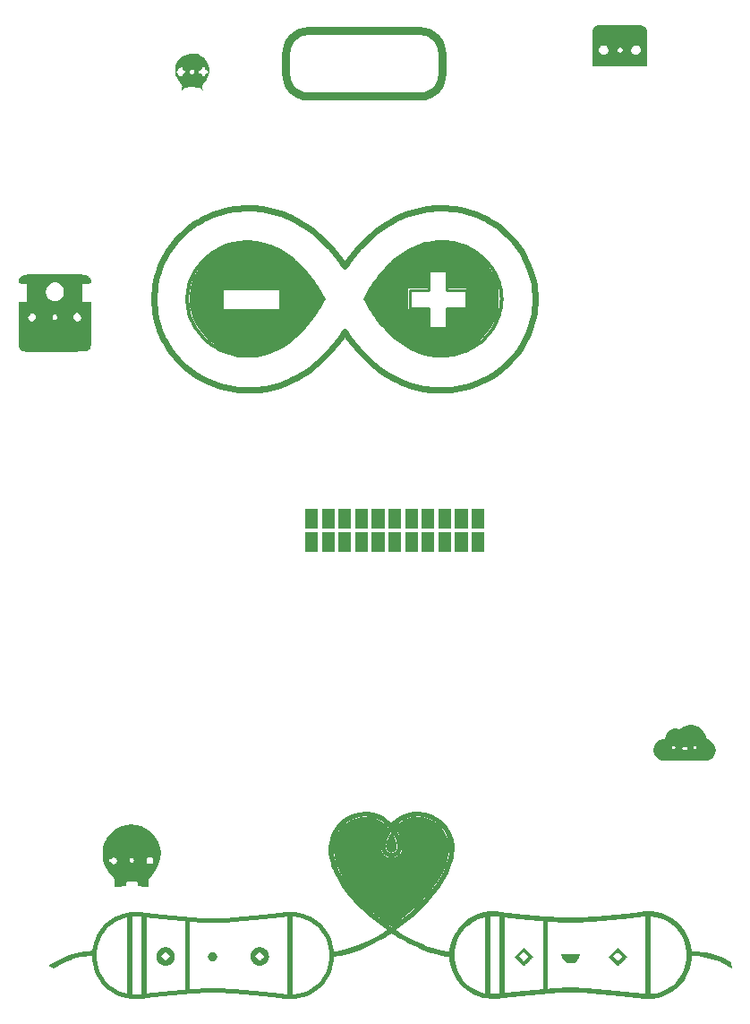
<source format=gts>
G04 #@! TF.GenerationSoftware,KiCad,Pcbnew,6.0.0-rc1-unknown-73a0cbf~66~ubuntu16.04.1*
G04 #@! TF.CreationDate,2019-02-06T09:24:36-07:00
G04 #@! TF.ProjectId,001,3030312e-6b69-4636-9164-5f7063625858,rev?*
G04 #@! TF.SameCoordinates,Original*
G04 #@! TF.FileFunction,Soldermask,Top*
G04 #@! TF.FilePolarity,Negative*
%FSLAX46Y46*%
G04 Gerber Fmt 4.6, Leading zero omitted, Abs format (unit mm)*
G04 Created by KiCad (PCBNEW 6.0.0-rc1-unknown-73a0cbf~66~ubuntu16.04.1) date 2019-02-06 09:24:36*
%MOMM*%
%LPD*%
G04 APERTURE LIST*
%ADD10C,0.100000*%
%ADD11C,0.442552*%
%ADD12C,0.133125*%
%ADD13C,0.750000*%
%ADD14C,0.560988*%
%ADD15C,0.362538*%
%ADD16C,0.297216*%
%ADD17C,0.264375*%
G04 APERTURE END LIST*
D10*
G36*
X123049673Y-57551710D02*
G01*
X124687500Y-55904123D01*
X124677822Y-55914766D01*
X124669186Y-55926298D01*
X124661668Y-55938639D01*
X124655343Y-55951715D01*
X124650291Y-55965447D01*
X124646589Y-55979762D01*
X124644303Y-55994581D01*
X124643512Y-56009827D01*
X124644303Y-56025073D01*
X124646589Y-56039892D01*
X124650291Y-56054206D01*
X124655343Y-56067939D01*
X124661668Y-56081015D01*
X124669186Y-56093356D01*
X124677822Y-56104888D01*
X124687500Y-56115530D01*
X124698142Y-56125208D01*
X124709674Y-56133844D01*
X124722015Y-56141362D01*
X124735091Y-56147687D01*
X124748824Y-56152739D01*
X124763138Y-56156441D01*
X124777957Y-56158727D01*
X124793203Y-56159518D01*
X124808449Y-56160308D01*
X124823268Y-56162594D01*
X124837583Y-56166297D01*
X124851315Y-56171348D01*
X124864391Y-56177673D01*
X124876732Y-56185191D01*
X124888264Y-56193827D01*
X124898907Y-56203505D01*
X124908584Y-56214147D01*
X124917220Y-56225679D01*
X124924738Y-56238021D01*
X124931063Y-56251096D01*
X124936115Y-56264829D01*
X124939818Y-56279143D01*
X124942104Y-56293963D01*
X124942894Y-56309208D01*
X124943684Y-56324454D01*
X124945970Y-56339273D01*
X124949673Y-56353588D01*
X124954725Y-56367321D01*
X124961049Y-56380396D01*
X124968568Y-56392738D01*
X124977204Y-56404269D01*
X124986881Y-56414912D01*
X124997524Y-56424589D01*
X125009055Y-56433225D01*
X125021397Y-56440744D01*
X125034472Y-56447068D01*
X125048205Y-56452120D01*
X125062519Y-56455823D01*
X125077339Y-56458109D01*
X125092584Y-56458899D01*
X125107830Y-56458109D01*
X125122650Y-56455823D01*
X125136964Y-56452120D01*
X125150697Y-56447068D01*
X125163772Y-56440744D01*
X125176114Y-56433225D01*
X125187645Y-56424589D01*
X125198288Y-56414912D01*
X125207965Y-56404269D01*
X125216601Y-56392738D01*
X125224120Y-56380396D01*
X125230444Y-56367321D01*
X125235496Y-56353588D01*
X125239199Y-56339273D01*
X125241485Y-56324454D01*
X125242275Y-56309208D01*
X125243065Y-56293963D01*
X125245351Y-56279143D01*
X125249054Y-56264829D01*
X125254106Y-56251096D01*
X125260430Y-56238021D01*
X125267949Y-56225679D01*
X125276585Y-56214147D01*
X125286262Y-56203505D01*
X125296905Y-56193827D01*
X125308436Y-56185191D01*
X125320778Y-56177673D01*
X125333853Y-56171348D01*
X125347586Y-56166297D01*
X125361901Y-56162594D01*
X125376720Y-56160308D01*
X125391966Y-56159518D01*
X125407211Y-56158727D01*
X125422031Y-56156441D01*
X125436345Y-56152739D01*
X125450078Y-56147687D01*
X125463154Y-56141362D01*
X125475495Y-56133844D01*
X125487027Y-56125208D01*
X125497669Y-56115530D01*
X125507347Y-56104888D01*
X125515983Y-56093356D01*
X125523501Y-56081015D01*
X125529826Y-56067939D01*
X125534877Y-56054206D01*
X125538580Y-56039892D01*
X125540866Y-56025073D01*
X125541656Y-56009827D01*
X125540866Y-55994581D01*
X125538580Y-55979762D01*
X125534877Y-55965447D01*
X125529826Y-55951715D01*
X125523501Y-55938639D01*
X125515983Y-55926298D01*
X125507347Y-55914766D01*
X125497669Y-55904123D01*
X125487027Y-55894446D01*
X125475495Y-55885810D01*
X125463154Y-55878292D01*
X125450078Y-55871967D01*
X125436345Y-55866915D01*
X125422031Y-55863212D01*
X125407211Y-55860926D01*
X125391966Y-55860136D01*
X125376720Y-55859346D01*
X125361901Y-55857060D01*
X125347586Y-55853357D01*
X125333853Y-55848306D01*
X125320778Y-55841981D01*
X125308436Y-55834463D01*
X125296905Y-55825827D01*
X125286262Y-55816149D01*
X125276585Y-55805507D01*
X125267949Y-55793975D01*
X125260430Y-55781633D01*
X125254106Y-55768558D01*
X125249054Y-55754825D01*
X125245351Y-55740511D01*
X125243065Y-55725691D01*
X125242275Y-55710446D01*
X125241485Y-55695200D01*
X125239199Y-55680380D01*
X125235496Y-55666066D01*
X125230444Y-55652333D01*
X125224120Y-55639258D01*
X125216601Y-55626916D01*
X125207965Y-55615385D01*
X125198288Y-55604742D01*
X125187645Y-55595065D01*
X125176114Y-55586429D01*
X125163772Y-55578910D01*
X125150697Y-55572586D01*
X125136964Y-55567534D01*
X125122650Y-55563831D01*
X125107830Y-55561545D01*
X125092584Y-55560755D01*
X125077339Y-55561545D01*
X125062519Y-55563831D01*
X125048205Y-55567534D01*
X125034472Y-55572586D01*
X125021397Y-55578910D01*
X125009055Y-55586429D01*
X124997524Y-55595065D01*
X124986881Y-55604742D01*
X124977204Y-55615385D01*
X124968568Y-55626916D01*
X124961049Y-55639258D01*
X124954725Y-55652333D01*
X124949673Y-55666066D01*
X124945970Y-55680380D01*
X124943684Y-55695200D01*
X124942894Y-55710446D01*
X124942104Y-55725691D01*
X124939818Y-55740511D01*
X124936115Y-55754825D01*
X124931063Y-55768558D01*
X124924738Y-55781633D01*
X124917220Y-55793975D01*
X124908584Y-55805507D01*
X124898907Y-55816149D01*
X124888264Y-55825827D01*
X124876732Y-55834463D01*
X124864391Y-55841981D01*
X124851315Y-55848306D01*
X124837583Y-55853357D01*
X124823268Y-55857060D01*
X124808449Y-55859346D01*
X124793203Y-55860136D01*
X124777957Y-55860926D01*
X124763138Y-55863212D01*
X124748824Y-55866915D01*
X124735091Y-55871967D01*
X124722015Y-55878292D01*
X124709674Y-55885810D01*
X124698142Y-55894446D01*
X124687500Y-55904123D01*
X123049673Y-57551710D01*
X123830536Y-55935321D01*
X123814413Y-55969419D01*
X123803779Y-56005212D01*
X123799359Y-56042117D01*
X123801871Y-56079556D01*
X123812062Y-56116950D01*
X123827748Y-56150286D01*
X123847083Y-56178975D01*
X123869553Y-56203037D01*
X123894637Y-56222488D01*
X123921818Y-56237347D01*
X123950578Y-56247634D01*
X123980399Y-56253366D01*
X124010761Y-56254551D01*
X124041146Y-56251227D01*
X124071037Y-56243401D01*
X124099914Y-56231093D01*
X124127258Y-56214320D01*
X124152554Y-56193100D01*
X124175281Y-56167452D01*
X124194921Y-56137394D01*
X124210957Y-56102945D01*
X124210959Y-56102940D01*
X124216508Y-56086447D01*
X124220792Y-56069308D01*
X124223840Y-56051660D01*
X124225674Y-56033637D01*
X124226323Y-56015378D01*
X124225815Y-55997019D01*
X124224150Y-55978694D01*
X124221385Y-55960539D01*
X124217529Y-55942691D01*
X124212610Y-55925287D01*
X124206653Y-55908461D01*
X124199682Y-55892349D01*
X124191723Y-55877086D01*
X124182802Y-55862811D01*
X124172944Y-55849657D01*
X124162171Y-55837761D01*
X124133662Y-55814977D01*
X124102645Y-55800262D01*
X124069845Y-55793037D01*
X124035990Y-55792727D01*
X124001808Y-55798744D01*
X123968024Y-55810510D01*
X123935367Y-55827449D01*
X123904562Y-55848979D01*
X123876338Y-55874521D01*
X123851421Y-55903494D01*
X123830536Y-55935321D01*
X123049673Y-57551710D01*
X123078061Y-57490843D01*
X123093783Y-57434374D01*
X123146882Y-56309280D01*
X123147390Y-56294034D01*
X123148914Y-56279215D01*
X123151369Y-56264900D01*
X123154736Y-56251167D01*
X123158953Y-56238092D01*
X123163965Y-56225750D01*
X123169722Y-56214219D01*
X123176174Y-56203576D01*
X123183269Y-56193899D01*
X123190957Y-56185263D01*
X123199184Y-56177744D01*
X123207901Y-56171420D01*
X123217057Y-56166368D01*
X123226601Y-56162665D01*
X123236479Y-56160379D01*
X123246645Y-56159589D01*
X123256810Y-56158799D01*
X123266688Y-56156513D01*
X123276233Y-56152810D01*
X123285388Y-56147758D01*
X123294106Y-56141434D01*
X123302333Y-56133915D01*
X123310021Y-56125279D01*
X123317116Y-56115602D01*
X123323567Y-56104959D01*
X123329325Y-56093428D01*
X123334337Y-56081086D01*
X123338553Y-56068011D01*
X123341920Y-56054278D01*
X123344376Y-56039963D01*
X123345900Y-56025144D01*
X123346408Y-56009898D01*
X123345900Y-55994653D01*
X123344376Y-55979833D01*
X123341920Y-55965519D01*
X123338553Y-55951786D01*
X123334337Y-55938711D01*
X123329325Y-55926369D01*
X123323567Y-55914837D01*
X123317116Y-55904195D01*
X123310021Y-55894517D01*
X123302333Y-55885881D01*
X123294106Y-55878363D01*
X123285388Y-55872038D01*
X123276233Y-55866987D01*
X123266688Y-55863284D01*
X123256810Y-55860998D01*
X123246645Y-55860208D01*
X123236479Y-55859417D01*
X123226601Y-55857131D01*
X123217057Y-55853429D01*
X123207901Y-55848377D01*
X123199184Y-55842052D01*
X123190957Y-55834534D01*
X123183269Y-55825898D01*
X123176174Y-55816221D01*
X123169722Y-55805578D01*
X123163965Y-55794046D01*
X123158953Y-55781705D01*
X123154736Y-55768629D01*
X123151369Y-55754896D01*
X123148914Y-55740582D01*
X123147390Y-55725763D01*
X123146882Y-55710517D01*
X123144314Y-55673516D01*
X123136846Y-55642075D01*
X123124841Y-55616150D01*
X123108658Y-55595701D01*
X123088660Y-55580681D01*
X123065207Y-55571048D01*
X123038661Y-55566761D01*
X123009381Y-55567777D01*
X122977729Y-55574048D01*
X122944065Y-55585535D01*
X122908751Y-55602194D01*
X122872146Y-55623982D01*
X122834612Y-55650855D01*
X122796510Y-55682770D01*
X122758200Y-55719684D01*
X122720044Y-55761553D01*
X122682889Y-55805100D01*
X122650688Y-55843643D01*
X122623443Y-55877898D01*
X122601150Y-55908580D01*
X122583810Y-55936401D01*
X122571426Y-55962081D01*
X122563995Y-55986329D01*
X122561512Y-56009864D01*
X122563995Y-56033398D01*
X122571426Y-56057647D01*
X122583810Y-56083326D01*
X122601150Y-56111148D01*
X122623443Y-56141829D01*
X122650688Y-56176085D01*
X122682889Y-56214628D01*
X122720044Y-56258175D01*
X122758200Y-56300045D01*
X122796510Y-56336958D01*
X122834612Y-56368873D01*
X122872146Y-56395746D01*
X122908751Y-56417533D01*
X122944065Y-56434190D01*
X122977729Y-56445677D01*
X123009381Y-56451948D01*
X123038661Y-56452964D01*
X123065207Y-56448677D01*
X123088660Y-56439044D01*
X123108658Y-56424024D01*
X123124841Y-56403575D01*
X123136846Y-56377650D01*
X123144314Y-56346209D01*
X123146882Y-56309208D01*
X123146882Y-56309280D01*
X123093783Y-57434374D01*
X123095703Y-57379021D01*
X123082650Y-57321506D01*
X123053485Y-57258548D01*
X123007060Y-57186869D01*
X122942224Y-57103188D01*
X122857829Y-57004226D01*
X122565542Y-56564349D01*
X122475234Y-56334700D01*
X122420369Y-56102707D01*
X122399609Y-55871469D01*
X122411617Y-55644085D01*
X122455060Y-55423653D01*
X122528598Y-55213270D01*
X122630896Y-55016035D01*
X122760617Y-54835046D01*
X122916425Y-54673401D01*
X123096984Y-54534199D01*
X123300956Y-54420538D01*
X123527006Y-54335515D01*
X123773796Y-54282229D01*
X124039990Y-54263780D01*
X124288934Y-54282162D01*
X124521304Y-54335162D01*
X124735660Y-54419565D01*
X124930559Y-54532153D01*
X125104558Y-54669707D01*
X125256215Y-54829012D01*
X125384087Y-55006850D01*
X125486732Y-55200003D01*
X125562708Y-55405254D01*
X125610573Y-55619387D01*
X125628883Y-55839184D01*
X125616197Y-56061428D01*
X125571072Y-56282901D01*
X125492065Y-56500386D01*
X125377734Y-56710667D01*
X125226637Y-56910525D01*
X125144275Y-57007895D01*
X125079175Y-57093812D01*
X125030240Y-57171142D01*
X124996370Y-57242752D01*
X124976467Y-57311508D01*
X124969434Y-57380275D01*
X124974176Y-57451921D01*
X124989588Y-57529311D01*
X125010701Y-57615439D01*
X125023974Y-57678431D01*
X125028136Y-57719325D01*
X125021913Y-57739160D01*
X125004032Y-57738974D01*
X124973221Y-57719805D01*
X124928206Y-57682690D01*
X124867715Y-57628667D01*
X124725165Y-57551626D01*
X124508410Y-57495079D01*
X124244832Y-57459389D01*
X123961812Y-57444917D01*
X123686733Y-57452023D01*
X123446976Y-57481070D01*
X123269924Y-57532419D01*
X123182957Y-57606430D01*
X123169529Y-57636496D01*
X123153350Y-57664546D01*
X123135030Y-57689963D01*
X123115190Y-57712137D01*
X123094441Y-57730451D01*
X123073402Y-57744291D01*
X123052686Y-57753045D01*
X123032908Y-57756099D01*
X123016345Y-57751978D01*
X123005242Y-57740148D01*
X122999538Y-57721400D01*
X122999172Y-57696530D01*
X123004065Y-57666332D01*
X123014158Y-57631599D01*
X123029386Y-57593127D01*
X123049686Y-57551707D01*
X123049673Y-57551710D01*
X123049673Y-57551710D01*
G37*
G36*
X161861751Y-53739931D02*
G01*
X162852811Y-53497833D01*
X162762189Y-53522214D01*
X162680754Y-53561306D01*
X162613066Y-53614294D01*
X162563680Y-53680363D01*
X162518146Y-53771661D01*
X162486983Y-53850787D01*
X162470473Y-53920574D01*
X162468780Y-53983855D01*
X162482383Y-54043463D01*
X162511452Y-54102232D01*
X162556271Y-54162997D01*
X162617116Y-54228589D01*
X162701768Y-54299193D01*
X162790586Y-54347357D01*
X162881507Y-54373248D01*
X162972462Y-54377030D01*
X163061381Y-54358869D01*
X163146201Y-54318928D01*
X163224850Y-54257375D01*
X163295268Y-54174373D01*
X163295380Y-54174371D01*
X163342994Y-54092184D01*
X163373624Y-54007477D01*
X163387537Y-53922345D01*
X163384997Y-53838887D01*
X163366314Y-53759199D01*
X163331745Y-53685378D01*
X163281557Y-53619522D01*
X163216022Y-53563725D01*
X163134229Y-53521111D01*
X163043390Y-53496467D01*
X162948064Y-53488980D01*
X162852811Y-53497833D01*
X161861751Y-53739931D01*
X161862880Y-53192520D01*
X166002464Y-53487364D01*
X165906382Y-53495687D01*
X165819474Y-53519910D01*
X165742859Y-53558912D01*
X165677660Y-53611572D01*
X165625001Y-53676770D01*
X165585998Y-53753383D01*
X165561783Y-53840292D01*
X165553457Y-53936376D01*
X165561783Y-54032459D01*
X165585998Y-54119368D01*
X165625001Y-54195981D01*
X165677660Y-54261179D01*
X165742859Y-54313839D01*
X165819474Y-54352841D01*
X165906382Y-54377064D01*
X166002464Y-54385387D01*
X166047002Y-54382932D01*
X166093272Y-54375927D01*
X166139932Y-54364853D01*
X166185624Y-54350202D01*
X166229004Y-54332465D01*
X166268716Y-54312131D01*
X166303412Y-54289691D01*
X166331741Y-54265637D01*
X166331806Y-54265653D01*
X166414351Y-54151853D01*
X166454443Y-54025969D01*
X166455572Y-53896401D01*
X166421420Y-53771552D01*
X166355482Y-53659822D01*
X166261304Y-53569613D01*
X166142447Y-53509326D01*
X166002464Y-53487364D01*
X161862880Y-53192520D01*
X164540209Y-53706661D01*
X164468530Y-53703777D01*
X164398734Y-53722929D01*
X164336253Y-53766736D01*
X164292446Y-53829216D01*
X164273311Y-53899014D01*
X164276190Y-53970693D01*
X164298486Y-54038819D01*
X164337576Y-54097958D01*
X164390837Y-54142674D01*
X164455647Y-54167532D01*
X164529380Y-54167109D01*
X164564971Y-54156839D01*
X164599493Y-54140402D01*
X164632098Y-54118648D01*
X164661937Y-54092427D01*
X164688156Y-54062589D01*
X164709915Y-54029983D01*
X164726340Y-53995460D01*
X164736613Y-53959870D01*
X164736492Y-53959859D01*
X164737056Y-53886122D01*
X164712192Y-53821312D01*
X164667474Y-53768051D01*
X164608337Y-53728960D01*
X164540209Y-53706661D01*
X161862880Y-53192520D01*
X161867085Y-52766910D01*
X161876342Y-52445212D01*
X161892428Y-52209536D01*
X161917179Y-52041993D01*
X161952384Y-51924693D01*
X161999865Y-51839746D01*
X162061431Y-51769264D01*
X162133497Y-51706901D01*
X162224310Y-51659047D01*
X162356574Y-51623793D01*
X162552981Y-51599229D01*
X162836225Y-51583448D01*
X163229007Y-51574539D01*
X163754023Y-51570593D01*
X164433966Y-51569702D01*
X165047605Y-51571084D01*
X165543811Y-51575827D01*
X165936407Y-51584825D01*
X166239204Y-51598977D01*
X166466017Y-51619177D01*
X166630660Y-51646322D01*
X166746950Y-51681308D01*
X166828701Y-51725032D01*
X166900058Y-51780712D01*
X166954200Y-51848687D01*
X166993502Y-51950046D01*
X167020341Y-52105876D01*
X167037077Y-52337268D01*
X167046108Y-52665310D01*
X167049777Y-53111090D01*
X167050341Y-53695699D01*
X167050341Y-53922616D01*
X167050341Y-54149533D01*
X167050341Y-54376451D01*
X167050341Y-54603368D01*
X167050341Y-54830286D01*
X167050341Y-55057203D01*
X167050341Y-55284120D01*
X167050341Y-55511038D01*
X166726054Y-55511038D01*
X166401766Y-55511038D01*
X166077479Y-55511038D01*
X165753192Y-55511038D01*
X165428907Y-55511038D01*
X165104620Y-55511038D01*
X164780332Y-55511038D01*
X164456045Y-55511038D01*
X164131757Y-55511038D01*
X163807470Y-55511038D01*
X163483185Y-55511038D01*
X163158898Y-55511038D01*
X162834610Y-55511038D01*
X162510323Y-55511038D01*
X162186038Y-55511038D01*
X161861751Y-55511038D01*
X161861751Y-55289649D01*
X161861751Y-55068261D01*
X161861751Y-54846873D01*
X161861748Y-54625484D01*
X161861748Y-54404096D01*
X161861748Y-54182708D01*
X161861748Y-53961320D01*
X161861751Y-53739931D01*
X161861751Y-53739931D01*
G37*
G36*
X108129885Y-82432713D02*
G01*
X109170612Y-79367237D01*
X109224673Y-79295593D01*
X109257118Y-79226685D01*
X109267947Y-79159155D01*
X109257160Y-79091628D01*
X109224757Y-79022737D01*
X109170738Y-78951115D01*
X109095104Y-78875392D01*
X109037164Y-78825038D01*
X108988839Y-78790463D01*
X108946178Y-78772457D01*
X108905230Y-78771892D01*
X108862047Y-78789390D01*
X108812675Y-78825842D01*
X108753167Y-78882027D01*
X108679570Y-78958741D01*
X108605111Y-79039239D01*
X108551186Y-79103168D01*
X108517242Y-79155328D01*
X108502724Y-79200520D01*
X108507084Y-79243542D01*
X108529767Y-79289197D01*
X108570220Y-79342283D01*
X108627891Y-79407604D01*
X108701564Y-79487354D01*
X108761119Y-79544846D01*
X108811432Y-79580448D01*
X108857375Y-79594531D01*
X108903823Y-79587475D01*
X108955650Y-79559620D01*
X109017731Y-79511366D01*
X109094938Y-79443073D01*
X109094937Y-79443073D01*
X109094936Y-79443073D01*
X109094935Y-79443073D01*
X109094934Y-79443073D01*
X109094932Y-79442997D01*
X109170612Y-79367237D01*
X108129885Y-82432713D01*
X113009978Y-78825041D01*
X112952038Y-78875395D01*
X112877948Y-78947977D01*
X112824569Y-79014496D01*
X112791822Y-79077438D01*
X112779630Y-79139295D01*
X112787916Y-79202555D01*
X112816603Y-79269710D01*
X112865611Y-79343251D01*
X112934863Y-79425663D01*
X113006410Y-79501177D01*
X113067157Y-79554754D01*
X113120934Y-79586250D01*
X113171569Y-79595535D01*
X113222890Y-79582440D01*
X113278724Y-79546838D01*
X113342901Y-79488579D01*
X113419248Y-79407525D01*
X113419248Y-79407527D01*
X113419248Y-79407530D01*
X113419248Y-79407533D01*
X113419248Y-79407536D01*
X113419249Y-79407536D01*
X113419249Y-79407604D01*
X113476920Y-79342283D01*
X113517373Y-79289197D01*
X113540055Y-79243542D01*
X113544415Y-79200520D01*
X113529901Y-79155328D01*
X113495956Y-79103168D01*
X113442031Y-79039239D01*
X113367571Y-78958741D01*
X113293974Y-78882027D01*
X113234466Y-78825842D01*
X113185095Y-78789393D01*
X113141911Y-78771895D01*
X113100964Y-78772460D01*
X113058304Y-78790466D01*
X113009978Y-78825041D01*
X108129885Y-82432713D01*
X110860132Y-79010192D01*
X110816324Y-79072674D01*
X110797173Y-79142470D01*
X110795931Y-79229651D01*
X110818229Y-79297777D01*
X110857320Y-79356917D01*
X110910581Y-79401632D01*
X110975391Y-79426496D01*
X111049129Y-79425931D01*
X111084719Y-79415658D01*
X111119242Y-79399233D01*
X111151847Y-79377474D01*
X111181686Y-79351255D01*
X111207907Y-79321419D01*
X111229661Y-79288811D01*
X111246097Y-79254289D01*
X111256367Y-79218698D01*
X111256370Y-79218800D01*
X111260927Y-79129561D01*
X111236069Y-79064749D01*
X111191353Y-79011488D01*
X111132215Y-78972397D01*
X111064088Y-78950102D01*
X110992409Y-78947223D01*
X110922612Y-78966386D01*
X110860132Y-79010192D01*
X108129885Y-82432713D01*
X111751060Y-77263621D01*
X111824296Y-77117336D01*
X111867014Y-76956006D01*
X111879327Y-76786413D01*
X111861347Y-76615340D01*
X111813188Y-76449570D01*
X111734962Y-76295887D01*
X111626783Y-76161074D01*
X111406533Y-75997943D01*
X111168011Y-75916734D01*
X110925901Y-75911062D01*
X110694886Y-75974540D01*
X110489648Y-76100784D01*
X110324870Y-76283408D01*
X110215236Y-76516026D01*
X110175429Y-76792254D01*
X110214092Y-77071021D01*
X110321130Y-77302294D01*
X110483114Y-77480633D01*
X110686613Y-77600605D01*
X110918200Y-77656773D01*
X111164445Y-77643706D01*
X111411919Y-77555955D01*
X111647194Y-77388086D01*
X111647194Y-77388078D01*
X111751060Y-77263621D01*
X108129885Y-82432713D01*
X108035304Y-82407172D01*
X107952260Y-82380078D01*
X107880004Y-82347942D01*
X107817786Y-82307299D01*
X107764855Y-82254673D01*
X107720462Y-82186595D01*
X107683857Y-82099589D01*
X107654288Y-81990185D01*
X107631008Y-81854913D01*
X107613265Y-81690296D01*
X107600308Y-81492865D01*
X107591390Y-81259142D01*
X107585759Y-80985663D01*
X107582666Y-80668948D01*
X107581368Y-80305530D01*
X107581099Y-79891934D01*
X107581099Y-79619471D01*
X107581099Y-79347008D01*
X107581099Y-79074542D01*
X107581099Y-78802079D01*
X107581099Y-78529616D01*
X107581099Y-78257150D01*
X107581099Y-77984687D01*
X107581099Y-77712224D01*
X107630990Y-77712224D01*
X107680880Y-77712224D01*
X107730770Y-77712224D01*
X107780660Y-77712224D01*
X107830551Y-77712224D01*
X107880441Y-77712224D01*
X107930331Y-77712224D01*
X107980221Y-77712224D01*
X108030112Y-77712224D01*
X108080002Y-77712224D01*
X108129892Y-77712224D01*
X108179783Y-77712224D01*
X108229673Y-77712224D01*
X108279564Y-77712224D01*
X108329454Y-77712224D01*
X108379344Y-77712224D01*
X108379344Y-77606207D01*
X108379344Y-77500191D01*
X108379344Y-77394174D01*
X108379344Y-77288157D01*
X108379344Y-77182141D01*
X108379344Y-77076124D01*
X108379344Y-76970107D01*
X108379344Y-76864090D01*
X108379344Y-76758073D01*
X108379344Y-76652056D01*
X108379344Y-76546039D01*
X108379344Y-76440023D01*
X108379344Y-76334006D01*
X108379344Y-76227989D01*
X108379344Y-76121972D01*
X108379344Y-76015955D01*
X108329454Y-76015955D01*
X108279564Y-76015955D01*
X108229673Y-76015955D01*
X108179783Y-76015955D01*
X108129892Y-76015955D01*
X108080002Y-76015955D01*
X108030112Y-76015955D01*
X107980221Y-76015955D01*
X107860853Y-76014403D01*
X107767659Y-76008487D01*
X107697479Y-75996281D01*
X107647150Y-75975868D01*
X107613510Y-75945325D01*
X107593396Y-75902736D01*
X107583645Y-75846181D01*
X107581105Y-75773741D01*
X107586044Y-75718445D01*
X107600383Y-75660480D01*
X107623416Y-75601062D01*
X107654426Y-75541406D01*
X107692702Y-75482729D01*
X107737534Y-75426247D01*
X107788208Y-75373175D01*
X107844013Y-75324729D01*
X107938261Y-75258850D01*
X108053586Y-75208672D01*
X108222764Y-75172061D01*
X108478568Y-75146887D01*
X108853773Y-75131018D01*
X109381153Y-75122323D01*
X110093483Y-75118668D01*
X111023536Y-75117934D01*
X111953590Y-75118668D01*
X112665919Y-75122323D01*
X113193299Y-75131018D01*
X113568504Y-75146887D01*
X113824308Y-75172061D01*
X113993486Y-75208672D01*
X114108812Y-75258850D01*
X114203060Y-75324729D01*
X114258865Y-75373175D01*
X114309539Y-75426248D01*
X114354370Y-75482730D01*
X114392647Y-75541407D01*
X114423657Y-75601063D01*
X114446689Y-75660481D01*
X114461029Y-75718446D01*
X114465967Y-75773742D01*
X114463427Y-75846182D01*
X114453679Y-75902737D01*
X114433566Y-75945326D01*
X114399925Y-75975868D01*
X114349596Y-75996284D01*
X114279415Y-76008490D01*
X114186222Y-76014406D01*
X114066853Y-76015958D01*
X114016963Y-76015958D01*
X113967073Y-76015958D01*
X113917182Y-76015958D01*
X113867292Y-76015958D01*
X113817402Y-76015958D01*
X113767511Y-76015958D01*
X113717621Y-76015958D01*
X113667731Y-76015958D01*
X113667731Y-76121975D01*
X113667731Y-76227992D01*
X113667731Y-76334009D01*
X113667731Y-76440026D01*
X113667731Y-76546042D01*
X113667731Y-76652060D01*
X113667731Y-76758076D01*
X113667731Y-76864093D01*
X113667731Y-76970110D01*
X113667731Y-77076127D01*
X113667731Y-77182144D01*
X113667731Y-77288160D01*
X113667731Y-77394177D01*
X113667731Y-77500193D01*
X113667731Y-77606210D01*
X113667731Y-77712227D01*
X113717621Y-77712227D01*
X113767511Y-77712227D01*
X113817402Y-77712227D01*
X113867292Y-77712227D01*
X113917182Y-77712227D01*
X113967073Y-77712227D01*
X114016963Y-77712227D01*
X114066853Y-77712227D01*
X114116744Y-77712227D01*
X114166634Y-77712227D01*
X114216524Y-77712227D01*
X114266415Y-77712227D01*
X114316305Y-77712227D01*
X114366195Y-77712227D01*
X114416086Y-77712227D01*
X114465976Y-77712227D01*
X114465976Y-77984690D01*
X114465976Y-78257153D01*
X114465976Y-78529619D01*
X114465976Y-78802082D01*
X114465976Y-79074545D01*
X114465976Y-79347011D01*
X114465976Y-79619474D01*
X114465976Y-79891937D01*
X114465828Y-80260739D01*
X114465207Y-80585949D01*
X114463853Y-80870601D01*
X114461482Y-81117732D01*
X114457824Y-81330375D01*
X114452617Y-81511570D01*
X114445590Y-81664351D01*
X114436474Y-81791755D01*
X114425002Y-81896818D01*
X114410905Y-81982577D01*
X114393915Y-82052063D01*
X114373762Y-82108318D01*
X114350176Y-82154377D01*
X114322888Y-82193272D01*
X114291631Y-82228045D01*
X114256136Y-82261728D01*
X114218720Y-82293010D01*
X114177289Y-82320724D01*
X114128293Y-82345108D01*
X114068181Y-82366416D01*
X113993406Y-82384873D01*
X113900417Y-82400706D01*
X113785665Y-82414168D01*
X113645600Y-82425485D01*
X113476672Y-82434911D01*
X113275334Y-82442700D01*
X113038034Y-82449050D01*
X112761223Y-82454243D01*
X112441352Y-82458477D01*
X112074871Y-82462004D01*
X111658231Y-82465081D01*
X111187882Y-82467931D01*
X110895669Y-82469342D01*
X110609618Y-82470189D01*
X110331298Y-82470463D01*
X110062275Y-82470212D01*
X109804118Y-82469365D01*
X109558395Y-82468236D01*
X109326673Y-82466543D01*
X109110521Y-82464285D01*
X108911505Y-82461745D01*
X108731194Y-82458725D01*
X108571156Y-82455310D01*
X108432959Y-82451500D01*
X108318169Y-82447323D01*
X108228356Y-82442808D01*
X108165086Y-82437954D01*
X108129928Y-82432789D01*
X108129885Y-82432713D01*
X108129885Y-82432713D01*
G37*
G36*
X116661129Y-132588241D02*
G01*
X116817925Y-130753585D01*
X116876386Y-130691976D01*
X116918144Y-130638885D01*
X116943200Y-130591471D01*
X116951551Y-130546897D01*
X116943200Y-130502323D01*
X116918144Y-130454909D01*
X116876386Y-130401818D01*
X116817925Y-130340209D01*
X116755267Y-130285074D01*
X116692675Y-130243553D01*
X116632703Y-130215952D01*
X116577907Y-130202575D01*
X116530840Y-130203703D01*
X116494057Y-130219705D01*
X116470113Y-130250846D01*
X116461565Y-130297435D01*
X116458511Y-130317473D01*
X116449757Y-130336184D01*
X116435917Y-130353118D01*
X116417603Y-130367906D01*
X116395429Y-130380126D01*
X116370012Y-130389355D01*
X116341965Y-130395197D01*
X116311899Y-130397172D01*
X116281833Y-130400220D01*
X116253786Y-130408969D01*
X116228369Y-130422798D01*
X116206198Y-130441114D01*
X116187884Y-130463297D01*
X116174041Y-130488725D01*
X116165287Y-130516778D01*
X116162233Y-130546843D01*
X116165287Y-130576909D01*
X116174041Y-130604961D01*
X116187884Y-130630390D01*
X116206198Y-130652572D01*
X116228369Y-130670889D01*
X116253786Y-130684717D01*
X116281833Y-130693466D01*
X116311899Y-130696514D01*
X116341965Y-130698490D01*
X116370012Y-130704332D01*
X116395429Y-130713561D01*
X116417603Y-130725781D01*
X116435917Y-130740569D01*
X116449757Y-130757503D01*
X116458511Y-130776214D01*
X116461565Y-130796252D01*
X116470113Y-130842841D01*
X116494057Y-130873981D01*
X116530840Y-130889983D01*
X116577907Y-130891112D01*
X116632703Y-130877735D01*
X116692675Y-130850133D01*
X116755267Y-130808613D01*
X116817925Y-130753478D01*
X116817925Y-130753585D01*
X116661129Y-132588241D01*
X119758099Y-130294396D01*
X119729089Y-130326814D01*
X119709399Y-130370415D01*
X119697207Y-130426648D01*
X119690690Y-130496969D01*
X119687002Y-130611910D01*
X119691675Y-130701874D01*
X119707133Y-130769463D01*
X119735791Y-130817283D01*
X119780070Y-130847932D01*
X119842386Y-130864019D01*
X119925159Y-130868139D01*
X120030808Y-130862890D01*
X120108808Y-130854451D01*
X120170775Y-130841131D01*
X120218445Y-130820867D01*
X120253554Y-130791663D01*
X120277840Y-130751474D01*
X120293037Y-130698275D01*
X120300883Y-130630034D01*
X120303113Y-130544727D01*
X120303120Y-130544667D01*
X120301144Y-130456179D01*
X120293691Y-130386970D01*
X120278431Y-130334731D01*
X120253042Y-130297161D01*
X120215204Y-130271959D01*
X120162594Y-130256804D01*
X120092889Y-130249409D01*
X120003769Y-130247434D01*
X119919262Y-130249692D01*
X119851363Y-130257283D01*
X119798249Y-130271705D01*
X119758099Y-130294396D01*
X116661129Y-132588241D01*
X118105238Y-130401468D01*
X118094790Y-130425372D01*
X118089840Y-130453453D01*
X118090150Y-130484692D01*
X118095495Y-130518051D01*
X118105636Y-130552502D01*
X118120334Y-130587018D01*
X118139358Y-130620571D01*
X118162472Y-130652132D01*
X118222808Y-130703595D01*
X118288483Y-130725721D01*
X118354065Y-130722053D01*
X118414121Y-130696088D01*
X118463220Y-130651345D01*
X118495929Y-130591350D01*
X118506818Y-130519623D01*
X118490451Y-130439678D01*
X118490455Y-130439774D01*
X118459417Y-130384264D01*
X118416457Y-130342548D01*
X118365091Y-130314975D01*
X118308836Y-130301908D01*
X118251206Y-130303602D01*
X118195719Y-130320563D01*
X118145891Y-130353070D01*
X118105238Y-130401468D01*
X116661129Y-132588241D01*
X116646258Y-132371444D01*
X116591315Y-132193610D01*
X116480795Y-132021996D01*
X116399849Y-131928290D01*
X116299196Y-131823862D01*
X116117215Y-131624297D01*
X115960560Y-131414581D01*
X115828924Y-131193942D01*
X115722000Y-130961606D01*
X115639482Y-130716798D01*
X115581062Y-130458748D01*
X115546434Y-130186680D01*
X115535292Y-129899821D01*
X115548715Y-129599835D01*
X115588770Y-129318347D01*
X115656690Y-129052635D01*
X115753708Y-128799984D01*
X115881055Y-128557668D01*
X116039965Y-128322969D01*
X116231671Y-128093164D01*
X116457405Y-127865538D01*
X116870511Y-127542991D01*
X117316673Y-127310830D01*
X117785456Y-127169177D01*
X118266422Y-127118148D01*
X118749134Y-127157874D01*
X119223154Y-127288472D01*
X119678046Y-127510067D01*
X120103373Y-127822781D01*
X120508586Y-128262802D01*
X120803181Y-128759942D01*
X120986629Y-129295464D01*
X121058401Y-129850629D01*
X121017970Y-130406703D01*
X120864805Y-130944943D01*
X120598380Y-131446610D01*
X120218165Y-131892970D01*
X120118078Y-131991082D01*
X120037200Y-132079742D01*
X119925842Y-132243013D01*
X119869632Y-132411401D01*
X119854107Y-132613526D01*
X119854107Y-132707816D01*
X119854107Y-132802107D01*
X119854107Y-132896400D01*
X119854107Y-132990690D01*
X119729381Y-132990690D01*
X119604655Y-132990690D01*
X119479929Y-132990690D01*
X119355203Y-132990690D01*
X119080807Y-132984453D01*
X118931136Y-132953273D01*
X118868773Y-132878436D01*
X118856301Y-132741237D01*
X118843517Y-132602765D01*
X118776477Y-132528069D01*
X118612150Y-132497597D01*
X118307508Y-132491783D01*
X118002865Y-132497597D01*
X117838539Y-132528069D01*
X117771499Y-132602762D01*
X117758714Y-132741237D01*
X117745930Y-132879709D01*
X117678889Y-132954405D01*
X117514563Y-132984876D01*
X117209920Y-132990690D01*
X117072722Y-132990690D01*
X116935524Y-132990690D01*
X116798325Y-132990690D01*
X116661127Y-132990690D01*
X116661127Y-132890078D01*
X116661127Y-132789466D01*
X116661127Y-132688854D01*
X116661129Y-132588241D01*
X116661129Y-132588241D01*
G37*
G36*
X167953004Y-120786363D02*
G01*
X170452361Y-119841141D01*
X170427582Y-119852374D01*
X170407600Y-119865695D01*
X170392332Y-119880963D01*
X170381749Y-119898037D01*
X170375738Y-119916749D01*
X170374326Y-119936956D01*
X170377318Y-119958518D01*
X170384712Y-119981265D01*
X170396424Y-120005056D01*
X170412398Y-120029750D01*
X170432549Y-120055207D01*
X170456820Y-120081256D01*
X170477958Y-120098218D01*
X170502484Y-120110776D01*
X170529831Y-120119130D01*
X170559419Y-120123505D01*
X170590675Y-120124069D01*
X170623018Y-120121134D01*
X170655877Y-120114869D01*
X170688668Y-120105499D01*
X170720822Y-120093250D01*
X170751759Y-120078321D01*
X170780901Y-120060936D01*
X170807684Y-120041293D01*
X170831504Y-120019619D01*
X170851796Y-119996166D01*
X170867995Y-119971105D01*
X170879538Y-119944660D01*
X170879541Y-119944802D01*
X170882476Y-119930493D01*
X170881629Y-119916946D01*
X170877311Y-119904190D01*
X170869691Y-119892252D01*
X170858995Y-119881132D01*
X170845448Y-119870888D01*
X170829249Y-119861518D01*
X170810622Y-119853051D01*
X170789794Y-119845488D01*
X170766991Y-119838855D01*
X170742437Y-119833183D01*
X170716332Y-119828498D01*
X170688900Y-119824829D01*
X170660361Y-119822289D01*
X170630940Y-119820596D01*
X170600855Y-119820031D01*
X170556193Y-119821442D01*
X170516603Y-119825534D01*
X170482014Y-119832138D01*
X170452361Y-119841141D01*
X167953004Y-120786363D01*
X169478070Y-119741554D01*
X169465991Y-119750754D01*
X169454759Y-119760999D01*
X169444514Y-119772231D01*
X169435314Y-119784310D01*
X169427270Y-119797180D01*
X169420469Y-119810726D01*
X169415022Y-119824866D01*
X169411014Y-119839485D01*
X169408474Y-119854499D01*
X169407628Y-119869824D01*
X169408474Y-119885346D01*
X169411014Y-119900953D01*
X169415332Y-119916503D01*
X169421174Y-119931828D01*
X169428428Y-119946786D01*
X169437007Y-119961235D01*
X169446772Y-119975008D01*
X169457609Y-119987962D01*
X169469406Y-119999956D01*
X169482050Y-120010850D01*
X169495455Y-120020474D01*
X169509482Y-120028686D01*
X169524016Y-120035347D01*
X169538946Y-120040286D01*
X169554158Y-120043362D01*
X169569539Y-120044491D01*
X169585061Y-120043362D01*
X169600668Y-120040286D01*
X169616218Y-120035347D01*
X169631543Y-120028686D01*
X169646501Y-120020474D01*
X169660950Y-120010850D01*
X169674723Y-119999956D01*
X169687705Y-119987962D01*
X169699700Y-119975008D01*
X169710593Y-119961235D01*
X169720217Y-119946786D01*
X169728430Y-119931828D01*
X169735090Y-119916503D01*
X169740029Y-119900953D01*
X169743105Y-119885346D01*
X169744234Y-119869824D01*
X169744488Y-119869824D01*
X169743359Y-119854499D01*
X169740086Y-119839485D01*
X169734836Y-119824866D01*
X169727781Y-119810726D01*
X169719088Y-119797180D01*
X169708928Y-119784310D01*
X169697470Y-119772231D01*
X169684883Y-119760999D01*
X169671336Y-119750754D01*
X169656999Y-119741554D01*
X169642013Y-119733510D01*
X169626576Y-119726709D01*
X169610856Y-119721262D01*
X169594995Y-119717254D01*
X169579191Y-119714714D01*
X169563584Y-119713868D01*
X169548259Y-119714714D01*
X169533245Y-119717254D01*
X169518626Y-119721262D01*
X169504486Y-119726709D01*
X169490940Y-119733510D01*
X169478070Y-119741554D01*
X167953004Y-120786363D01*
X171452316Y-119927933D01*
X171458638Y-119941000D01*
X171466145Y-119953333D01*
X171474781Y-119964876D01*
X171484462Y-119975516D01*
X171495101Y-119985196D01*
X171506644Y-119993832D01*
X171518977Y-120001339D01*
X171532044Y-120007661D01*
X171545788Y-120012713D01*
X171560097Y-120016410D01*
X171574914Y-120018668D01*
X171590154Y-120019514D01*
X171605394Y-120018668D01*
X171620210Y-120016410D01*
X171634519Y-120012713D01*
X171648263Y-120007661D01*
X171661330Y-120001339D01*
X171673663Y-119993832D01*
X171685206Y-119985196D01*
X171695846Y-119975516D01*
X171705526Y-119964876D01*
X171714162Y-119953333D01*
X171721669Y-119941000D01*
X171727991Y-119927933D01*
X171733043Y-119914189D01*
X171736740Y-119899880D01*
X171738998Y-119885064D01*
X171739844Y-119869824D01*
X171738998Y-119854584D01*
X171736740Y-119839767D01*
X171733043Y-119825458D01*
X171727991Y-119811714D01*
X171721669Y-119798647D01*
X171714162Y-119786314D01*
X171705526Y-119774771D01*
X171695846Y-119764131D01*
X171685206Y-119754451D01*
X171673663Y-119745815D01*
X171661330Y-119738308D01*
X171648263Y-119731986D01*
X171634519Y-119726934D01*
X171620210Y-119723237D01*
X171605394Y-119720980D01*
X171590154Y-119720133D01*
X171574914Y-119720980D01*
X171560097Y-119723237D01*
X171545788Y-119726934D01*
X171532044Y-119731986D01*
X171518977Y-119738308D01*
X171506644Y-119745815D01*
X171495101Y-119754451D01*
X171484462Y-119764131D01*
X171474781Y-119774771D01*
X171466145Y-119786314D01*
X171458638Y-119798647D01*
X171452316Y-119811714D01*
X171447265Y-119825458D01*
X171443568Y-119839767D01*
X171441310Y-119854584D01*
X171440463Y-119869824D01*
X171441310Y-119885064D01*
X171443568Y-119899880D01*
X171447265Y-119914189D01*
X171452316Y-119927933D01*
X167953004Y-120786363D01*
X167920147Y-120749790D01*
X167888649Y-120712119D01*
X167858609Y-120673364D01*
X167830135Y-120633551D01*
X167803324Y-120592696D01*
X167778291Y-120550826D01*
X167755149Y-120507956D01*
X167733982Y-120464110D01*
X167714932Y-120419307D01*
X167698084Y-120373568D01*
X167683521Y-120326916D01*
X167671385Y-120279367D01*
X167661762Y-120230947D01*
X167654763Y-120181673D01*
X167650473Y-120131568D01*
X167649062Y-120080652D01*
X167654001Y-119995362D01*
X167668366Y-119909304D01*
X167691480Y-119823308D01*
X167722648Y-119738198D01*
X167761186Y-119654807D01*
X167806401Y-119573953D01*
X167857613Y-119496469D01*
X167914128Y-119423179D01*
X167975263Y-119354912D01*
X168040332Y-119292490D01*
X168108644Y-119236745D01*
X168179515Y-119188500D01*
X168252255Y-119148585D01*
X168326181Y-119117823D01*
X168400603Y-119097051D01*
X168474835Y-119087089D01*
X168508798Y-119085113D01*
X168541189Y-119082855D01*
X168571923Y-119080033D01*
X168600918Y-119076703D01*
X168628068Y-119072695D01*
X168653327Y-119067841D01*
X168676582Y-119062027D01*
X168697749Y-119055085D01*
X168716742Y-119046900D01*
X168733478Y-119037305D01*
X168747871Y-119026185D01*
X168759866Y-119013372D01*
X168769348Y-118998753D01*
X168776206Y-118982158D01*
X168780383Y-118963475D01*
X168781794Y-118942534D01*
X168782923Y-118922751D01*
X168786197Y-118899298D01*
X168791616Y-118872572D01*
X168799095Y-118842969D01*
X168808634Y-118810866D01*
X168820148Y-118776647D01*
X168833610Y-118740692D01*
X168848992Y-118703388D01*
X168866235Y-118665116D01*
X168885285Y-118626262D01*
X168906113Y-118587208D01*
X168928663Y-118548338D01*
X168952906Y-118510035D01*
X168978786Y-118472682D01*
X169006246Y-118436665D01*
X169035253Y-118402364D01*
X169078568Y-118354931D01*
X169119826Y-118312109D01*
X169159521Y-118273673D01*
X169198148Y-118239398D01*
X169236200Y-118209047D01*
X169274179Y-118182406D01*
X169312573Y-118159235D01*
X169351880Y-118139310D01*
X169392597Y-118122405D01*
X169435218Y-118108294D01*
X169480238Y-118096723D01*
X169528151Y-118087494D01*
X169579456Y-118080382D01*
X169634645Y-118075133D01*
X169694216Y-118071520D01*
X169758661Y-118069263D01*
X169781578Y-118069359D01*
X169805426Y-118070488D01*
X169830092Y-118072463D01*
X169855464Y-118075285D01*
X169881456Y-118078587D01*
X169907957Y-118082172D01*
X169934853Y-118085840D01*
X169962059Y-118089368D01*
X169989463Y-118092557D01*
X170016979Y-118095097D01*
X170044468Y-118097073D01*
X170071843Y-118097920D01*
X170099021Y-118097640D01*
X170125889Y-118095947D01*
X170152333Y-118092701D01*
X170178241Y-118087649D01*
X170203557Y-118080650D01*
X170228251Y-118071873D01*
X170252353Y-118061544D01*
X170275834Y-118049916D01*
X170298722Y-118037188D01*
X170321017Y-118023613D01*
X170342720Y-118009417D01*
X170363859Y-117994827D01*
X170384405Y-117980066D01*
X170404386Y-117965391D01*
X170423803Y-117950997D01*
X170442683Y-117937140D01*
X170461028Y-117924045D01*
X170478808Y-117911938D01*
X170496052Y-117901044D01*
X170512787Y-117891618D01*
X170595594Y-117852412D01*
X170683473Y-117818675D01*
X170775581Y-117790396D01*
X170871080Y-117767564D01*
X170969129Y-117750151D01*
X171068884Y-117738157D01*
X171169507Y-117731581D01*
X171270156Y-117730452D01*
X171369989Y-117734657D01*
X171468169Y-117744225D01*
X171563854Y-117759154D01*
X171656202Y-117779418D01*
X171744371Y-117805015D01*
X171827522Y-117835921D01*
X171904815Y-117872136D01*
X171975407Y-117913643D01*
X172037580Y-117957463D01*
X172099198Y-118006347D01*
X172159786Y-118059619D01*
X172218869Y-118116611D01*
X172275974Y-118176654D01*
X172330620Y-118239079D01*
X172382335Y-118303211D01*
X172430643Y-118368387D01*
X172475070Y-118433930D01*
X172515140Y-118499172D01*
X172550375Y-118563445D01*
X172580302Y-118626079D01*
X172604460Y-118686401D01*
X172622353Y-118743743D01*
X172633501Y-118797433D01*
X172637452Y-118846802D01*
X172638581Y-118865005D01*
X172641432Y-118883491D01*
X172645919Y-118902033D01*
X172651902Y-118920434D01*
X172659183Y-118938524D01*
X172667594Y-118956078D01*
X172676935Y-118972899D01*
X172687039Y-118988816D01*
X172697735Y-119003605D01*
X172708854Y-119017067D01*
X172720228Y-119029005D01*
X172731658Y-119039221D01*
X172742975Y-119047518D01*
X172754010Y-119053671D01*
X172764593Y-119057509D01*
X172774528Y-119058920D01*
X172785337Y-119060331D01*
X172798545Y-119064254D01*
X172814067Y-119070717D01*
X172831790Y-119079663D01*
X172851631Y-119091037D01*
X172873475Y-119104753D01*
X172897238Y-119120755D01*
X172922807Y-119138987D01*
X172950070Y-119159391D01*
X172978924Y-119181913D01*
X173009277Y-119206466D01*
X173041019Y-119232995D01*
X173074053Y-119261437D01*
X173108272Y-119291734D01*
X173143581Y-119323822D01*
X173179869Y-119357635D01*
X173265109Y-119443389D01*
X173336932Y-119526808D01*
X173396210Y-119608099D01*
X173443812Y-119687471D01*
X173480611Y-119765128D01*
X173507478Y-119841282D01*
X173525287Y-119916139D01*
X173534910Y-119989903D01*
X173537168Y-120062787D01*
X173533020Y-120134994D01*
X173523283Y-120206732D01*
X173508833Y-120278213D01*
X173490545Y-120349638D01*
X173469294Y-120421218D01*
X173445954Y-120493162D01*
X173421401Y-120565673D01*
X173403169Y-120610219D01*
X173379406Y-120654345D01*
X173350820Y-120697751D01*
X173318085Y-120740138D01*
X173281890Y-120781209D01*
X173242918Y-120820667D01*
X173201857Y-120858211D01*
X173159394Y-120893545D01*
X173116211Y-120926370D01*
X173072995Y-120956388D01*
X173030433Y-120983312D01*
X172989206Y-121006821D01*
X172950005Y-121026633D01*
X172913514Y-121042437D01*
X172880417Y-121053952D01*
X172851402Y-121060866D01*
X172708378Y-121081356D01*
X172549362Y-121097866D01*
X172377830Y-121110763D01*
X172197267Y-121120443D01*
X172011148Y-121127245D01*
X171822959Y-121131535D01*
X171636173Y-121133792D01*
X171454278Y-121134075D01*
X171280745Y-121132946D01*
X171119063Y-121130970D01*
X170972705Y-121128148D01*
X170845155Y-121125072D01*
X170739892Y-121122052D01*
X170660392Y-121119512D01*
X170610143Y-121117819D01*
X170592617Y-121117254D01*
X170460701Y-121117531D01*
X170328781Y-121117805D01*
X170196865Y-121118081D01*
X170064946Y-121118358D01*
X169933030Y-121118631D01*
X169801113Y-121118908D01*
X169669194Y-121119185D01*
X169537278Y-121119458D01*
X169405359Y-121119735D01*
X169273442Y-121120012D01*
X169141526Y-121120285D01*
X169009607Y-121120562D01*
X168877691Y-121120838D01*
X168745772Y-121121112D01*
X168613855Y-121121389D01*
X168481939Y-121121665D01*
X168450768Y-121107498D01*
X168419161Y-121093358D01*
X168387163Y-121079022D01*
X168354809Y-121064318D01*
X168322139Y-121049050D01*
X168289190Y-121032991D01*
X168256006Y-121015973D01*
X168222622Y-120997798D01*
X168189077Y-120978240D01*
X168155411Y-120957130D01*
X168121665Y-120934270D01*
X168087875Y-120909462D01*
X168054082Y-120882510D01*
X168020325Y-120853210D01*
X167986642Y-120821370D01*
X167953074Y-120786789D01*
X167953004Y-120786363D01*
X167953004Y-120786363D01*
G37*
G36*
X150486759Y-98217145D02*
G01*
X150486759Y-97743186D01*
X150486759Y-97269228D01*
X150786101Y-97269228D01*
X151085443Y-97269228D01*
X151384784Y-97269228D01*
X151684126Y-97269228D01*
X151684126Y-97743186D01*
X151684126Y-98217145D01*
X151684126Y-98691100D01*
X151684126Y-99165059D01*
X151384784Y-99165059D01*
X151085443Y-99165059D01*
X150786101Y-99165059D01*
X150486759Y-99165059D01*
X150486759Y-98691100D01*
X150486759Y-98217145D01*
X150486759Y-98217145D01*
G37*
G36*
X150486759Y-100412317D02*
G01*
X150486759Y-99938359D01*
X150486759Y-99464400D01*
X150786101Y-99464400D01*
X151085443Y-99464400D01*
X151384784Y-99464400D01*
X151684126Y-99464400D01*
X151684126Y-99938359D01*
X151684126Y-100412317D01*
X151684126Y-100886276D01*
X151684126Y-101360234D01*
X151384784Y-101360234D01*
X151085443Y-101360234D01*
X150786101Y-101360234D01*
X150486759Y-101360234D01*
X150486759Y-100886276D01*
X150486759Y-100412317D01*
X150486759Y-100412317D01*
G37*
G36*
X148890270Y-100412317D02*
G01*
X148890270Y-99938359D01*
X148890270Y-99464400D01*
X149189612Y-99464400D01*
X149488954Y-99464400D01*
X149788296Y-99464400D01*
X150087637Y-99464400D01*
X150087637Y-99938359D01*
X150087637Y-100412317D01*
X150087637Y-100886276D01*
X150087637Y-101360234D01*
X149788296Y-101360234D01*
X149488954Y-101360234D01*
X149189612Y-101360234D01*
X148890270Y-101360234D01*
X148890270Y-100886276D01*
X148890270Y-100412317D01*
X148890270Y-100412317D01*
G37*
G36*
X148890270Y-98217145D02*
G01*
X148890270Y-97743186D01*
X148890270Y-97269228D01*
X149189612Y-97269228D01*
X149488954Y-97269228D01*
X149788296Y-97269228D01*
X150087637Y-97269228D01*
X150087637Y-97743186D01*
X150087637Y-98217145D01*
X150087637Y-98691100D01*
X150087637Y-99165059D01*
X149788296Y-99165059D01*
X149488954Y-99165059D01*
X149189612Y-99165059D01*
X148890270Y-99165059D01*
X148890270Y-98691100D01*
X148890270Y-98217145D01*
X148890270Y-98217145D01*
G37*
G36*
X147293779Y-100412317D02*
G01*
X147293779Y-99938359D01*
X147293779Y-99464400D01*
X147593120Y-99464400D01*
X147892462Y-99464400D01*
X148191804Y-99464400D01*
X148491146Y-99464400D01*
X148491146Y-99938359D01*
X148491146Y-100412317D01*
X148491146Y-100886276D01*
X148491146Y-101360234D01*
X148191804Y-101360234D01*
X147892462Y-101360234D01*
X147593120Y-101360234D01*
X147293779Y-101360234D01*
X147293779Y-100886276D01*
X147293779Y-100412317D01*
X147293779Y-100412317D01*
G37*
G36*
X147293779Y-98217145D02*
G01*
X147293779Y-97743186D01*
X147293779Y-97269228D01*
X147593120Y-97269228D01*
X147892462Y-97269228D01*
X148191804Y-97269228D01*
X148491146Y-97269228D01*
X148491146Y-97743186D01*
X148491146Y-98217145D01*
X148491146Y-98691100D01*
X148491146Y-99165059D01*
X148191804Y-99165059D01*
X147892462Y-99165059D01*
X147593120Y-99165059D01*
X147293779Y-99165059D01*
X147293779Y-98691100D01*
X147293779Y-98217145D01*
X147293779Y-98217145D01*
G37*
G36*
X145697290Y-100412317D02*
G01*
X145697290Y-99938359D01*
X145697290Y-99464400D01*
X145996632Y-99464400D01*
X146295973Y-99464400D01*
X146595315Y-99464400D01*
X146894657Y-99464400D01*
X146894657Y-99938359D01*
X146894657Y-100412317D01*
X146894657Y-100886276D01*
X146894657Y-101360234D01*
X146595315Y-101360234D01*
X146295973Y-101360234D01*
X145996632Y-101360234D01*
X145697290Y-101360234D01*
X145697290Y-100886276D01*
X145697290Y-100412317D01*
X145697290Y-100412317D01*
G37*
G36*
X145697290Y-98217145D02*
G01*
X145697290Y-97743186D01*
X145697290Y-97269228D01*
X145996632Y-97269228D01*
X146295973Y-97269228D01*
X146595315Y-97269228D01*
X146894657Y-97269228D01*
X146894657Y-97743186D01*
X146894657Y-98217145D01*
X146894657Y-98691100D01*
X146894657Y-99165059D01*
X146595315Y-99165059D01*
X146295973Y-99165059D01*
X145996632Y-99165059D01*
X145697290Y-99165059D01*
X145697290Y-98691100D01*
X145697290Y-98217145D01*
X145697290Y-98217145D01*
G37*
G36*
X144200581Y-100412317D02*
G01*
X144200581Y-99938359D01*
X144200581Y-99464400D01*
X144499923Y-99464400D01*
X144799264Y-99464400D01*
X145098606Y-99464400D01*
X145397948Y-99464400D01*
X145397948Y-99938359D01*
X145397948Y-100412317D01*
X145397948Y-100886276D01*
X145397948Y-101360234D01*
X145098606Y-101360234D01*
X144799264Y-101360234D01*
X144499923Y-101360234D01*
X144200581Y-101360234D01*
X144200581Y-100886276D01*
X144200581Y-100412317D01*
X144200581Y-100412317D01*
G37*
G36*
X144200581Y-98217145D02*
G01*
X144200581Y-97743186D01*
X144200581Y-97269228D01*
X144499923Y-97269228D01*
X144799264Y-97269228D01*
X145098606Y-97269228D01*
X145397948Y-97269228D01*
X145397948Y-97743186D01*
X145397948Y-98217145D01*
X145397948Y-98691100D01*
X145397948Y-99165059D01*
X145098606Y-99165059D01*
X144799264Y-99165059D01*
X144499923Y-99165059D01*
X144200581Y-99165059D01*
X144200581Y-98691100D01*
X144200581Y-98217145D01*
X144200581Y-98217145D01*
G37*
G36*
X142604089Y-100412317D02*
G01*
X142604089Y-99938359D01*
X142604089Y-99464400D01*
X142903431Y-99464400D01*
X143202773Y-99464400D01*
X143502115Y-99464400D01*
X143801456Y-99464400D01*
X143801456Y-99938359D01*
X143801456Y-100412317D01*
X143801456Y-100886276D01*
X143801456Y-101360234D01*
X143502115Y-101360234D01*
X143202773Y-101360234D01*
X142903431Y-101360234D01*
X142604089Y-101360234D01*
X142604089Y-100886276D01*
X142604089Y-100412317D01*
X142604089Y-100412317D01*
G37*
G36*
X142604089Y-98217145D02*
G01*
X142604089Y-97743186D01*
X142604089Y-97269228D01*
X142903431Y-97269228D01*
X143202773Y-97269228D01*
X143502115Y-97269228D01*
X143801456Y-97269228D01*
X143801456Y-97743186D01*
X143801456Y-98217145D01*
X143801456Y-98691100D01*
X143801456Y-99165059D01*
X143502115Y-99165059D01*
X143202773Y-99165059D01*
X142903431Y-99165059D01*
X142604089Y-99165059D01*
X142604089Y-98691100D01*
X142604089Y-98217145D01*
X142604089Y-98217145D01*
G37*
G36*
X141007600Y-100412317D02*
G01*
X141007600Y-99938359D01*
X141007600Y-99464400D01*
X141306942Y-99464400D01*
X141606284Y-99464400D01*
X141905626Y-99464400D01*
X142204968Y-99464400D01*
X142204968Y-99938359D01*
X142204968Y-100412317D01*
X142204968Y-100886276D01*
X142204968Y-101360234D01*
X141905626Y-101360234D01*
X141606284Y-101360234D01*
X141306942Y-101360234D01*
X141007600Y-101360234D01*
X141007600Y-100886276D01*
X141007600Y-100412317D01*
X141007600Y-100412317D01*
G37*
G36*
X141007600Y-98217145D02*
G01*
X141007600Y-97743186D01*
X141007600Y-97269228D01*
X141306942Y-97269228D01*
X141606284Y-97269228D01*
X141905626Y-97269228D01*
X142204968Y-97269228D01*
X142204968Y-97743186D01*
X142204968Y-98217145D01*
X142204968Y-98691100D01*
X142204968Y-99165059D01*
X141905626Y-99165059D01*
X141606284Y-99165059D01*
X141306942Y-99165059D01*
X141007600Y-99165059D01*
X141007600Y-98691100D01*
X141007600Y-98217145D01*
X141007600Y-98217145D01*
G37*
G36*
X139411112Y-100412317D02*
G01*
X139411112Y-99938359D01*
X139411112Y-99464400D01*
X139710454Y-99464400D01*
X140009795Y-99464400D01*
X140309137Y-99464400D01*
X140608479Y-99464400D01*
X140608479Y-99938359D01*
X140608479Y-100412317D01*
X140608479Y-100886276D01*
X140608479Y-101360234D01*
X140309137Y-101360234D01*
X140009795Y-101360234D01*
X139710454Y-101360234D01*
X139411112Y-101360234D01*
X139411112Y-100886276D01*
X139411112Y-100412317D01*
X139411112Y-100412317D01*
G37*
G36*
X139411112Y-98217145D02*
G01*
X139411112Y-97743186D01*
X139411112Y-97269228D01*
X139710454Y-97269228D01*
X140009795Y-97269228D01*
X140309137Y-97269228D01*
X140608479Y-97269228D01*
X140608479Y-97743186D01*
X140608479Y-98217145D01*
X140608479Y-98691100D01*
X140608479Y-99165059D01*
X140309137Y-99165059D01*
X140009795Y-99165059D01*
X139710454Y-99165059D01*
X139411112Y-99165059D01*
X139411112Y-98691100D01*
X139411112Y-98217145D01*
X139411112Y-98217145D01*
G37*
G36*
X137814620Y-98217145D02*
G01*
X137814620Y-97743186D01*
X137814620Y-97269228D01*
X138113962Y-97269228D01*
X138413304Y-97269228D01*
X138712646Y-97269228D01*
X139011987Y-97269228D01*
X139011987Y-97743186D01*
X139011987Y-98217145D01*
X139011987Y-98691100D01*
X139011987Y-99165059D01*
X138712646Y-99165059D01*
X138413304Y-99165059D01*
X138113962Y-99165059D01*
X137814620Y-99165059D01*
X137814620Y-98691100D01*
X137814620Y-98217145D01*
X137814620Y-98217145D01*
G37*
G36*
X137814620Y-100412317D02*
G01*
X137814620Y-99938359D01*
X137814620Y-99464400D01*
X138113962Y-99464400D01*
X138413304Y-99464400D01*
X138712646Y-99464400D01*
X139011987Y-99464400D01*
X139011987Y-99938359D01*
X139011987Y-100412317D01*
X139011987Y-100886276D01*
X139011987Y-101360234D01*
X138712646Y-101360234D01*
X138413304Y-101360234D01*
X138113962Y-101360234D01*
X137814620Y-101360234D01*
X137814620Y-100886276D01*
X137814620Y-100412317D01*
X137814620Y-100412317D01*
G37*
G36*
X136317911Y-100412317D02*
G01*
X136317911Y-99938359D01*
X136317911Y-99464400D01*
X136617253Y-99464400D01*
X136916595Y-99464400D01*
X137215936Y-99464400D01*
X137515278Y-99464400D01*
X137515278Y-99938359D01*
X137515278Y-100412317D01*
X137515278Y-100886276D01*
X137515278Y-101360234D01*
X137215936Y-101360234D01*
X136916595Y-101360234D01*
X136617253Y-101360234D01*
X136317911Y-101360234D01*
X136317911Y-100886276D01*
X136317911Y-100412317D01*
X136317911Y-100412317D01*
G37*
G36*
X136317911Y-98217145D02*
G01*
X136317911Y-97743186D01*
X136317911Y-97269228D01*
X136617253Y-97269228D01*
X136916595Y-97269228D01*
X137215936Y-97269228D01*
X137515278Y-97269228D01*
X137515278Y-97743186D01*
X137515278Y-98217145D01*
X137515278Y-98691100D01*
X137515278Y-99165059D01*
X137215936Y-99165059D01*
X136916595Y-99165059D01*
X136617253Y-99165059D01*
X136317911Y-99165059D01*
X136317911Y-98691100D01*
X136317911Y-98217145D01*
X136317911Y-98217145D01*
G37*
G36*
X134721422Y-100412317D02*
G01*
X134721422Y-99938359D01*
X134721422Y-99464400D01*
X135020764Y-99464400D01*
X135320106Y-99464400D01*
X135619448Y-99464400D01*
X135918790Y-99464400D01*
X135918790Y-99938359D01*
X135918790Y-100412317D01*
X135918790Y-100886276D01*
X135918790Y-101360234D01*
X135619448Y-101360234D01*
X135320106Y-101360234D01*
X135020764Y-101360234D01*
X134721422Y-101360234D01*
X134721422Y-100886276D01*
X134721422Y-100412317D01*
X134721422Y-100412317D01*
G37*
G36*
X134721422Y-98217145D02*
G01*
X134721422Y-97743186D01*
X134721422Y-97269228D01*
X135020764Y-97269228D01*
X135320106Y-97269228D01*
X135619448Y-97269228D01*
X135918790Y-97269228D01*
X135918790Y-97743186D01*
X135918790Y-98217145D01*
X135918790Y-98691100D01*
X135918790Y-99165059D01*
X135619448Y-99165059D01*
X135320106Y-99165059D01*
X135020764Y-99165059D01*
X134721422Y-99165059D01*
X134721422Y-98691100D01*
X134721422Y-98217145D01*
X134721422Y-98217145D01*
G37*
G36*
X142655835Y-129713577D02*
G01*
X142539449Y-129629870D01*
X142446635Y-129511760D01*
X142385212Y-129372302D01*
X142363001Y-129224562D01*
X142388740Y-129002772D01*
X142457689Y-128722426D01*
X142557432Y-128425972D01*
X142675554Y-128155860D01*
X142742423Y-128028964D01*
X142801933Y-127925044D01*
X142847602Y-127854830D01*
X142872945Y-127829035D01*
X142943786Y-127908746D01*
X143053870Y-128106276D01*
X143171630Y-128359212D01*
X143265497Y-128605146D01*
X143339651Y-128885751D01*
X143374784Y-129138605D01*
X143369987Y-129349626D01*
X143324320Y-129504729D01*
X143243808Y-129602771D01*
X143124256Y-129693796D01*
X142992625Y-129760832D01*
X142875869Y-129786909D01*
X142836262Y-129781124D01*
X142781573Y-129765347D01*
X142719021Y-129742036D01*
X142655829Y-129713563D01*
X142655835Y-129713577D01*
X142655835Y-129713577D01*
G37*
G36*
X142447459Y-136502808D02*
G01*
X142177471Y-136302698D01*
X141913181Y-136100192D01*
X141654787Y-135895482D01*
X141402497Y-135688769D01*
X141156509Y-135480243D01*
X140917033Y-135270100D01*
X140684267Y-135058535D01*
X140458416Y-134845745D01*
X140239679Y-134631923D01*
X140028267Y-134417264D01*
X139824378Y-134201965D01*
X139628217Y-133986218D01*
X139439986Y-133770216D01*
X139259889Y-133554161D01*
X139088125Y-133338244D01*
X138924905Y-133122657D01*
X138850988Y-133021870D01*
X138781903Y-132926344D01*
X138717158Y-132835276D01*
X138656258Y-132747863D01*
X138598712Y-132663304D01*
X138544023Y-132580796D01*
X138491705Y-132499539D01*
X138441258Y-132418725D01*
X138392194Y-132337552D01*
X138344015Y-132255222D01*
X138296232Y-132170931D01*
X138248353Y-132083876D01*
X138199882Y-131993252D01*
X138150326Y-131898262D01*
X138099193Y-131798098D01*
X138045992Y-131691960D01*
X137905558Y-131395263D01*
X137782831Y-131105499D01*
X137677807Y-130822572D01*
X137590485Y-130546389D01*
X137520861Y-130276853D01*
X137468932Y-130013872D01*
X137434695Y-129757349D01*
X137418157Y-129507193D01*
X137419286Y-129263302D01*
X137438110Y-129025587D01*
X137474613Y-128793953D01*
X137528794Y-128568302D01*
X137600651Y-128348541D01*
X137690177Y-128134577D01*
X137797374Y-127926311D01*
X137922234Y-127723653D01*
X138126741Y-127451938D01*
X138354604Y-127210790D01*
X138603011Y-127000526D01*
X138869143Y-126821465D01*
X139150186Y-126673913D01*
X139443325Y-126558194D01*
X139745743Y-126474617D01*
X140054621Y-126423495D01*
X140367145Y-126405150D01*
X140680502Y-126419882D01*
X140991875Y-126468027D01*
X141298445Y-126549891D01*
X141597400Y-126665783D01*
X141885921Y-126816024D01*
X142161195Y-127000924D01*
X142420405Y-127220801D01*
X142429492Y-127229437D01*
X142438608Y-127238073D01*
X142447696Y-127246709D01*
X142456812Y-127255345D01*
X142465899Y-127263981D01*
X142475015Y-127272617D01*
X142484102Y-127281253D01*
X142493190Y-127289889D01*
X142502278Y-127298525D01*
X142511365Y-127307161D01*
X142520481Y-127315797D01*
X142529568Y-127324433D01*
X142538684Y-127333069D01*
X142547772Y-127341705D01*
X142556888Y-127350341D01*
X142565975Y-127358977D01*
X142554206Y-127377745D01*
X142542438Y-127396512D01*
X142530669Y-127415280D01*
X142518900Y-127434048D01*
X142507132Y-127452816D01*
X142495363Y-127471584D01*
X142483594Y-127490351D01*
X142471826Y-127509119D01*
X142460057Y-127527887D01*
X142448288Y-127546655D01*
X142436520Y-127565422D01*
X142424751Y-127584190D01*
X142412982Y-127602958D01*
X142401214Y-127621726D01*
X142389445Y-127640494D01*
X142377676Y-127659261D01*
X142318811Y-127756309D01*
X142263258Y-127854582D01*
X142211089Y-127953879D01*
X142162363Y-128053994D01*
X142117146Y-128154728D01*
X142075504Y-128255879D01*
X142037500Y-128357248D01*
X142003199Y-128458630D01*
X141972665Y-128559827D01*
X141945967Y-128660637D01*
X141923163Y-128760854D01*
X141904311Y-128860281D01*
X141889494Y-128958714D01*
X141878770Y-129055951D01*
X141872194Y-129151794D01*
X141869936Y-129246039D01*
X141870043Y-129285025D01*
X141870608Y-129320901D01*
X141871737Y-129354065D01*
X141873712Y-129384920D01*
X141876252Y-129413868D01*
X141879780Y-129441300D01*
X141884267Y-129467631D01*
X141889827Y-129493257D01*
X141896544Y-129518572D01*
X141904531Y-129543972D01*
X141913844Y-129569852D01*
X141924625Y-129596635D01*
X141936958Y-129624716D01*
X141950928Y-129654482D01*
X141966648Y-129686342D01*
X141984202Y-129720691D01*
X142066566Y-129855469D01*
X142162897Y-129971285D01*
X142271123Y-130068226D01*
X142389185Y-130146367D01*
X142515011Y-130205792D01*
X142646538Y-130246587D01*
X142781697Y-130268826D01*
X142918423Y-130272608D01*
X143054646Y-130257989D01*
X143188306Y-130225073D01*
X143317330Y-130173938D01*
X143439656Y-130104658D01*
X143553217Y-130017324D01*
X143655943Y-129912010D01*
X143745768Y-129788803D01*
X143820631Y-129647785D01*
X143836943Y-129606216D01*
X143850998Y-129560228D01*
X143862795Y-129510159D01*
X143872334Y-129456362D01*
X143879615Y-129399178D01*
X143884639Y-129338955D01*
X143887461Y-129276039D01*
X143888025Y-129210778D01*
X143886332Y-129143513D01*
X143882381Y-129074597D01*
X143876200Y-129004369D01*
X143867790Y-128933181D01*
X143857122Y-128861376D01*
X143844253Y-128789299D01*
X143829154Y-128717298D01*
X143811825Y-128645718D01*
X143794864Y-128584767D01*
X143774572Y-128519661D01*
X143751204Y-128451050D01*
X143725098Y-128379597D01*
X143696532Y-128305951D01*
X143665812Y-128230770D01*
X143633235Y-128154708D01*
X143599100Y-128078418D01*
X143563712Y-128002559D01*
X143527365Y-127927784D01*
X143490357Y-127854748D01*
X143452994Y-127784105D01*
X143415571Y-127716513D01*
X143378386Y-127652623D01*
X143341739Y-127593094D01*
X143305934Y-127538580D01*
X143298060Y-127527037D01*
X143290186Y-127515494D01*
X143282312Y-127503952D01*
X143274438Y-127492409D01*
X143266564Y-127480866D01*
X143258690Y-127469323D01*
X143250816Y-127457780D01*
X143242942Y-127446237D01*
X143235068Y-127434694D01*
X143227194Y-127423151D01*
X143219320Y-127411608D01*
X143211446Y-127400066D01*
X143203572Y-127388523D01*
X143195698Y-127376980D01*
X143187824Y-127365437D01*
X143179950Y-127353894D01*
X143192452Y-127342690D01*
X143204954Y-127331486D01*
X143217457Y-127320281D01*
X143229959Y-127309077D01*
X143242462Y-127297873D01*
X143254964Y-127286669D01*
X143267467Y-127275464D01*
X143279969Y-127264260D01*
X143292472Y-127253056D01*
X143304974Y-127241852D01*
X143317476Y-127230648D01*
X143329979Y-127219443D01*
X143342481Y-127208239D01*
X143354984Y-127197035D01*
X143367486Y-127185831D01*
X143379989Y-127174626D01*
X143596456Y-126997526D01*
X143823554Y-126843427D01*
X144059808Y-126712355D01*
X144303747Y-126604332D01*
X144553892Y-126519380D01*
X144808772Y-126457522D01*
X145066910Y-126418779D01*
X145326834Y-126403172D01*
X145587068Y-126410736D01*
X145846137Y-126441481D01*
X146102567Y-126495430D01*
X146354887Y-126572615D01*
X146601617Y-126673050D01*
X146841289Y-126796762D01*
X147072423Y-126943774D01*
X147293550Y-127114107D01*
X147422399Y-127230498D01*
X147544333Y-127355985D01*
X147659022Y-127489781D01*
X147766142Y-127631090D01*
X147865358Y-127779121D01*
X147956338Y-127933082D01*
X148038755Y-128092182D01*
X148112279Y-128255631D01*
X148176578Y-128422633D01*
X148231324Y-128592398D01*
X148276183Y-128764136D01*
X148310828Y-128937056D01*
X148334930Y-129110360D01*
X148348166Y-129283264D01*
X148350142Y-129454971D01*
X148340631Y-129624691D01*
X148286066Y-130027035D01*
X148195690Y-130435797D01*
X148070147Y-130850094D01*
X147910064Y-131269033D01*
X147716087Y-131691729D01*
X147488848Y-132117292D01*
X147228983Y-132544836D01*
X146937134Y-132973472D01*
X146613934Y-133402314D01*
X146260018Y-133830471D01*
X145876030Y-134257058D01*
X145462600Y-134681184D01*
X145020366Y-135101964D01*
X144549966Y-135518507D01*
X144052039Y-135929930D01*
X143527218Y-136335340D01*
X143399874Y-136431278D01*
X143290806Y-136514223D01*
X143197809Y-136584519D01*
X143118679Y-136642505D01*
X143051205Y-136688524D01*
X142993186Y-136722921D01*
X142942414Y-136746035D01*
X142896680Y-136758199D01*
X142853782Y-136759892D01*
X142811511Y-136751228D01*
X142767662Y-136732658D01*
X142720026Y-136704520D01*
X142666401Y-136667146D01*
X142604575Y-136620889D01*
X142532348Y-136566090D01*
X142447509Y-136503095D01*
X142447507Y-136503095D01*
X142447504Y-136503095D01*
X142447501Y-136503095D01*
X142447459Y-136502808D01*
X142447459Y-136502808D01*
G37*
G36*
X158947033Y-139393836D02*
G01*
X159014329Y-139734074D01*
X159201375Y-140011600D01*
X159479541Y-140199013D01*
X159820209Y-140268908D01*
X160161718Y-140199540D01*
X160440090Y-140011719D01*
X160627517Y-139733507D01*
X160696167Y-139392947D01*
X158947033Y-139393836D01*
X158947033Y-139393836D01*
G37*
G36*
X163836838Y-139613379D02*
G01*
X164295884Y-138765629D01*
X164241127Y-138820329D01*
X164186373Y-138875024D01*
X164131625Y-138929724D01*
X164076868Y-138984421D01*
X164022111Y-139039125D01*
X163967357Y-139093819D01*
X163912600Y-139148517D01*
X163857849Y-139203214D01*
X163803093Y-139257917D01*
X163748339Y-139312615D01*
X163693582Y-139367318D01*
X163638828Y-139422018D01*
X163584071Y-139476716D01*
X163529320Y-139531413D01*
X163474563Y-139586111D01*
X163419815Y-139640811D01*
X163474563Y-139695557D01*
X163529320Y-139750305D01*
X163584071Y-139805050D01*
X163638828Y-139859799D01*
X163693582Y-139914547D01*
X163748339Y-139969292D01*
X163803093Y-140024043D01*
X163857849Y-140078789D01*
X163912600Y-140133537D01*
X163967357Y-140188285D01*
X164022111Y-140243028D01*
X164076868Y-140297779D01*
X164131625Y-140352530D01*
X164186373Y-140407273D01*
X164241127Y-140462024D01*
X164295884Y-140516772D01*
X164350697Y-140462024D01*
X164405504Y-140407273D01*
X164460318Y-140352530D01*
X164515125Y-140297779D01*
X164569933Y-140243028D01*
X164624746Y-140188285D01*
X164679556Y-140133537D01*
X164734364Y-140078789D01*
X164789174Y-140024043D01*
X164843982Y-139969292D01*
X164898795Y-139914547D01*
X164953602Y-139859799D01*
X165008416Y-139805050D01*
X165063226Y-139750305D01*
X165118036Y-139695557D01*
X165172841Y-139640811D01*
X165118036Y-139586111D01*
X165063226Y-139531413D01*
X165008416Y-139476716D01*
X164953602Y-139422018D01*
X164898795Y-139367318D01*
X164843982Y-139312615D01*
X164789174Y-139257917D01*
X164734364Y-139203214D01*
X164679556Y-139148517D01*
X164624746Y-139093819D01*
X164569933Y-139039125D01*
X164515125Y-138984421D01*
X164460318Y-138929724D01*
X164405504Y-138875024D01*
X164350697Y-138820329D01*
X164295884Y-138765629D01*
X163836838Y-139613379D01*
X163864298Y-139586032D01*
X163891758Y-139558713D01*
X163919218Y-139531393D01*
X163946679Y-139504046D01*
X163974139Y-139476699D01*
X164001599Y-139449351D01*
X164029059Y-139422032D01*
X164056520Y-139394685D01*
X164083980Y-139367366D01*
X164111440Y-139340047D01*
X164138900Y-139312699D01*
X164166360Y-139285352D01*
X164193821Y-139258033D01*
X164221253Y-139230714D01*
X164248713Y-139203367D01*
X164276173Y-139176047D01*
X164303520Y-139203367D01*
X164330868Y-139230714D01*
X164358215Y-139258033D01*
X164385562Y-139285352D01*
X164412910Y-139312699D01*
X164440257Y-139340047D01*
X164467576Y-139367366D01*
X164494924Y-139394685D01*
X164522243Y-139422032D01*
X164549590Y-139449351D01*
X164576937Y-139476699D01*
X164604256Y-139504046D01*
X164631604Y-139531393D01*
X164658951Y-139558713D01*
X164686270Y-139586032D01*
X164713618Y-139613379D01*
X164686270Y-139640811D01*
X164658951Y-139668271D01*
X164631604Y-139695731D01*
X164604256Y-139723163D01*
X164576937Y-139750624D01*
X164549590Y-139778056D01*
X164522243Y-139805516D01*
X164494924Y-139832948D01*
X164467576Y-139860408D01*
X164440257Y-139887868D01*
X164412910Y-139915300D01*
X164385562Y-139942761D01*
X164358215Y-139970193D01*
X164330868Y-139997653D01*
X164303520Y-140025085D01*
X164276173Y-140052545D01*
X164248713Y-140025085D01*
X164221253Y-139997653D01*
X164193821Y-139970193D01*
X164166360Y-139942761D01*
X164138900Y-139915300D01*
X164111440Y-139887868D01*
X164083980Y-139860408D01*
X164056520Y-139832948D01*
X164029059Y-139805516D01*
X164001599Y-139778056D01*
X163974139Y-139750624D01*
X163946679Y-139723163D01*
X163919218Y-139695731D01*
X163891758Y-139668271D01*
X163864298Y-139640811D01*
X163836838Y-139613379D01*
X163836838Y-139613379D01*
G37*
G36*
X154943378Y-139613379D02*
G01*
X155401236Y-138765629D01*
X155346487Y-138820329D01*
X155291736Y-138875024D01*
X155236988Y-138929724D01*
X155182242Y-138984421D01*
X155127494Y-139039125D01*
X155072746Y-139093819D01*
X155018000Y-139148517D01*
X154963252Y-139203214D01*
X154908501Y-139257917D01*
X154853758Y-139312615D01*
X154799010Y-139367318D01*
X154744259Y-139422018D01*
X154689516Y-139476716D01*
X154634768Y-139531413D01*
X154580017Y-139586111D01*
X154525274Y-139640811D01*
X154580017Y-139695557D01*
X154634768Y-139750305D01*
X154689516Y-139805050D01*
X154744259Y-139859799D01*
X154799010Y-139914547D01*
X154853758Y-139969292D01*
X154908501Y-140024043D01*
X154963252Y-140078789D01*
X155018000Y-140133537D01*
X155072746Y-140188285D01*
X155127494Y-140243028D01*
X155182242Y-140297779D01*
X155236988Y-140352530D01*
X155291736Y-140407273D01*
X155346487Y-140462024D01*
X155401236Y-140516772D01*
X155456046Y-140462024D01*
X155510865Y-140407273D01*
X155565681Y-140352530D01*
X155620497Y-140297779D01*
X155675321Y-140243028D01*
X155730137Y-140188285D01*
X155784950Y-140133537D01*
X155839767Y-140078789D01*
X155894583Y-140024043D01*
X155949407Y-139969292D01*
X156004223Y-139914547D01*
X156059033Y-139859799D01*
X156113849Y-139805050D01*
X156168668Y-139750305D01*
X156223487Y-139695557D01*
X156278300Y-139640811D01*
X156223487Y-139586111D01*
X156168668Y-139531413D01*
X156113849Y-139476716D01*
X156059033Y-139422018D01*
X156004223Y-139367318D01*
X155949407Y-139312615D01*
X155894583Y-139257917D01*
X155839767Y-139203214D01*
X155784950Y-139148517D01*
X155730137Y-139093819D01*
X155675321Y-139039125D01*
X155620497Y-138984421D01*
X155565681Y-138929724D01*
X155510865Y-138875024D01*
X155456046Y-138820329D01*
X155401236Y-138765629D01*
X154943378Y-139613379D01*
X154970753Y-139586032D01*
X154998129Y-139558713D01*
X155025505Y-139531393D01*
X155052880Y-139504046D01*
X155080256Y-139476699D01*
X155107631Y-139449351D01*
X155135007Y-139422032D01*
X155162382Y-139394685D01*
X155189758Y-139367366D01*
X155217133Y-139340047D01*
X155244509Y-139312699D01*
X155271885Y-139285352D01*
X155299260Y-139258033D01*
X155326636Y-139230714D01*
X155353983Y-139203367D01*
X155381359Y-139176047D01*
X155408706Y-139203367D01*
X155436053Y-139230714D01*
X155463401Y-139258033D01*
X155490748Y-139285352D01*
X155518095Y-139312699D01*
X155545414Y-139340047D01*
X155572762Y-139367366D01*
X155600109Y-139394685D01*
X155627428Y-139422032D01*
X155654775Y-139449351D01*
X155682123Y-139476699D01*
X155709442Y-139504046D01*
X155736789Y-139531393D01*
X155764137Y-139558713D01*
X155791484Y-139586032D01*
X155818831Y-139613379D01*
X155791484Y-139640811D01*
X155764137Y-139668271D01*
X155736789Y-139695731D01*
X155709442Y-139723163D01*
X155682123Y-139750624D01*
X155654775Y-139778056D01*
X155627428Y-139805516D01*
X155600109Y-139832948D01*
X155572762Y-139860408D01*
X155545414Y-139887868D01*
X155518095Y-139915300D01*
X155490748Y-139942761D01*
X155463401Y-139970193D01*
X155436053Y-139997653D01*
X155408706Y-140025085D01*
X155381359Y-140052545D01*
X155353983Y-140025085D01*
X155326636Y-139997653D01*
X155299260Y-139970193D01*
X155271885Y-139942761D01*
X155244509Y-139915300D01*
X155217133Y-139887868D01*
X155189758Y-139860408D01*
X155162382Y-139832948D01*
X155135007Y-139805516D01*
X155107631Y-139778056D01*
X155080256Y-139750624D01*
X155052880Y-139723163D01*
X155025505Y-139695731D01*
X154998129Y-139668271D01*
X154970753Y-139640811D01*
X154943378Y-139613379D01*
X154943378Y-139613379D01*
G37*
G36*
X130398303Y-140052215D02*
G01*
X129600955Y-139270186D01*
X129586026Y-139310044D01*
X129573072Y-139350438D01*
X129562121Y-139391287D01*
X129553118Y-139432525D01*
X129546148Y-139474066D01*
X129541152Y-139515829D01*
X129538330Y-139557747D01*
X129537201Y-139599728D01*
X129538330Y-139641706D01*
X129541152Y-139683599D01*
X129546119Y-139725337D01*
X129553118Y-139766812D01*
X129562121Y-139807968D01*
X129573072Y-139848744D01*
X129586026Y-139889042D01*
X129600955Y-139928779D01*
X129617917Y-139967895D01*
X129636854Y-140006292D01*
X129657795Y-140043903D01*
X129680711Y-140080646D01*
X129705631Y-140116454D01*
X129732555Y-140151252D01*
X129761463Y-140184916D01*
X129792336Y-140217422D01*
X129825110Y-140248599D01*
X129859022Y-140277696D01*
X129894029Y-140304790D01*
X129930038Y-140329907D01*
X129966980Y-140353021D01*
X130004761Y-140374103D01*
X130043316Y-140393210D01*
X130082565Y-140410284D01*
X130122423Y-140425355D01*
X130162823Y-140438394D01*
X130203672Y-140449457D01*
X130244916Y-140458516D01*
X130286459Y-140465600D01*
X130328222Y-140470623D01*
X130370138Y-140473954D01*
X130412115Y-140474800D01*
X130454087Y-140473954D01*
X130495974Y-140471131D01*
X130537709Y-140466136D01*
X130579182Y-140459109D01*
X130620336Y-140450049D01*
X130661111Y-140438986D01*
X130701410Y-140425919D01*
X130741144Y-140410849D01*
X130780251Y-140393774D01*
X130818650Y-140374668D01*
X130856271Y-140353586D01*
X130893013Y-140330472D01*
X130928824Y-140305354D01*
X130963622Y-140278261D01*
X130997325Y-140249164D01*
X131029832Y-140217987D01*
X131061138Y-140185246D01*
X131090422Y-140151331D01*
X131117656Y-140116361D01*
X131142830Y-140080395D01*
X131166001Y-140043508D01*
X131187111Y-140005795D01*
X131206218Y-139967314D01*
X131223320Y-139928136D01*
X131238363Y-139888365D01*
X131251373Y-139848044D01*
X131262380Y-139807271D01*
X131271383Y-139766123D01*
X131278354Y-139724665D01*
X131283264Y-139682978D01*
X131286086Y-139641144D01*
X131286933Y-139599226D01*
X131286086Y-139557310D01*
X131282756Y-139515476D01*
X131277648Y-139473789D01*
X131270508Y-139432345D01*
X131261392Y-139391197D01*
X131250301Y-139350433D01*
X131237206Y-139310120D01*
X131222107Y-139270355D01*
X131205032Y-139231197D01*
X131185926Y-139192721D01*
X131164872Y-139155019D01*
X131141786Y-139118152D01*
X131116725Y-139082206D01*
X131089688Y-139047236D01*
X131060684Y-139013358D01*
X131029685Y-138980617D01*
X131029860Y-138980019D01*
X130997351Y-138949053D01*
X130963681Y-138920080D01*
X130928923Y-138893100D01*
X130893146Y-138868095D01*
X130856440Y-138845094D01*
X130818868Y-138824125D01*
X130780516Y-138805160D01*
X130741460Y-138788170D01*
X130701782Y-138773156D01*
X130661543Y-138760173D01*
X130620841Y-138749167D01*
X130579732Y-138740136D01*
X130538316Y-138733136D01*
X130496638Y-138728141D01*
X130454798Y-138725319D01*
X130412877Y-138724472D01*
X130370934Y-138725319D01*
X130329060Y-138728141D01*
X130287311Y-138733108D01*
X130245799Y-138740079D01*
X130204564Y-138749082D01*
X130163715Y-138760089D01*
X130123309Y-138773071D01*
X130083414Y-138788085D01*
X130044126Y-138805103D01*
X130005521Y-138824068D01*
X129967669Y-138845066D01*
X129930639Y-138868095D01*
X129894511Y-138893072D01*
X129859369Y-138920052D01*
X129825277Y-138949025D01*
X129792336Y-138980022D01*
X129761463Y-139012762D01*
X129732555Y-139046677D01*
X129705631Y-139081684D01*
X129680683Y-139117690D01*
X129657766Y-139154624D01*
X129636854Y-139192391D01*
X129617917Y-139230943D01*
X129600955Y-139270186D01*
X130398303Y-140052215D01*
X130384644Y-140038527D01*
X130371013Y-140024839D01*
X130357381Y-140011152D01*
X130343750Y-139997464D01*
X130330119Y-139983776D01*
X130316487Y-139970088D01*
X130302856Y-139956400D01*
X130289225Y-139942713D01*
X130275565Y-139929025D01*
X130261905Y-139915337D01*
X130248246Y-139901649D01*
X130234586Y-139887962D01*
X130220927Y-139874274D01*
X130207267Y-139860586D01*
X130193608Y-139846898D01*
X130179948Y-139833210D01*
X130166289Y-139819523D01*
X130152629Y-139805835D01*
X130138969Y-139792147D01*
X130125310Y-139778459D01*
X130111650Y-139764772D01*
X130097991Y-139751084D01*
X130084331Y-139737396D01*
X130070672Y-139723708D01*
X130057012Y-139710020D01*
X130043353Y-139696333D01*
X130029693Y-139682645D01*
X130016033Y-139668957D01*
X130002374Y-139655269D01*
X129988714Y-139641582D01*
X129975055Y-139627894D01*
X129961395Y-139614206D01*
X129975055Y-139600546D01*
X129988714Y-139586887D01*
X130002374Y-139573256D01*
X130016033Y-139559596D01*
X130029693Y-139545965D01*
X130043353Y-139532305D01*
X130057012Y-139518674D01*
X130070672Y-139505014D01*
X130084331Y-139491383D01*
X130097991Y-139477723D01*
X130111650Y-139464092D01*
X130125310Y-139450432D01*
X130138969Y-139436801D01*
X130152629Y-139423142D01*
X130166289Y-139409510D01*
X130179948Y-139395851D01*
X130193608Y-139382191D01*
X130207267Y-139368560D01*
X130220927Y-139354900D01*
X130234586Y-139341269D01*
X130248246Y-139327609D01*
X130261905Y-139313978D01*
X130275565Y-139300318D01*
X130289225Y-139286687D01*
X130302856Y-139273028D01*
X130316487Y-139259396D01*
X130330119Y-139245737D01*
X130343750Y-139232105D01*
X130357381Y-139218446D01*
X130371013Y-139204814D01*
X130384644Y-139191155D01*
X130398303Y-139177524D01*
X130412048Y-139191155D01*
X130425735Y-139204814D01*
X130439423Y-139218446D01*
X130453111Y-139232105D01*
X130466799Y-139245737D01*
X130480487Y-139259396D01*
X130494174Y-139273028D01*
X130507862Y-139286687D01*
X130521550Y-139300318D01*
X130535238Y-139313978D01*
X130548925Y-139327609D01*
X130562613Y-139341269D01*
X130576301Y-139354900D01*
X130589989Y-139368560D01*
X130603677Y-139382191D01*
X130617364Y-139395851D01*
X130631052Y-139409510D01*
X130644740Y-139423142D01*
X130658428Y-139436801D01*
X130672115Y-139450432D01*
X130685803Y-139464092D01*
X130699491Y-139477723D01*
X130713179Y-139491383D01*
X130726867Y-139505014D01*
X130740554Y-139518674D01*
X130754242Y-139532305D01*
X130767930Y-139545965D01*
X130781618Y-139559596D01*
X130795305Y-139573256D01*
X130808993Y-139586887D01*
X130822681Y-139600546D01*
X130836369Y-139614206D01*
X130822681Y-139627894D01*
X130808993Y-139641582D01*
X130795305Y-139655269D01*
X130781618Y-139668957D01*
X130767930Y-139682645D01*
X130754242Y-139696333D01*
X130740554Y-139710020D01*
X130726867Y-139723708D01*
X130713179Y-139737396D01*
X130699491Y-139751084D01*
X130685803Y-139764772D01*
X130672115Y-139778459D01*
X130658428Y-139792147D01*
X130644740Y-139805835D01*
X130631052Y-139819523D01*
X130617364Y-139833210D01*
X130603677Y-139846898D01*
X130589989Y-139860586D01*
X130576301Y-139874274D01*
X130562613Y-139887962D01*
X130548925Y-139901649D01*
X130535238Y-139915337D01*
X130521550Y-139929025D01*
X130507862Y-139942713D01*
X130494174Y-139956400D01*
X130480487Y-139970088D01*
X130466799Y-139983776D01*
X130453111Y-139997464D01*
X130439423Y-140011152D01*
X130425735Y-140024839D01*
X130412048Y-140038527D01*
X130398303Y-140052215D01*
X130398303Y-140052215D01*
G37*
G36*
X121503926Y-140052215D02*
G01*
X120707381Y-139257573D01*
X120699134Y-139277272D01*
X120691390Y-139297112D01*
X120684140Y-139317122D01*
X120677389Y-139337273D01*
X120671146Y-139357536D01*
X120665398Y-139377913D01*
X120660151Y-139398345D01*
X120655404Y-139418948D01*
X120651157Y-139439635D01*
X120647406Y-139460378D01*
X120644174Y-139481178D01*
X120641437Y-139502034D01*
X120639151Y-139522947D01*
X120637373Y-139543887D01*
X120636131Y-139564857D01*
X120635397Y-139585854D01*
X120635155Y-139606823D01*
X120635403Y-139627820D01*
X120636137Y-139648818D01*
X120637379Y-139669759D01*
X120639157Y-139690671D01*
X120641443Y-139711556D01*
X120644180Y-139732384D01*
X120647412Y-139753155D01*
X120651157Y-139773870D01*
X120655404Y-139794529D01*
X120660148Y-139815047D01*
X120665395Y-139835479D01*
X120671144Y-139855799D01*
X120677392Y-139876035D01*
X120684140Y-139896129D01*
X120691388Y-139916026D01*
X120699135Y-139935809D01*
X120707378Y-139955480D01*
X120716124Y-139974954D01*
X120725376Y-139994229D01*
X120735121Y-140013364D01*
X120745365Y-140032273D01*
X120756113Y-140050956D01*
X120767356Y-140069442D01*
X120779100Y-140087730D01*
X120791339Y-140105735D01*
X120804087Y-140123515D01*
X120817332Y-140141070D01*
X120831082Y-140158370D01*
X120845320Y-140175360D01*
X120860069Y-140192067D01*
X120875309Y-140208493D01*
X120891054Y-140224579D01*
X120907206Y-140240412D01*
X120923657Y-140255765D01*
X120940395Y-140270581D01*
X120957430Y-140284890D01*
X120974733Y-140298691D01*
X120992301Y-140312040D01*
X121010124Y-140324881D01*
X121028189Y-140337158D01*
X121046491Y-140348926D01*
X121065016Y-140360215D01*
X121083758Y-140371024D01*
X121102707Y-140381297D01*
X121121850Y-140391090D01*
X121141182Y-140400375D01*
X121160692Y-140409153D01*
X121180366Y-140417450D01*
X121200195Y-140425239D01*
X121220171Y-140432521D01*
X121240284Y-140439322D01*
X121260525Y-140445587D01*
X121280885Y-140451345D01*
X121301343Y-140456651D01*
X121321920Y-140461448D01*
X121342553Y-140465710D01*
X121363294Y-140469492D01*
X121384080Y-140472822D01*
X121404944Y-140475644D01*
X121425840Y-140477620D01*
X121446784Y-140479313D01*
X121467756Y-140480442D01*
X121488747Y-140481006D01*
X121509747Y-140481274D01*
X121530750Y-140481018D01*
X121551742Y-140480453D01*
X121572714Y-140479324D01*
X121593658Y-140477631D01*
X121614562Y-140475373D01*
X121635415Y-140472551D01*
X121656226Y-140469221D01*
X121676944Y-140465383D01*
X121697603Y-140461121D01*
X121718154Y-140456323D01*
X121738635Y-140451017D01*
X121758975Y-140445260D01*
X121779216Y-140438995D01*
X121799330Y-140432193D01*
X121819306Y-140424912D01*
X121839132Y-140417123D01*
X121858806Y-140408825D01*
X121878313Y-140400048D01*
X121897645Y-140390763D01*
X121916788Y-140380970D01*
X121935736Y-140370697D01*
X121954479Y-140359888D01*
X121973007Y-140348599D01*
X121991303Y-140336830D01*
X122009368Y-140324554D01*
X122027191Y-140311713D01*
X122044756Y-140298363D01*
X122062062Y-140284563D01*
X122079094Y-140270254D01*
X122095838Y-140255437D01*
X122112289Y-140240113D01*
X122128438Y-140224252D01*
X122144307Y-140208024D01*
X122159669Y-140191514D01*
X122174530Y-140174694D01*
X122188870Y-140157619D01*
X122202713Y-140140263D01*
X122216045Y-140122624D01*
X122228872Y-140104787D01*
X122241194Y-140086697D01*
X122253005Y-140068352D01*
X122264311Y-140049782D01*
X122275109Y-140031043D01*
X122285407Y-140012077D01*
X122295194Y-139992914D01*
X122304474Y-139973610D01*
X122313254Y-139954081D01*
X122321529Y-139934410D01*
X122329295Y-139914598D01*
X122336560Y-139894616D01*
X122343313Y-139874494D01*
X122349576Y-139854287D01*
X122355328Y-139833967D01*
X122360574Y-139813562D01*
X122365315Y-139793045D01*
X122369554Y-139772386D01*
X122373291Y-139751671D01*
X122376522Y-139730927D01*
X122379260Y-139710128D01*
X122381490Y-139689271D01*
X122383239Y-139668359D01*
X122384481Y-139647446D01*
X122385243Y-139626477D01*
X122385468Y-139605508D01*
X122385190Y-139584567D01*
X122384400Y-139563598D01*
X122383130Y-139542685D01*
X122381324Y-139521773D01*
X122379009Y-139500945D01*
X122376215Y-139480145D01*
X122372950Y-139459373D01*
X122369157Y-139438686D01*
X122364864Y-139418028D01*
X122360075Y-139397510D01*
X122354783Y-139377105D01*
X122348995Y-139356785D01*
X122342699Y-139336578D01*
X122335911Y-139316456D01*
X122328624Y-139296475D01*
X122320832Y-139276691D01*
X122312543Y-139257048D01*
X122303760Y-139237547D01*
X122294484Y-139218243D01*
X122284696Y-139199080D01*
X122274412Y-139180143D01*
X122263643Y-139161375D01*
X122252365Y-139142861D01*
X122240591Y-139124545D01*
X122228320Y-139106454D01*
X122215555Y-139088590D01*
X122202290Y-139070951D01*
X122188532Y-139053594D01*
X122174274Y-139036491D01*
X122159522Y-139019699D01*
X122144274Y-139003189D01*
X122128532Y-138986961D01*
X122128449Y-138986849D01*
X122112300Y-138971072D01*
X122095858Y-138955804D01*
X122079122Y-138941072D01*
X122062112Y-138926848D01*
X122044832Y-138913132D01*
X122027286Y-138899868D01*
X122009495Y-138887139D01*
X121991461Y-138874863D01*
X121973193Y-138863122D01*
X121954704Y-138851918D01*
X121936001Y-138841165D01*
X121917098Y-138830921D01*
X121898000Y-138821156D01*
X121878719Y-138811927D01*
X121859262Y-138803207D01*
X121839642Y-138794909D01*
X121819873Y-138787148D01*
X121799945Y-138779895D01*
X121779890Y-138773150D01*
X121759700Y-138766913D01*
X121739397Y-138761184D01*
X121718984Y-138755934D01*
X121698486Y-138751165D01*
X121677878Y-138746903D01*
X121657191Y-138743121D01*
X121636459Y-138739791D01*
X121615648Y-138736969D01*
X121594800Y-138734993D01*
X121573902Y-138733300D01*
X121552978Y-138732171D01*
X121532034Y-138731607D01*
X121511071Y-138731341D01*
X121490110Y-138731595D01*
X121469152Y-138732160D01*
X121448214Y-138733289D01*
X121427302Y-138734982D01*
X121406426Y-138737240D01*
X121385592Y-138740062D01*
X121364801Y-138743392D01*
X121344105Y-138747202D01*
X121323461Y-138751464D01*
X121302915Y-138756233D01*
X121282468Y-138761511D01*
X121262094Y-138767240D01*
X121241845Y-138773477D01*
X121221720Y-138780251D01*
X121201721Y-138787504D01*
X121181864Y-138795265D01*
X121162159Y-138803477D01*
X121142607Y-138812198D01*
X121123227Y-138821427D01*
X121104030Y-138831163D01*
X121085020Y-138841408D01*
X121066212Y-138852133D01*
X121047608Y-138863337D01*
X121029219Y-138875077D01*
X121011055Y-138887354D01*
X120993128Y-138900110D01*
X120975444Y-138913375D01*
X120958020Y-138927119D01*
X120940858Y-138941315D01*
X120923972Y-138956075D01*
X120907366Y-138971343D01*
X120891057Y-138987119D01*
X120875309Y-139003347D01*
X120860069Y-139019857D01*
X120845325Y-139036678D01*
X120831082Y-139053752D01*
X120817338Y-139071109D01*
X120804090Y-139088776D01*
X120791345Y-139106669D01*
X120779099Y-139124759D01*
X120767356Y-139143104D01*
X120756112Y-139161702D01*
X120745365Y-139180498D01*
X120735123Y-139199463D01*
X120725378Y-139218655D01*
X120716127Y-139238043D01*
X120707381Y-139257573D01*
X121503926Y-140052215D01*
X121497065Y-140045357D01*
X121490204Y-140038499D01*
X121483344Y-140031641D01*
X121476483Y-140024783D01*
X121469622Y-140017925D01*
X121462761Y-140011067D01*
X121455900Y-140004209D01*
X121449039Y-139997379D01*
X121442179Y-139990521D01*
X121435318Y-139983663D01*
X121428457Y-139976805D01*
X121421596Y-139969947D01*
X121414735Y-139963089D01*
X121407875Y-139956231D01*
X121401014Y-139949373D01*
X121394153Y-139942515D01*
X121387292Y-139935685D01*
X121380431Y-139928827D01*
X121373570Y-139921969D01*
X121366710Y-139915111D01*
X121359849Y-139908253D01*
X121352988Y-139901395D01*
X121346127Y-139894537D01*
X121339266Y-139887679D01*
X121332405Y-139880821D01*
X121325545Y-139873992D01*
X121318684Y-139867134D01*
X121311823Y-139860276D01*
X121304962Y-139853418D01*
X121298101Y-139846560D01*
X121291241Y-139839702D01*
X121284380Y-139832844D01*
X121277519Y-139825986D01*
X121270658Y-139819128D01*
X121263797Y-139812298D01*
X121256936Y-139805440D01*
X121250076Y-139798582D01*
X121243215Y-139791724D01*
X121236354Y-139784866D01*
X121229493Y-139778008D01*
X121222632Y-139771150D01*
X121215772Y-139764292D01*
X121208911Y-139757434D01*
X121202050Y-139750604D01*
X121195189Y-139743746D01*
X121188328Y-139736888D01*
X121181467Y-139730030D01*
X121174607Y-139723172D01*
X121167746Y-139716314D01*
X121160885Y-139709456D01*
X121154024Y-139702598D01*
X121147163Y-139695740D01*
X121140302Y-139688910D01*
X121133442Y-139682052D01*
X121126581Y-139675194D01*
X121119720Y-139668336D01*
X121112859Y-139661478D01*
X121105998Y-139654620D01*
X121099138Y-139647762D01*
X121092277Y-139640904D01*
X121085416Y-139634046D01*
X121078555Y-139627188D01*
X121071694Y-139620358D01*
X121064833Y-139613500D01*
X121071694Y-139606671D01*
X121078555Y-139599841D01*
X121085416Y-139593011D01*
X121092277Y-139586181D01*
X121099138Y-139579352D01*
X121105998Y-139572522D01*
X121112859Y-139565692D01*
X121119720Y-139558862D01*
X121126581Y-139552032D01*
X121133442Y-139545203D01*
X121140302Y-139538373D01*
X121147163Y-139531543D01*
X121154024Y-139524713D01*
X121160885Y-139517884D01*
X121167746Y-139511054D01*
X121174607Y-139504224D01*
X121181467Y-139497394D01*
X121188328Y-139490564D01*
X121195189Y-139483735D01*
X121202050Y-139476905D01*
X121208911Y-139470075D01*
X121215772Y-139463245D01*
X121222632Y-139456416D01*
X121229493Y-139449586D01*
X121236354Y-139442756D01*
X121243215Y-139435926D01*
X121250076Y-139429096D01*
X121256936Y-139422267D01*
X121263797Y-139415437D01*
X121270658Y-139408607D01*
X121277519Y-139401777D01*
X121284380Y-139394948D01*
X121291241Y-139388118D01*
X121298101Y-139381288D01*
X121304962Y-139374458D01*
X121311823Y-139367628D01*
X121318684Y-139360799D01*
X121325545Y-139353969D01*
X121332405Y-139347139D01*
X121339266Y-139340309D01*
X121346127Y-139333480D01*
X121352988Y-139326650D01*
X121359849Y-139319820D01*
X121366710Y-139312990D01*
X121373570Y-139306160D01*
X121380431Y-139299331D01*
X121387292Y-139292501D01*
X121394153Y-139285671D01*
X121401014Y-139278841D01*
X121407875Y-139272012D01*
X121414735Y-139265182D01*
X121421596Y-139258352D01*
X121428457Y-139251522D01*
X121435318Y-139244692D01*
X121442179Y-139237863D01*
X121449039Y-139231033D01*
X121455900Y-139224203D01*
X121462761Y-139217373D01*
X121469622Y-139210544D01*
X121476483Y-139203714D01*
X121483344Y-139196884D01*
X121490204Y-139190054D01*
X121497065Y-139183224D01*
X121503926Y-139176395D01*
X121510753Y-139183224D01*
X121517580Y-139190054D01*
X121524404Y-139196884D01*
X121531231Y-139203714D01*
X121538058Y-139210544D01*
X121544888Y-139217373D01*
X121551712Y-139224203D01*
X121558539Y-139231033D01*
X121565366Y-139237863D01*
X121572193Y-139244692D01*
X121579017Y-139251522D01*
X121585844Y-139258352D01*
X121592671Y-139265182D01*
X121599498Y-139272012D01*
X121606325Y-139278841D01*
X121613146Y-139285671D01*
X121619973Y-139292501D01*
X121626800Y-139299331D01*
X121633627Y-139306160D01*
X121640451Y-139312990D01*
X121647278Y-139319820D01*
X121654105Y-139326650D01*
X121660932Y-139333480D01*
X121667753Y-139340309D01*
X121674580Y-139347139D01*
X121681407Y-139353969D01*
X121688234Y-139360799D01*
X121695061Y-139367628D01*
X121701888Y-139374458D01*
X121708715Y-139381288D01*
X121715542Y-139388118D01*
X121722369Y-139394948D01*
X121729196Y-139401777D01*
X121736017Y-139408607D01*
X121742844Y-139415437D01*
X121749671Y-139422267D01*
X121756498Y-139429096D01*
X121763319Y-139435926D01*
X121770146Y-139442756D01*
X121776973Y-139449586D01*
X121783800Y-139456416D01*
X121790621Y-139463245D01*
X121797448Y-139470075D01*
X121804275Y-139476905D01*
X121811102Y-139483735D01*
X121817929Y-139490564D01*
X121824751Y-139497394D01*
X121831578Y-139504224D01*
X121838405Y-139511054D01*
X121845231Y-139517884D01*
X121852053Y-139524713D01*
X121858880Y-139531543D01*
X121865707Y-139538373D01*
X121872534Y-139545203D01*
X121879361Y-139552032D01*
X121886188Y-139558862D01*
X121893015Y-139565692D01*
X121899841Y-139572522D01*
X121906668Y-139579352D01*
X121913495Y-139586181D01*
X121920317Y-139593011D01*
X121927144Y-139599841D01*
X121933971Y-139606671D01*
X121940798Y-139613500D01*
X121933971Y-139620358D01*
X121927144Y-139627188D01*
X121920317Y-139634046D01*
X121913495Y-139640904D01*
X121906668Y-139647762D01*
X121899841Y-139654620D01*
X121893015Y-139661478D01*
X121886188Y-139668336D01*
X121879361Y-139675194D01*
X121872534Y-139682052D01*
X121865707Y-139688910D01*
X121858880Y-139695740D01*
X121852053Y-139702598D01*
X121845231Y-139709456D01*
X121838405Y-139716314D01*
X121831578Y-139723172D01*
X121824751Y-139730030D01*
X121817929Y-139736888D01*
X121811102Y-139743746D01*
X121804275Y-139750604D01*
X121797448Y-139757434D01*
X121790621Y-139764292D01*
X121783800Y-139771150D01*
X121776973Y-139778008D01*
X121770146Y-139784866D01*
X121763319Y-139791724D01*
X121756498Y-139798582D01*
X121749671Y-139805440D01*
X121742844Y-139812298D01*
X121736017Y-139819128D01*
X121729196Y-139825986D01*
X121722369Y-139832844D01*
X121715542Y-139839702D01*
X121708715Y-139846560D01*
X121701888Y-139853418D01*
X121695061Y-139860276D01*
X121688234Y-139867134D01*
X121681407Y-139873992D01*
X121674580Y-139880821D01*
X121667753Y-139887679D01*
X121660932Y-139894537D01*
X121654105Y-139901395D01*
X121647278Y-139908253D01*
X121640451Y-139915111D01*
X121633627Y-139921969D01*
X121626800Y-139928827D01*
X121619973Y-139935685D01*
X121613146Y-139942515D01*
X121606325Y-139949373D01*
X121599498Y-139956231D01*
X121592671Y-139963089D01*
X121585844Y-139969947D01*
X121579017Y-139976805D01*
X121572193Y-139983663D01*
X121565366Y-139990521D01*
X121558539Y-139997379D01*
X121551712Y-140004209D01*
X121544888Y-140011067D01*
X121538058Y-140017925D01*
X121531231Y-140024783D01*
X121524404Y-140031641D01*
X121517580Y-140038499D01*
X121510753Y-140045357D01*
X121503926Y-140052215D01*
X121503926Y-140052215D01*
G37*
G36*
X126260031Y-139921283D02*
G01*
X126356197Y-139777287D01*
X126387898Y-139612977D01*
X126355665Y-139448146D01*
X126260031Y-139302587D01*
X126115597Y-139207156D01*
X125951308Y-139175345D01*
X125786706Y-139207156D01*
X125641334Y-139302587D01*
X125545340Y-139448146D01*
X125513342Y-139612977D01*
X125545340Y-139777287D01*
X125641334Y-139921283D01*
X125785955Y-140018278D01*
X125950641Y-140050609D01*
X126115347Y-140018278D01*
X126260031Y-139921283D01*
X126260031Y-139921283D01*
G37*
G36*
X157203174Y-136102822D02*
G01*
X157203174Y-136949636D01*
X157203174Y-137796452D01*
X157203174Y-138643268D01*
X157203174Y-139490087D01*
X157203174Y-140336901D01*
X157203174Y-141183714D01*
X157203174Y-142030528D01*
X157203174Y-142877344D01*
X157262155Y-142877344D01*
X157321140Y-142877344D01*
X157380121Y-142877344D01*
X157439103Y-142877344D01*
X157498084Y-142877344D01*
X157557066Y-142877344D01*
X157616045Y-142877344D01*
X157675029Y-142877344D01*
X157675029Y-142030528D01*
X157675029Y-141183714D01*
X157675029Y-140336901D01*
X157675029Y-139490087D01*
X157675029Y-138643268D01*
X157675029Y-137796452D01*
X157675029Y-136949636D01*
X157675029Y-136102822D01*
X157616045Y-136102822D01*
X157557066Y-136102822D01*
X157498084Y-136102822D01*
X157439103Y-136102822D01*
X157380121Y-136102822D01*
X157321140Y-136102822D01*
X157262155Y-136102822D01*
X157203174Y-136102822D01*
X157203174Y-136102822D01*
G37*
G36*
X153117411Y-135738956D02*
G01*
X153117411Y-136684906D01*
X153117411Y-137630858D01*
X153117411Y-138576808D01*
X153117411Y-139522757D01*
X153117411Y-140468707D01*
X153117411Y-141414654D01*
X153117411Y-142360606D01*
X153117411Y-143306556D01*
X153176481Y-143306556D01*
X153235550Y-143306556D01*
X153294613Y-143306556D01*
X153353685Y-143306556D01*
X153412751Y-143306556D01*
X153471821Y-143306556D01*
X153530892Y-143306556D01*
X153589956Y-143306556D01*
X153589956Y-142360606D01*
X153589956Y-141414654D01*
X153589956Y-140468707D01*
X153589956Y-139522757D01*
X153589956Y-138576808D01*
X153589956Y-137630858D01*
X153589956Y-136684906D01*
X153589956Y-135738956D01*
X153530892Y-135738956D01*
X153471821Y-135738956D01*
X153412751Y-135738956D01*
X153353685Y-135738956D01*
X153294613Y-135738956D01*
X153235550Y-135738956D01*
X153176481Y-135738956D01*
X153117411Y-135738956D01*
X153117411Y-135738956D01*
G37*
G36*
X151746554Y-135738956D02*
G01*
X151746554Y-136674418D01*
X151746554Y-137609881D01*
X151746554Y-138545340D01*
X151746554Y-139480800D01*
X151746554Y-140416262D01*
X151746554Y-141351721D01*
X151746554Y-142287181D01*
X151746554Y-143222643D01*
X151805538Y-143222643D01*
X151864520Y-143222643D01*
X151923499Y-143222643D01*
X151982480Y-143222643D01*
X152041462Y-143222643D01*
X152100443Y-143222643D01*
X152159428Y-143222643D01*
X152218410Y-143222643D01*
X152218410Y-142287181D01*
X152218410Y-141351721D01*
X152218410Y-140416262D01*
X152218410Y-139480800D01*
X152218410Y-138545340D01*
X152218410Y-137609881D01*
X152218410Y-136674418D01*
X152218410Y-135738956D01*
X152159428Y-135738956D01*
X152100443Y-135738956D01*
X152041462Y-135738956D01*
X151982480Y-135738956D01*
X151923499Y-135738956D01*
X151864520Y-135738956D01*
X151805538Y-135738956D01*
X151746554Y-135738956D01*
X151746554Y-135738956D01*
G37*
G36*
X123331437Y-142877556D02*
G01*
X123331437Y-142454129D01*
X123331437Y-142030706D01*
X123331437Y-141607279D01*
X123331437Y-141183853D01*
X123331437Y-140760429D01*
X123331437Y-140337005D01*
X123331437Y-139913576D01*
X123331437Y-139490150D01*
X123331437Y-139066723D01*
X123331437Y-138643514D01*
X123331437Y-138220087D01*
X123331437Y-137796664D01*
X123331437Y-137373237D01*
X123331437Y-136949811D01*
X123331437Y-136526387D01*
X123331437Y-136102961D01*
X123803503Y-136102961D01*
X123803503Y-136526387D01*
X123803503Y-136949811D01*
X123803503Y-137373237D01*
X123803503Y-137796664D01*
X123803503Y-138220087D01*
X123803503Y-138643514D01*
X123803503Y-139066723D01*
X123803503Y-139490150D01*
X123803503Y-139913576D01*
X123803503Y-140337005D01*
X123803503Y-140760429D01*
X123803503Y-141183853D01*
X123803503Y-141607279D01*
X123803503Y-142030706D01*
X123803503Y-142454129D01*
X123803503Y-142877556D01*
X123331437Y-142877556D01*
X123331437Y-142877556D01*
G37*
G36*
X119246572Y-143306296D02*
G01*
X119246572Y-142828367D01*
X119246572Y-142350221D01*
X119246572Y-141872074D01*
X119246572Y-141394150D01*
X119246572Y-140916004D01*
X119246572Y-140438075D01*
X119246572Y-139959928D01*
X119246572Y-139482005D01*
X119246572Y-139003858D01*
X119246572Y-138525712D01*
X119246572Y-138047782D01*
X119246572Y-137569639D01*
X119246572Y-137091709D01*
X119246572Y-136613563D01*
X119246572Y-136135639D01*
X119246572Y-135657493D01*
X119718637Y-135657493D01*
X119718637Y-136135639D01*
X119718637Y-136613563D01*
X119718637Y-137091709D01*
X119718637Y-137569639D01*
X119718637Y-138047782D01*
X119718637Y-138525712D01*
X119718637Y-139003858D01*
X119718637Y-139482005D01*
X119718637Y-139959928D01*
X119718637Y-140438075D01*
X119718637Y-140916004D01*
X119718637Y-141394150D01*
X119718637Y-141872074D01*
X119718637Y-142350221D01*
X119718637Y-142828367D01*
X119718637Y-143306296D01*
X119246572Y-143306296D01*
X119246572Y-143306296D01*
G37*
G36*
X117874566Y-143222375D02*
G01*
X117874566Y-142754653D01*
X117874566Y-142286932D01*
X117874566Y-141819208D01*
X117874566Y-141351484D01*
X117874566Y-140883766D01*
X117874566Y-140416039D01*
X117874566Y-139948315D01*
X117874566Y-139480596D01*
X117874566Y-139012875D01*
X117874566Y-138545148D01*
X117874566Y-138077430D01*
X117874566Y-137609703D01*
X117874566Y-137141979D01*
X117874566Y-136674260D01*
X117874566Y-136206536D01*
X117874566Y-135738815D01*
X118346632Y-135738815D01*
X118346632Y-136206536D01*
X118346632Y-136674260D01*
X118346632Y-137141979D01*
X118346632Y-137609703D01*
X118346632Y-138077430D01*
X118346632Y-138545148D01*
X118346632Y-139012875D01*
X118346632Y-139480596D01*
X118346632Y-139948315D01*
X118346632Y-140416039D01*
X118346632Y-140883766D01*
X118346632Y-141351484D01*
X118346632Y-141819208D01*
X118346632Y-142286932D01*
X118346632Y-142754653D01*
X118346632Y-143222375D01*
X117874566Y-143222375D01*
X117874566Y-143222375D01*
G37*
G36*
X133029957Y-143345824D02*
G01*
X133029957Y-142862685D01*
X133029957Y-142379543D01*
X133029957Y-141896407D01*
X133029957Y-141413265D01*
X133029957Y-140930126D01*
X133029957Y-140446987D01*
X133029957Y-139963631D01*
X133029957Y-139480486D01*
X133029957Y-138997350D01*
X133029957Y-138514214D01*
X133029957Y-138031069D01*
X133029957Y-137547933D01*
X133029957Y-137064574D01*
X133029957Y-136581437D01*
X133029957Y-136098293D01*
X133029957Y-135615157D01*
X133502025Y-135615157D01*
X133502025Y-136098293D01*
X133502025Y-136581437D01*
X133502025Y-137064574D01*
X133502025Y-137547933D01*
X133502025Y-138031069D01*
X133502025Y-138514214D01*
X133502025Y-138997350D01*
X133502025Y-139480486D01*
X133502025Y-139963631D01*
X133502025Y-140446987D01*
X133502025Y-140930126D01*
X133502025Y-141413265D01*
X133502025Y-141896407D01*
X133502025Y-142379543D01*
X133502025Y-142862685D01*
X133502025Y-143345824D01*
X133029957Y-143345824D01*
X133029957Y-143345824D01*
G37*
G36*
X171117457Y-139085293D02*
G01*
X171117457Y-139100054D01*
X171117457Y-139114814D01*
X171117457Y-139129574D01*
X171117457Y-139144334D01*
X171117457Y-139159094D01*
X171117457Y-139173855D01*
X171117457Y-139188615D01*
X171117457Y-139203375D01*
X171117457Y-139218135D01*
X171117457Y-139232896D01*
X171117457Y-139247656D01*
X171117457Y-139262416D01*
X171117457Y-139277176D01*
X171117457Y-139291936D01*
X171117457Y-139306697D01*
X171117457Y-139321457D01*
X171117457Y-139336217D01*
X171117457Y-139350977D01*
X171117457Y-139365709D01*
X171117457Y-139380470D01*
X171117457Y-139395230D01*
X171117457Y-139409990D01*
X171117457Y-139424750D01*
X171117457Y-139439510D01*
X171117457Y-139454271D01*
X171117457Y-139469031D01*
X171117457Y-139483791D01*
X171117457Y-139498551D01*
X171117457Y-139513312D01*
X171117457Y-139528072D01*
X171117457Y-139542832D01*
X171117457Y-139557592D01*
X171480838Y-139566341D01*
X171839562Y-139592757D01*
X172193206Y-139636369D01*
X172541353Y-139696781D01*
X172883581Y-139773563D01*
X173219462Y-139866295D01*
X173548590Y-139974564D01*
X173870532Y-140097940D01*
X174184871Y-140236004D01*
X174491189Y-140388342D01*
X174789064Y-140554517D01*
X175078070Y-140734117D01*
X175026672Y-140150778D01*
X174709378Y-139973672D01*
X174383121Y-139811313D01*
X174048357Y-139664156D01*
X173705531Y-139532647D01*
X173355104Y-139417235D01*
X172997517Y-139318372D01*
X172633233Y-139236514D01*
X172262687Y-139172099D01*
X171886346Y-139125586D01*
X171504649Y-139097449D01*
X171118058Y-139088107D01*
X171118058Y-139088110D01*
X171118058Y-139088113D01*
X171118058Y-139088116D01*
X171118058Y-139088118D01*
X171118058Y-139088121D01*
X171118058Y-139087557D01*
X171118058Y-139086992D01*
X171118058Y-139086428D01*
X171117457Y-139085293D01*
X171117457Y-139085293D01*
G37*
G36*
X110404888Y-140518022D02*
G01*
X110702877Y-140312786D01*
X111010833Y-140121397D01*
X111328244Y-139944297D01*
X111654563Y-139781987D01*
X111989440Y-139634870D01*
X112332499Y-139503267D01*
X112683207Y-139387763D01*
X113041058Y-139288930D01*
X113405636Y-139207101D01*
X113776550Y-139142669D01*
X114153254Y-139096142D01*
X114535283Y-139068071D01*
X114922152Y-139058794D01*
X114922041Y-139294827D01*
X114921931Y-139530860D01*
X114558341Y-139539624D01*
X114199501Y-139566037D01*
X113845944Y-139609645D01*
X113497923Y-139670047D01*
X113155793Y-139746866D01*
X112820007Y-139839635D01*
X112490931Y-139947924D01*
X112169017Y-140071325D01*
X111854725Y-140209455D01*
X111548427Y-140361860D01*
X111250542Y-140528095D01*
X110961494Y-140707766D01*
X110404889Y-140518022D01*
X110404888Y-140518022D01*
X110404888Y-140518022D01*
G37*
D11*
X118682277Y-143390119D02*
X118682280Y-143391087D01*
X118682268Y-143389837D02*
X118682277Y-143390119D01*
X118682268Y-143389834D02*
X118682268Y-143389837D01*
X118682268Y-143389828D02*
X118682268Y-143389834D01*
X118677953Y-143390393D02*
X118682268Y-143389828D01*
X118673680Y-143390957D02*
X118677953Y-143390393D01*
X118669467Y-143391240D02*
X118673680Y-143390957D01*
X118665352Y-143391804D02*
X118669467Y-143391240D01*
X118661373Y-143392368D02*
X118665352Y-143391804D01*
X118657560Y-143392651D02*
X118661373Y-143392368D01*
X118653936Y-143392874D02*
X118657560Y-143392651D01*
X118650555Y-143393156D02*
X118653936Y-143392874D01*
X118647470Y-143393438D02*
X118650555Y-143393156D01*
X118644676Y-143393720D02*
X118647470Y-143393438D01*
X118642221Y-143394003D02*
X118644676Y-143393720D01*
X118640161Y-143394276D02*
X118642221Y-143394003D01*
X118638439Y-143394477D02*
X118640161Y-143394276D01*
X118637197Y-143394626D02*
X118638439Y-143394477D01*
X118636661Y-143394691D02*
X118637197Y-143394626D01*
X118636153Y-143394753D02*
X118636661Y-143394691D01*
X118632233Y-143394189D02*
X118636153Y-143394753D01*
X118628313Y-143393907D02*
X118632233Y-143394189D01*
X118624393Y-143393342D02*
X118628313Y-143393907D01*
X118620473Y-143393060D02*
X118624393Y-143393342D01*
X118616553Y-143392495D02*
X118620473Y-143393060D01*
X118612633Y-143391931D02*
X118616553Y-143392495D01*
X118608713Y-143391649D02*
X118612633Y-143391931D01*
X118604793Y-143391084D02*
X118608713Y-143391649D01*
X118600873Y-143390520D02*
X118604793Y-143391084D01*
X118596953Y-143390238D02*
X118600873Y-143390520D01*
X118593032Y-143389673D02*
X118596953Y-143390238D01*
X118589112Y-143389391D02*
X118593032Y-143389673D01*
X118585192Y-143388827D02*
X118589112Y-143389391D01*
X118581272Y-143388262D02*
X118585192Y-143388827D01*
X118577352Y-143387980D02*
X118581272Y-143388262D01*
X118573432Y-143387415D02*
X118577352Y-143387980D01*
X118173837Y-143367265D02*
X118573432Y-143387415D01*
X117787092Y-143308139D02*
X118173837Y-143367265D01*
X117414983Y-143211978D02*
X117787092Y-143308139D01*
X117059291Y-143080722D02*
X117414983Y-143211978D01*
X116721803Y-142916324D02*
X117059291Y-143080722D01*
X116404300Y-142720739D02*
X116721803Y-142916324D01*
X116108570Y-142495909D02*
X116404300Y-142720739D01*
X115836394Y-142243778D02*
X116108570Y-142495909D01*
X115589557Y-141966300D02*
X115836394Y-142243778D01*
X115369843Y-141665417D02*
X115589557Y-141966300D01*
X115179037Y-141343082D02*
X115369843Y-141665417D01*
X115018922Y-141001244D02*
X115179037Y-141343082D01*
X114891283Y-140641836D02*
X115018922Y-141001244D01*
X114797903Y-140266831D02*
X114891283Y-140641836D01*
X114740566Y-139878163D02*
X114797903Y-140266831D01*
X114721062Y-139477777D02*
X114740566Y-139878163D01*
X114741263Y-139077490D02*
X114721062Y-139477777D01*
X114800559Y-138688777D02*
X114741263Y-139077490D01*
X114896987Y-138313610D02*
X114800559Y-138688777D01*
X115028582Y-137953963D02*
X114896987Y-138313610D01*
X115193381Y-137611786D02*
X115028582Y-137953963D01*
X115389423Y-137289050D02*
X115193381Y-137611786D01*
X115614741Y-136987730D02*
X115389423Y-137289050D01*
X115867373Y-136709778D02*
X115614741Y-136987730D01*
X116145357Y-136457167D02*
X115867373Y-136709778D01*
X116446728Y-136231860D02*
X116145357Y-136457167D01*
X116769522Y-136035817D02*
X116446728Y-136231860D01*
X117111778Y-135871022D02*
X116769522Y-136035817D01*
X117471531Y-135739427D02*
X117111778Y-135871022D01*
X117846817Y-135642986D02*
X117471531Y-135739427D01*
X118235674Y-135583683D02*
X117846817Y-135642986D01*
X118636139Y-135563476D02*
X118235674Y-135583683D01*
X118690314Y-135563758D02*
X118636139Y-135563476D01*
X118744275Y-135564605D02*
X118690314Y-135563758D01*
X118798020Y-135566298D02*
X118744275Y-135564605D01*
X118851553Y-135569120D02*
X118798020Y-135566298D01*
X118904866Y-135572648D02*
X118851553Y-135569120D01*
X118957972Y-135576825D02*
X118904866Y-135572648D01*
X119010858Y-135581708D02*
X118957972Y-135576825D01*
X119063529Y-135587324D02*
X119010858Y-135581708D01*
X119115985Y-135593617D02*
X119063529Y-135587324D01*
X119168220Y-135600645D02*
X119115985Y-135593617D01*
X119220240Y-135608406D02*
X119168220Y-135600645D01*
X119272043Y-135616788D02*
X119220240Y-135608406D01*
X119323627Y-135625875D02*
X119272043Y-135616788D01*
X119374997Y-135635584D02*
X119323627Y-135625875D01*
X119426147Y-135645998D02*
X119374997Y-135635584D01*
X119477077Y-135657061D02*
X119426147Y-135645998D01*
X119800014Y-135691642D02*
X119477077Y-135657061D01*
X120161214Y-135729775D02*
X119800014Y-135691642D01*
X120554848Y-135770675D02*
X120161214Y-135729775D01*
X120975089Y-135813536D02*
X120554848Y-135770675D01*
X121416110Y-135857571D02*
X120975089Y-135813536D01*
X121872085Y-135901965D02*
X121416110Y-135857571D01*
X122337187Y-135945929D02*
X121872085Y-135901965D01*
X122805588Y-135988661D02*
X122337187Y-135945929D01*
X123271461Y-136029357D02*
X122805588Y-135988661D01*
X123728980Y-136067223D02*
X123271461Y-136029357D01*
X124172318Y-136101454D02*
X123728980Y-136067223D01*
X124595646Y-136131239D02*
X124172318Y-136101454D01*
X124993139Y-136155821D02*
X124595646Y-136131239D01*
X125358970Y-136174335D02*
X124993139Y-136155821D01*
X125687312Y-136186019D02*
X125358970Y-136174335D01*
X125972337Y-136190111D02*
X125687312Y-136186019D01*
X126255374Y-136185708D02*
X125972337Y-136190111D01*
X126581301Y-136173799D02*
X126255374Y-136185708D01*
X126944356Y-136155144D02*
X126581301Y-136173799D01*
X127338782Y-136130534D02*
X126944356Y-136155144D01*
X127758817Y-136100720D02*
X127338782Y-136130534D01*
X128198704Y-136066557D02*
X127758817Y-136100720D01*
X128652680Y-136028798D02*
X128198704Y-136066557D01*
X129114988Y-135988226D02*
X128652680Y-136028798D01*
X129579867Y-135945636D02*
X129114988Y-135988226D01*
X130041560Y-135901807D02*
X129579867Y-135945636D01*
X130494306Y-135857535D02*
X130041560Y-135901807D01*
X130932344Y-135813598D02*
X130494306Y-135857535D01*
X131349917Y-135770785D02*
X130932344Y-135813598D01*
X131741260Y-135729888D02*
X131349917Y-135770785D01*
X132100622Y-135691687D02*
X131741260Y-135729888D01*
X132422237Y-135656962D02*
X132100622Y-135691687D01*
X132473347Y-135645899D02*
X132422237Y-135656962D01*
X132524692Y-135635513D02*
X132473347Y-135645899D01*
X132576240Y-135625805D02*
X132524692Y-135635513D01*
X132628002Y-135616717D02*
X132576240Y-135625805D01*
X132679982Y-135608335D02*
X132628002Y-135616717D01*
X132732182Y-135600602D02*
X132679982Y-135608335D01*
X132784596Y-135593547D02*
X132732182Y-135600602D01*
X132837219Y-135587253D02*
X132784596Y-135593547D01*
X132890057Y-135581609D02*
X132837219Y-135587253D01*
X132943115Y-135576755D02*
X132890057Y-135581609D01*
X132996387Y-135572634D02*
X132943115Y-135576755D01*
X133049871Y-135569106D02*
X132996387Y-135572634D01*
X133103572Y-135566284D02*
X133049871Y-135569106D01*
X133157488Y-135564591D02*
X133103572Y-135566284D01*
X133211615Y-135563744D02*
X133157488Y-135564591D01*
X133265954Y-135563462D02*
X133211615Y-135563744D01*
X133666112Y-135583669D02*
X133265954Y-135563462D01*
X134054743Y-135642972D02*
X133666112Y-135583669D01*
X134429884Y-135739402D02*
X134054743Y-135642972D01*
X134789556Y-135871002D02*
X134429884Y-135739402D01*
X135131785Y-136035809D02*
X134789556Y-135871002D01*
X135454605Y-136231846D02*
X135131785Y-136035809D01*
X135756046Y-136457150D02*
X135454605Y-136231846D01*
X136034125Y-136709761D02*
X135756046Y-136457150D01*
X136286875Y-136987710D02*
X136034125Y-136709761D01*
X136512325Y-137289036D02*
X136286875Y-136987710D01*
X136708501Y-137611774D02*
X136512325Y-137289036D01*
X136873432Y-137953946D02*
X136708501Y-137611774D01*
X137005148Y-138313596D02*
X136873432Y-137953946D01*
X137101673Y-138688757D02*
X137005148Y-138313596D01*
X137161033Y-139077470D02*
X137101673Y-138688757D01*
X137181240Y-139477766D02*
X137161033Y-139077470D01*
X137161033Y-139878219D02*
X137181240Y-139477766D01*
X137101676Y-140267096D02*
X137161033Y-139878219D01*
X137005150Y-140642421D02*
X137101676Y-140267096D01*
X136873434Y-141002231D02*
X137005150Y-140642421D01*
X136708509Y-141344564D02*
X136873434Y-141002231D01*
X136512331Y-141667440D02*
X136708509Y-141344564D01*
X136286878Y-141968904D02*
X136512331Y-141667440D01*
X136034128Y-142246989D02*
X136286878Y-141968904D01*
X135756049Y-142499719D02*
X136034128Y-142246989D01*
X135454607Y-142725136D02*
X135756049Y-142499719D01*
X135131788Y-142921266D02*
X135454607Y-142725136D01*
X134789559Y-143086146D02*
X135131788Y-142921266D01*
X134429887Y-143217817D02*
X134789559Y-143086146D01*
X134054746Y-143314297D02*
X134429887Y-143217817D01*
X133666114Y-143373620D02*
X134054746Y-143314297D01*
X133265957Y-143393828D02*
X133666114Y-143373620D01*
X133210258Y-143393545D02*
X133265957Y-143393828D01*
X133154807Y-143392416D02*
X133210258Y-143393545D01*
X133099596Y-143390441D02*
X133154807Y-143392416D01*
X133044633Y-143387619D02*
X133099596Y-143390441D01*
X132989899Y-143383922D02*
X133044633Y-143387619D01*
X132935399Y-143379462D02*
X132989899Y-143383922D01*
X132881125Y-143374270D02*
X132935399Y-143379462D01*
X132827062Y-143368315D02*
X132881125Y-143374270D01*
X132773220Y-143361654D02*
X132827062Y-143368315D01*
X132719595Y-143354316D02*
X132773220Y-143361654D01*
X132666170Y-143346273D02*
X132719595Y-143354316D01*
X132612951Y-143337581D02*
X132666170Y-143346273D01*
X132559930Y-143328267D02*
X132612951Y-143337581D01*
X132507101Y-143318333D02*
X132559930Y-143328267D01*
X132454455Y-143307806D02*
X132507101Y-143318333D01*
X132402004Y-143296687D02*
X132454455Y-143307806D01*
X132078874Y-143261821D02*
X132402004Y-143296687D01*
X131718736Y-143223546D02*
X132078874Y-143261821D01*
X131327280Y-143182632D02*
X131718736Y-143223546D01*
X130910181Y-143139864D02*
X131327280Y-143182632D01*
X130473117Y-143096024D02*
X130910181Y-143139864D01*
X130021774Y-143051910D02*
X130473117Y-143096024D01*
X129561822Y-143008298D02*
X130021774Y-143051910D01*
X129098955Y-142965976D02*
X129561822Y-143008298D01*
X128638840Y-142925739D02*
X129098955Y-142965976D01*
X128187163Y-142888365D02*
X128638840Y-142925739D01*
X127749604Y-142854628D02*
X128187163Y-142888365D01*
X127331840Y-142825345D02*
X127749604Y-142854628D01*
X126939552Y-142801299D02*
X127331840Y-142825345D01*
X126578419Y-142783293D02*
X126939552Y-142801299D01*
X126254122Y-142772089D02*
X126578419Y-142783293D01*
X125972340Y-142768420D02*
X126254122Y-142772089D01*
X125686130Y-142772569D02*
X125972340Y-142768420D01*
X125356316Y-142784366D02*
X125686130Y-142772569D01*
X124988788Y-142803077D02*
X125356316Y-142784366D01*
X124589436Y-142827913D02*
X124988788Y-142803077D01*
X124164149Y-142858006D02*
X124589436Y-142827913D01*
X123718815Y-142892595D02*
X124164149Y-142858006D01*
X123259326Y-142930839D02*
X123718815Y-142892595D01*
X122791569Y-142971942D02*
X123259326Y-142930839D01*
X122321435Y-143015097D02*
X122791569Y-142971942D01*
X121854812Y-143059499D02*
X122321435Y-143015097D01*
X121397590Y-143104338D02*
X121854812Y-143059499D01*
X120955659Y-143148808D02*
X121397590Y-143104338D01*
X120534907Y-143192106D02*
X120955659Y-143148808D01*
X120141225Y-143233412D02*
X120534907Y-143192106D01*
X119780501Y-143271936D02*
X120141225Y-143233412D01*
X119458625Y-143306872D02*
X119780501Y-143271936D01*
X119411518Y-143316468D02*
X119458625Y-143306872D01*
X119364218Y-143325499D02*
X119411518Y-143316468D01*
X119316721Y-143333965D02*
X119364218Y-143325499D01*
X119269031Y-143341839D02*
X119316721Y-143333965D01*
X119221150Y-143349149D02*
X119269031Y-143341839D01*
X119173079Y-143355866D02*
X119221150Y-143349149D01*
X119124820Y-143362047D02*
X119173079Y-143355866D01*
X119076373Y-143367663D02*
X119124820Y-143362047D01*
X119027743Y-143372658D02*
X119076373Y-143367663D01*
X118978927Y-143377117D02*
X119027743Y-143372658D01*
X118929933Y-143380984D02*
X118978927Y-143377117D01*
X118880755Y-143384314D02*
X118929933Y-143380984D01*
X118831405Y-143387136D02*
X118880755Y-143384314D01*
X118781868Y-143389112D02*
X118831405Y-143387136D01*
X118732162Y-143390241D02*
X118781868Y-143389112D01*
X118682280Y-143391087D02*
X118732162Y-143390241D01*
D10*
G36*
X148591436Y-129020154D02*
G01*
X148591436Y-129137601D01*
X148591436Y-129255050D01*
X148591436Y-129372500D01*
X148591436Y-129489949D01*
X148533657Y-129438534D01*
X148475880Y-129387116D01*
X148418101Y-129335698D01*
X148360322Y-129284283D01*
X148363652Y-129320997D01*
X148365910Y-129431473D01*
X148358120Y-129616241D01*
X148329955Y-129875823D01*
X148270948Y-130206596D01*
X148170191Y-130601614D01*
X148016908Y-131056410D01*
X147800320Y-131566529D01*
X147133883Y-132735567D01*
X146083672Y-134072809D01*
X144562364Y-135541178D01*
X142482641Y-137103628D01*
X142548328Y-137201818D01*
X142614015Y-137300003D01*
X142679708Y-137398194D01*
X142745395Y-137496385D01*
X143882233Y-136690123D01*
X144869041Y-135900164D01*
X146434590Y-134388054D01*
X147526059Y-132997862D01*
X148227468Y-131767378D01*
X148458168Y-131224019D01*
X148622983Y-130735306D01*
X148732595Y-130306246D01*
X148797687Y-129941855D01*
X148828684Y-129644562D01*
X148836671Y-129420018D01*
X148833030Y-129278068D01*
X148829248Y-129228566D01*
X148823039Y-129176465D01*
X148816830Y-129124359D01*
X148810621Y-129072260D01*
X148804413Y-129020154D01*
X148751101Y-129020154D01*
X148697795Y-129020154D01*
X148644486Y-129020154D01*
X148591436Y-129020154D01*
X148591436Y-129020154D01*
G37*
G36*
X142484119Y-137102945D02*
G01*
X142350905Y-137188215D01*
X141979165Y-137414199D01*
X141410738Y-137736124D01*
X140687487Y-138109250D01*
X139852214Y-138487437D01*
X138950979Y-138824918D01*
X138030517Y-139077467D01*
X137137552Y-139200849D01*
X137143592Y-139318640D01*
X137149631Y-139436434D01*
X137155643Y-139554228D01*
X137161682Y-139672016D01*
X138129823Y-139540690D01*
X139100645Y-139275607D01*
X140035040Y-138924133D01*
X140893896Y-138533648D01*
X141637529Y-138149837D01*
X142223058Y-137817915D01*
X142606584Y-137584543D01*
X142744179Y-137496385D01*
X142679180Y-137398022D01*
X142614176Y-137299665D01*
X142549177Y-137201305D01*
X142484176Y-137102945D01*
X142484173Y-137102945D01*
X142484170Y-137102945D01*
X142484167Y-137102945D01*
X142484119Y-137102945D01*
X142484119Y-137102945D01*
G37*
G36*
X140404785Y-125906309D02*
G01*
X139751127Y-125968646D01*
X139140641Y-126147829D01*
X138583944Y-126432142D01*
X138091672Y-126809854D01*
X137674452Y-127269233D01*
X137342905Y-127798566D01*
X137107665Y-128386111D01*
X136979350Y-129020154D01*
X136975314Y-129020154D01*
X136971250Y-129020154D01*
X136967186Y-129020154D01*
X136963122Y-129020154D01*
X136959086Y-129020154D01*
X136954994Y-129020154D01*
X136950930Y-129020154D01*
X136946894Y-129020154D01*
X136943564Y-129046203D01*
X136940234Y-129072280D01*
X136936903Y-129098329D01*
X136933573Y-129124378D01*
X136930243Y-129150456D01*
X136926913Y-129176505D01*
X136923583Y-129202582D01*
X136920252Y-129228631D01*
X136919406Y-129241218D01*
X136917148Y-129278139D01*
X136914890Y-129338173D01*
X136914043Y-129420085D01*
X136915737Y-129522650D01*
X136921917Y-129644630D01*
X136933827Y-129784801D01*
X136952962Y-129941925D01*
X136980563Y-130115726D01*
X137017927Y-130306322D01*
X137066390Y-130513078D01*
X137127305Y-130735376D01*
X137202020Y-130972590D01*
X137291882Y-131224089D01*
X137398258Y-131489257D01*
X137522478Y-131767454D01*
X137829708Y-132360370D01*
X138223992Y-132997932D01*
X138715823Y-133675435D01*
X139315687Y-134388128D01*
X140034069Y-135131309D01*
X140881464Y-135900238D01*
X141868353Y-136690197D01*
X143005237Y-137496453D01*
X143005325Y-137496453D01*
X143005415Y-137496453D01*
X143005502Y-137496453D01*
X143005593Y-137496453D01*
X143005677Y-137496453D01*
X143005765Y-137496453D01*
X143005855Y-137496453D01*
X143005943Y-137496453D01*
X143041263Y-137519482D01*
X143143563Y-137584636D01*
X143307342Y-137686083D01*
X143527111Y-137818008D01*
X143797384Y-137974568D01*
X144112654Y-138149930D01*
X144467433Y-138338262D01*
X144856228Y-138533735D01*
X145273717Y-138730893D01*
X145714977Y-138924221D01*
X146175112Y-139107801D01*
X146649240Y-139275706D01*
X147132458Y-139422013D01*
X147619878Y-139540803D01*
X148106607Y-139626135D01*
X148587751Y-139672107D01*
X148591081Y-139613207D01*
X148594411Y-139554316D01*
X148597741Y-139495419D01*
X148601071Y-139436519D01*
X148604402Y-139377628D01*
X148607732Y-139318728D01*
X148611062Y-139259834D01*
X148614392Y-139200939D01*
X148174459Y-139158197D01*
X147721825Y-139077679D01*
X147262319Y-138964900D01*
X146801778Y-138825367D01*
X146346031Y-138664593D01*
X145900905Y-138488108D01*
X145472232Y-138301413D01*
X145065837Y-138110024D01*
X144687702Y-137919950D01*
X144343041Y-137737070D01*
X144037067Y-137566963D01*
X143774984Y-137415232D01*
X143562016Y-137287456D01*
X143403371Y-137189211D01*
X143304254Y-137126109D01*
X143269880Y-137103673D01*
X143269798Y-137103585D01*
X143269707Y-137103495D01*
X143269620Y-137103407D01*
X143269530Y-137103317D01*
X143269442Y-137103235D01*
X143269352Y-137103142D01*
X143269267Y-137103058D01*
X143269180Y-137102970D01*
X142154272Y-136312387D01*
X141189891Y-135540701D01*
X140365119Y-134792532D01*
X139669026Y-134072521D01*
X139090677Y-133385288D01*
X138619151Y-132735465D01*
X138243530Y-132127674D01*
X137952875Y-131566555D01*
X137835962Y-131304856D01*
X137736174Y-131056435D01*
X137652181Y-130821844D01*
X137582653Y-130601640D01*
X137526257Y-130396377D01*
X137481663Y-130206619D01*
X137447537Y-130032925D01*
X137422560Y-129875852D01*
X137406699Y-129750443D01*
X137396426Y-129643998D01*
X137390725Y-129555332D01*
X137388750Y-129483261D01*
X137389032Y-129426596D01*
X137390725Y-129384172D01*
X137392983Y-129354793D01*
X137394676Y-129337324D01*
X137394959Y-129328405D01*
X137395241Y-129319431D01*
X137395523Y-129310456D01*
X137395805Y-129301481D01*
X137396087Y-129292507D01*
X137396370Y-129283532D01*
X137396652Y-129274557D01*
X137396934Y-129265583D01*
X137477974Y-128680048D01*
X137665604Y-128136400D01*
X137948656Y-127645796D01*
X138315979Y-127219384D01*
X138756421Y-126868325D01*
X139258813Y-126603761D01*
X139812011Y-126436841D01*
X140404850Y-126378726D01*
X140727946Y-126396647D01*
X141039486Y-126448934D01*
X141338218Y-126533437D01*
X141622904Y-126648003D01*
X141892297Y-126790468D01*
X142145156Y-126958687D01*
X142380242Y-127150494D01*
X142596303Y-127363727D01*
X142876092Y-127762888D01*
X142981516Y-127930796D01*
X143078671Y-128103730D01*
X143166138Y-128281917D01*
X143242493Y-128465587D01*
X143306320Y-128654964D01*
X143356206Y-128850279D01*
X143390716Y-129051754D01*
X143408468Y-129259622D01*
X143397094Y-129367852D01*
X143365971Y-129468354D01*
X143317073Y-129559060D01*
X143252348Y-129637907D01*
X143173766Y-129702835D01*
X143083308Y-129751761D01*
X142982944Y-129782636D01*
X142874647Y-129793361D01*
X142767228Y-129782608D01*
X142667600Y-129751609D01*
X142577732Y-129702485D01*
X142499594Y-129637281D01*
X142435145Y-129558061D01*
X142386360Y-129466875D01*
X142355183Y-129365791D01*
X142343612Y-129256865D01*
X142361562Y-129049369D01*
X142396213Y-128848266D01*
X142446158Y-128653321D01*
X142509982Y-128464309D01*
X142586278Y-128280986D01*
X142673643Y-128103129D01*
X142770674Y-127930499D01*
X142875960Y-127762876D01*
X142876092Y-127762888D01*
X142596303Y-127363727D01*
X142451661Y-127570833D01*
X142318717Y-127785793D01*
X142199368Y-128008726D01*
X142095497Y-128239744D01*
X142009007Y-128478967D01*
X141941776Y-128726513D01*
X141895714Y-128982494D01*
X141872713Y-129247029D01*
X141904458Y-129247594D01*
X141936196Y-129248158D01*
X141967938Y-129248723D01*
X141999676Y-129249287D01*
X142031421Y-129249852D01*
X142063160Y-129250416D01*
X142094898Y-129250981D01*
X142126640Y-129251545D01*
X142094898Y-129251545D01*
X142063160Y-129251545D01*
X142031421Y-129251545D01*
X141999676Y-129251545D01*
X141967938Y-129251545D01*
X141936196Y-129251545D01*
X141904458Y-129251545D01*
X141872713Y-129251545D01*
X141872713Y-129251827D01*
X141872713Y-129252109D01*
X141872713Y-129252392D01*
X141872713Y-129252674D01*
X141872713Y-129252956D01*
X141872713Y-129253238D01*
X141872713Y-129253521D01*
X141872713Y-129253803D01*
X141872891Y-129253803D01*
X141873069Y-129253803D01*
X141873244Y-129253803D01*
X141873422Y-129253803D01*
X141873597Y-129253803D01*
X141873769Y-129253803D01*
X141873946Y-129253803D01*
X141874124Y-129253803D01*
X141895234Y-129455626D01*
X141954115Y-129644319D01*
X142046771Y-129815625D01*
X142169236Y-129965310D01*
X142317529Y-130089118D01*
X142487684Y-130182808D01*
X142675720Y-130242139D01*
X142877661Y-130262854D01*
X143080176Y-130242168D01*
X143268999Y-130182952D01*
X143440023Y-130089401D01*
X143589152Y-129965717D01*
X143712286Y-129816108D01*
X143805317Y-129644779D01*
X143864138Y-129455936D01*
X143884656Y-129253783D01*
X143884656Y-129253501D01*
X143884656Y-129253219D01*
X143884656Y-129252936D01*
X143884656Y-129252654D01*
X143884656Y-129252372D01*
X143884656Y-129252090D01*
X143884656Y-129251807D01*
X143884656Y-129251525D01*
X143884656Y-129250961D01*
X143884656Y-129250396D01*
X143884656Y-129249832D01*
X143884656Y-129249267D01*
X143884656Y-129248703D01*
X143884656Y-129248139D01*
X143884656Y-129247574D01*
X143884656Y-129247010D01*
X143861796Y-128982460D01*
X143815841Y-128726476D01*
X143748720Y-128478933D01*
X143662318Y-128239716D01*
X143558534Y-128008698D01*
X143439255Y-127785773D01*
X143306365Y-127570818D01*
X143161769Y-127363707D01*
X143377880Y-127150474D01*
X143613034Y-126958673D01*
X143865992Y-126790457D01*
X144135520Y-126647991D01*
X144420384Y-126533423D01*
X144719345Y-126448917D01*
X145031164Y-126396633D01*
X145354602Y-126378712D01*
X145947395Y-126436827D01*
X146500491Y-126603725D01*
X147002757Y-126868271D01*
X147443083Y-127219316D01*
X147810338Y-127645715D01*
X148093407Y-128136321D01*
X148281175Y-128679983D01*
X148362515Y-129265569D01*
X148363361Y-129293952D01*
X148364208Y-129322332D01*
X148365055Y-129350712D01*
X148365901Y-129379095D01*
X148366748Y-129407476D01*
X148367595Y-129435859D01*
X148368441Y-129464239D01*
X148369288Y-129492622D01*
X148397919Y-129492622D01*
X148426551Y-129492622D01*
X148455182Y-129492622D01*
X148483814Y-129492622D01*
X148512442Y-129492622D01*
X148541074Y-129492622D01*
X148569705Y-129492622D01*
X148598337Y-129492622D01*
X148598337Y-129433894D01*
X148598337Y-129375170D01*
X148598337Y-129316453D01*
X148598337Y-129257728D01*
X148598337Y-129199001D01*
X148598337Y-129140279D01*
X148598337Y-129081554D01*
X148598337Y-129022829D01*
X148627496Y-129050882D01*
X148656655Y-129078935D01*
X148685786Y-129106988D01*
X148714914Y-129135041D01*
X148744045Y-129163065D01*
X148773204Y-129191118D01*
X148802333Y-129219171D01*
X148831464Y-129247224D01*
X148737167Y-128570845D01*
X148519371Y-127942291D01*
X148191169Y-127374615D01*
X147765626Y-126880873D01*
X147255831Y-126474120D01*
X146674854Y-126167423D01*
X146035782Y-125973827D01*
X145351689Y-125906393D01*
X144991557Y-125925359D01*
X144642860Y-125980942D01*
X144307128Y-126071013D01*
X143985877Y-126193461D01*
X143680637Y-126346186D01*
X143392917Y-126527076D01*
X143124250Y-126734032D01*
X142876154Y-126964944D01*
X142628126Y-126734030D01*
X142359549Y-126527070D01*
X142071948Y-126346180D01*
X141766852Y-126193456D01*
X141445784Y-126071011D01*
X141110270Y-125980939D01*
X140761833Y-125925359D01*
X140402002Y-125906393D01*
X140401994Y-125906396D01*
X140401983Y-125906396D01*
X140401977Y-125906399D01*
X140401963Y-125906402D01*
X140401952Y-125906402D01*
X140401943Y-125906410D01*
X140401937Y-125906410D01*
X140404785Y-125906309D01*
X140404785Y-125906309D01*
G37*
G36*
X152505926Y-135327631D02*
G01*
X152562723Y-135799140D01*
X152613351Y-135799987D01*
X152663776Y-135801680D01*
X152713989Y-135803938D01*
X152764004Y-135807268D01*
X152813819Y-135811134D01*
X152863440Y-135815622D01*
X152912868Y-135820815D01*
X152962102Y-135826741D01*
X153011144Y-135833345D01*
X153059999Y-135840570D01*
X153108668Y-135848444D01*
X153157151Y-135856967D01*
X153205454Y-135866140D01*
X153253578Y-135875933D01*
X153301528Y-135886375D01*
X153302092Y-135886547D01*
X153302657Y-135886725D01*
X153303221Y-135886903D01*
X153303785Y-135887075D01*
X153304350Y-135887253D01*
X153304914Y-135887428D01*
X153305479Y-135887605D01*
X153306043Y-135887780D01*
X153306608Y-135887955D01*
X153307172Y-135888133D01*
X153307737Y-135888311D01*
X153308301Y-135888483D01*
X153308865Y-135888661D01*
X153309430Y-135888839D01*
X153309994Y-135889014D01*
X153310559Y-135889189D01*
X153311123Y-135889279D01*
X153311688Y-135889366D01*
X153312252Y-135889454D01*
X153312817Y-135889541D01*
X153313381Y-135889632D01*
X153313945Y-135889719D01*
X153314510Y-135889804D01*
X153315074Y-135889897D01*
X153315639Y-135889979D01*
X153316203Y-135890069D01*
X153316768Y-135890157D01*
X153317614Y-135890247D01*
X153318179Y-135890335D01*
X153318743Y-135890425D01*
X153319308Y-135890509D01*
X153319872Y-135890597D01*
X153643186Y-135925214D01*
X154004346Y-135963413D01*
X154397662Y-136004397D01*
X154817425Y-136047354D01*
X155257923Y-136091491D01*
X155713466Y-136135998D01*
X156178348Y-136180078D01*
X156646857Y-136222928D01*
X157113297Y-136263751D01*
X157571962Y-136301724D01*
X158017148Y-136336062D01*
X158443151Y-136365969D01*
X158844268Y-136390607D01*
X159214794Y-136409177D01*
X159549033Y-136420918D01*
X159841265Y-136425010D01*
X159841311Y-136425010D01*
X159841356Y-136425010D01*
X159841395Y-136425010D01*
X159841443Y-136425010D01*
X159841486Y-136425010D01*
X159841534Y-136425010D01*
X159841570Y-136425010D01*
X159841618Y-136425010D01*
X159841661Y-136425010D01*
X159841709Y-136425010D01*
X159841748Y-136425010D01*
X159841796Y-136425010D01*
X159841838Y-136425010D01*
X159841884Y-136425010D01*
X159841926Y-136425010D01*
X159841974Y-136425010D01*
X160131731Y-136420664D01*
X160463184Y-136408669D01*
X160830683Y-136389873D01*
X161228568Y-136365179D01*
X161651193Y-136335303D01*
X162092908Y-136301036D01*
X162548056Y-136263173D01*
X163010991Y-136222496D01*
X163476062Y-136179799D01*
X163937614Y-136135865D01*
X164389999Y-136091494D01*
X164827559Y-136047462D01*
X165244653Y-136004567D01*
X165635626Y-135963597D01*
X165994825Y-135925336D01*
X166316595Y-135890577D01*
X166317159Y-135890487D01*
X166317724Y-135890402D01*
X166318288Y-135890315D01*
X166318852Y-135890224D01*
X166319417Y-135890137D01*
X166319981Y-135890047D01*
X166320546Y-135889962D01*
X166321110Y-135889872D01*
X166321675Y-135889784D01*
X166322239Y-135889697D01*
X166322804Y-135889606D01*
X166323368Y-135889519D01*
X166323932Y-135889431D01*
X166324497Y-135889344D01*
X166325061Y-135889254D01*
X166325626Y-135889169D01*
X166326190Y-135888991D01*
X166326755Y-135888816D01*
X166327319Y-135888638D01*
X166327884Y-135888461D01*
X166328448Y-135888288D01*
X166329012Y-135888111D01*
X166329577Y-135887938D01*
X166330141Y-135887761D01*
X166330706Y-135887583D01*
X166331270Y-135887408D01*
X166331835Y-135887230D01*
X166332399Y-135887055D01*
X166332964Y-135886880D01*
X166333528Y-135886702D01*
X166334092Y-135886525D01*
X166334657Y-135886352D01*
X166382776Y-135875910D01*
X166431078Y-135866117D01*
X166479558Y-135856945D01*
X166528219Y-135848422D01*
X166577066Y-135840548D01*
X166626102Y-135833323D01*
X166675322Y-135826719D01*
X166724730Y-135820792D01*
X166774331Y-135815515D01*
X166824123Y-135810999D01*
X166874113Y-135807133D01*
X166924301Y-135803802D01*
X166974686Y-135801545D01*
X167025269Y-135799851D01*
X167076052Y-135799005D01*
X167127047Y-135798722D01*
X167503658Y-135817659D01*
X167869274Y-135873308D01*
X168222066Y-135963814D01*
X168560188Y-136087334D01*
X168881811Y-136242045D01*
X169185101Y-136426105D01*
X169468212Y-136637684D01*
X169729322Y-136874943D01*
X169966583Y-137136038D01*
X170178165Y-137419149D01*
X170362233Y-137722439D01*
X170516953Y-138044068D01*
X170640485Y-138382193D01*
X170730996Y-138734996D01*
X170786645Y-139100629D01*
X170805582Y-139477263D01*
X170786645Y-139854064D01*
X170730996Y-140219858D01*
X170640476Y-140572802D01*
X170516945Y-140911065D01*
X170362219Y-141232818D01*
X170178148Y-141536221D01*
X169966563Y-141819428D01*
X169729296Y-142080619D01*
X169468184Y-142317954D01*
X169185067Y-142529601D01*
X168881780Y-142713720D01*
X168560162Y-142868479D01*
X168222041Y-142992042D01*
X167869257Y-143082570D01*
X167503647Y-143138233D01*
X167127047Y-143157170D01*
X167074929Y-143156888D01*
X167022997Y-143156041D01*
X166971246Y-143154066D01*
X166919670Y-143151243D01*
X166868271Y-143147716D01*
X166817045Y-143143511D01*
X166765983Y-143138628D01*
X166715084Y-143133012D01*
X166664346Y-143126747D01*
X166613761Y-143119832D01*
X166563330Y-143112269D01*
X166513050Y-143104084D01*
X166462916Y-143095279D01*
X166412914Y-143085909D01*
X166363060Y-143075918D01*
X166313329Y-143065363D01*
X166312765Y-143065185D01*
X166312200Y-143065016D01*
X166311636Y-143064838D01*
X166311072Y-143064660D01*
X166310507Y-143064486D01*
X166309943Y-143064308D01*
X166309378Y-143064130D01*
X166308814Y-143063955D01*
X166308249Y-143063783D01*
X166307685Y-143063608D01*
X166307120Y-143063430D01*
X166306556Y-143063252D01*
X166305992Y-143063077D01*
X166305427Y-143062899D01*
X166304863Y-143062722D01*
X166304298Y-143062547D01*
X166303734Y-143062459D01*
X166303169Y-143062374D01*
X166302605Y-143062284D01*
X166302040Y-143062197D01*
X166301476Y-143062106D01*
X166300912Y-143062022D01*
X166300347Y-143061931D01*
X166299783Y-143061844D01*
X166299218Y-143061756D01*
X166298654Y-143061666D01*
X166298089Y-143061581D01*
X166297525Y-143061491D01*
X166296960Y-143061404D01*
X166296396Y-143061313D01*
X166295832Y-143061226D01*
X166295267Y-143061136D01*
X165972157Y-143026242D01*
X165612320Y-142987896D01*
X165221330Y-142946898D01*
X164804761Y-142904031D01*
X164368195Y-142860089D01*
X163917195Y-142815856D01*
X163457353Y-142772126D01*
X162994232Y-142729685D01*
X162533417Y-142689330D01*
X162080481Y-142651840D01*
X161640999Y-142618033D01*
X161220553Y-142588653D01*
X160824708Y-142564551D01*
X160459053Y-142546489D01*
X160129149Y-142535229D01*
X159840588Y-142531560D01*
X159547246Y-142535708D01*
X159211552Y-142547533D01*
X158839281Y-142566329D01*
X158436211Y-142591221D01*
X158008125Y-142621346D01*
X157560794Y-142655966D01*
X157099993Y-142694272D01*
X156631504Y-142735443D01*
X156161096Y-142778665D01*
X155694560Y-142823140D01*
X155237657Y-142868053D01*
X154796176Y-142912591D01*
X154375880Y-142955951D01*
X153982561Y-142997322D01*
X153621985Y-143035894D01*
X153299933Y-143070864D01*
X153299369Y-143070954D01*
X153298804Y-143071042D01*
X153298240Y-143071132D01*
X153297675Y-143071217D01*
X153297111Y-143071304D01*
X153296546Y-143071394D01*
X153295982Y-143071482D01*
X153295418Y-143071572D01*
X153294853Y-143071657D01*
X153294289Y-143071747D01*
X153293724Y-143071835D01*
X153293160Y-143071922D01*
X153292595Y-143072012D01*
X153292031Y-143072100D01*
X153291466Y-143072185D01*
X153290902Y-143072272D01*
X153290338Y-143072450D01*
X153289773Y-143072628D01*
X153289209Y-143072803D01*
X153288644Y-143072980D01*
X153288080Y-143073158D01*
X153287515Y-143073330D01*
X153286951Y-143073505D01*
X153286386Y-143073680D01*
X153285822Y-143073858D01*
X153285258Y-143074036D01*
X153284693Y-143074211D01*
X153284129Y-143074389D01*
X153283564Y-143074566D01*
X153283000Y-143074739D01*
X153282435Y-143074914D01*
X153281871Y-143075091D01*
X153252085Y-143081046D01*
X153222085Y-143086437D01*
X153191927Y-143091319D01*
X153161613Y-143095750D01*
X153131144Y-143099758D01*
X153100583Y-143103398D01*
X153069897Y-143106729D01*
X153039115Y-143110059D01*
X153008273Y-143112881D01*
X152977367Y-143115139D01*
X152946433Y-143117397D01*
X152915434Y-143119654D01*
X152884403Y-143121630D01*
X152853404Y-143123605D01*
X152822407Y-143125581D01*
X152791470Y-143127839D01*
X152791470Y-143127664D01*
X152791470Y-143127486D01*
X152791470Y-143127311D01*
X152791470Y-143127133D01*
X152791470Y-143126955D01*
X152791470Y-143126780D01*
X152791470Y-143126605D01*
X152791470Y-143126428D01*
X152791470Y-143126255D01*
X152791470Y-143126078D01*
X152791470Y-143125900D01*
X152791470Y-143125725D01*
X152791470Y-143125547D01*
X152791470Y-143125369D01*
X152791470Y-143125197D01*
X152791470Y-143125019D01*
X152775045Y-143126713D01*
X152758620Y-143128406D01*
X152742194Y-143130099D01*
X152725769Y-143131793D01*
X152709344Y-143133486D01*
X152692918Y-143135179D01*
X152676493Y-143136873D01*
X152660068Y-143138566D01*
X152643642Y-143140259D01*
X152627217Y-143141953D01*
X152610792Y-143143646D01*
X152594366Y-143145339D01*
X152577941Y-143147033D01*
X152561516Y-143148726D01*
X152545090Y-143150419D01*
X152528665Y-143152113D01*
X152527536Y-143152282D01*
X152526407Y-143152429D01*
X152525560Y-143152595D01*
X152524714Y-143152813D01*
X152523867Y-143153019D01*
X152523020Y-143153103D01*
X152522456Y-143153140D01*
X152521892Y-143153168D01*
X152521327Y-143153230D01*
X152520763Y-143153329D01*
X152519916Y-143153433D01*
X152519069Y-143153521D01*
X152518223Y-143153617D01*
X152517376Y-143153772D01*
X152516529Y-143153975D01*
X152515683Y-143154224D01*
X152512352Y-143153941D01*
X152509022Y-143153659D01*
X152505692Y-143153377D01*
X152502362Y-143153095D01*
X152499032Y-143152813D01*
X152495701Y-143152530D01*
X152492371Y-143152248D01*
X152489041Y-143151966D01*
X152485711Y-143151684D01*
X152482380Y-143151401D01*
X152479050Y-143151119D01*
X152475720Y-143150837D01*
X152472390Y-143150555D01*
X152469060Y-143150273D01*
X152465729Y-143149990D01*
X152462399Y-143149708D01*
X152461552Y-143149708D01*
X152460706Y-143149708D01*
X152459859Y-143149708D01*
X152459012Y-143149708D01*
X152458166Y-143149708D01*
X152457319Y-143149708D01*
X152456472Y-143149708D01*
X152455626Y-143149708D01*
X152454779Y-143149708D01*
X152453932Y-143149708D01*
X152453086Y-143149708D01*
X152452239Y-143149708D01*
X152451392Y-143149708D01*
X152450546Y-143149708D01*
X152449699Y-143149708D01*
X152448852Y-143149708D01*
X152073014Y-143130856D01*
X151709430Y-143075546D01*
X151359763Y-142985556D01*
X151025665Y-142862680D01*
X150708786Y-142708713D01*
X150410790Y-142525447D01*
X150133315Y-142314686D01*
X149878031Y-142078226D01*
X149646581Y-141817851D01*
X149440629Y-141535369D01*
X149261821Y-141232564D01*
X149111817Y-140911246D01*
X148992268Y-140573191D01*
X148904824Y-140220213D01*
X148851143Y-139854092D01*
X148832855Y-139476640D01*
X148851820Y-139100022D01*
X148907503Y-138734409D01*
X148998054Y-138381617D01*
X149121633Y-138043493D01*
X149276409Y-137721869D01*
X149460540Y-137418590D01*
X149672175Y-137135468D01*
X149909487Y-136874362D01*
X150170633Y-136637100D01*
X150453767Y-136425515D01*
X150757057Y-136241447D01*
X151078666Y-136086730D01*
X151416740Y-135963199D01*
X151769450Y-135872690D01*
X152134954Y-135817036D01*
X152511413Y-135798099D01*
X152511410Y-135798107D01*
X152511410Y-135798110D01*
X152511407Y-135798113D01*
X152511404Y-135798116D01*
X152511404Y-135798118D01*
X152511401Y-135798121D01*
X152511401Y-135798124D01*
X152511576Y-135797983D01*
X152511754Y-135797839D01*
X152511935Y-135797695D01*
X152511892Y-135798858D01*
X152562723Y-135799140D01*
X152505926Y-135327631D01*
X152082119Y-135349052D01*
X151670413Y-135412016D01*
X151272911Y-135514392D01*
X150891720Y-135654089D01*
X150528929Y-135828999D01*
X150186658Y-136037042D01*
X149867002Y-136276104D01*
X149572063Y-136544102D01*
X149303943Y-136838931D01*
X149064757Y-137158500D01*
X148856593Y-137500711D01*
X148681564Y-137863469D01*
X148541768Y-138244675D01*
X148439313Y-138642230D01*
X148376296Y-139054043D01*
X148354790Y-139478020D01*
X148374884Y-139892912D01*
X148433869Y-140295736D01*
X148529929Y-140684573D01*
X148661238Y-141057521D01*
X148825957Y-141412670D01*
X149022249Y-141748108D01*
X149248278Y-142061919D01*
X149502215Y-142352205D01*
X149782228Y-142617042D01*
X150086472Y-142854535D01*
X150413119Y-143062770D01*
X150760328Y-143239825D01*
X151126272Y-143383806D01*
X151509112Y-143492797D01*
X151907011Y-143564891D01*
X152318138Y-143598165D01*
X152318138Y-143600140D01*
X152318138Y-143602116D01*
X152318138Y-143604092D01*
X152318138Y-143606067D01*
X152318138Y-143608043D01*
X152318138Y-143610018D01*
X152318138Y-143611994D01*
X152318138Y-143613969D01*
X152318138Y-143615945D01*
X152318138Y-143617920D01*
X152318138Y-143619896D01*
X152318138Y-143621872D01*
X152318138Y-143623847D01*
X152318138Y-143625823D01*
X152318138Y-143627798D01*
X152318138Y-143629774D01*
X152327057Y-143629596D01*
X152335975Y-143629421D01*
X152344865Y-143629246D01*
X152353755Y-143629068D01*
X152362673Y-143628981D01*
X152371563Y-143628896D01*
X152380453Y-143628806D01*
X152389371Y-143628718D01*
X152398261Y-143628540D01*
X152407180Y-143628366D01*
X152416070Y-143628188D01*
X152424960Y-143628013D01*
X152433878Y-143627925D01*
X152442796Y-143627838D01*
X152451686Y-143627750D01*
X152460576Y-143627663D01*
X152462834Y-143627945D01*
X152465092Y-143628227D01*
X152467349Y-143628509D01*
X152469607Y-143628792D01*
X152471865Y-143629074D01*
X152474123Y-143629356D01*
X152476380Y-143629638D01*
X152478638Y-143629921D01*
X152480896Y-143630203D01*
X152483154Y-143630485D01*
X152485412Y-143630767D01*
X152487669Y-143631049D01*
X152489927Y-143631332D01*
X152492185Y-143631614D01*
X152494443Y-143631896D01*
X152496700Y-143632178D01*
X152498394Y-143632001D01*
X152500369Y-143631826D01*
X152502345Y-143631653D01*
X152504038Y-143631476D01*
X152506014Y-143631298D01*
X152507707Y-143631123D01*
X152509683Y-143630945D01*
X152511376Y-143630767D01*
X152513352Y-143630595D01*
X152515327Y-143630417D01*
X152517020Y-143630242D01*
X152518996Y-143630067D01*
X152520689Y-143629890D01*
X152522665Y-143629712D01*
X152524358Y-143629537D01*
X152526334Y-143629359D01*
X152526602Y-143629328D01*
X152527166Y-143629255D01*
X152528295Y-143629142D01*
X152529989Y-143629009D01*
X152531964Y-143628820D01*
X152534222Y-143628538D01*
X152537044Y-143628255D01*
X152540374Y-143627973D01*
X152543902Y-143627691D01*
X152547599Y-143627409D01*
X152551522Y-143627127D01*
X152555671Y-143626844D01*
X152559904Y-143626562D01*
X152564222Y-143625998D01*
X152568625Y-143625433D01*
X152573056Y-143625151D01*
X152572965Y-143625061D01*
X152572883Y-143624973D01*
X152572793Y-143624883D01*
X152572706Y-143624795D01*
X152572615Y-143624708D01*
X152572528Y-143624620D01*
X152572440Y-143624536D01*
X152572353Y-143624445D01*
X152572265Y-143624358D01*
X152572175Y-143624268D01*
X152572088Y-143624180D01*
X152571997Y-143624093D01*
X152571910Y-143624005D01*
X152571822Y-143623918D01*
X152571735Y-143623827D01*
X152571650Y-143623740D01*
X152622676Y-143622611D01*
X152673566Y-143620918D01*
X152724313Y-143618660D01*
X152774915Y-143615838D01*
X152825365Y-143612310D01*
X152875666Y-143608331D01*
X152925808Y-143603815D01*
X152975792Y-143598707D01*
X153025613Y-143593006D01*
X153075267Y-143586741D01*
X153124752Y-143579883D01*
X153174070Y-143572460D01*
X153223205Y-143564417D01*
X153272168Y-143555781D01*
X153320947Y-143546524D01*
X153369543Y-143536674D01*
X153368414Y-143536940D01*
X153367285Y-143537205D01*
X153366157Y-143537467D01*
X153365028Y-143537735D01*
X153363899Y-143537998D01*
X153362770Y-143538260D01*
X153361641Y-143538526D01*
X153360512Y-143538791D01*
X153359383Y-143539053D01*
X153358254Y-143539319D01*
X153357125Y-143539581D01*
X153355997Y-143539847D01*
X153354868Y-143540109D01*
X153353739Y-143540377D01*
X153352610Y-143540640D01*
X153351481Y-143540899D01*
X153673186Y-143506036D01*
X154034089Y-143467584D01*
X154428173Y-143426348D01*
X154849449Y-143383145D01*
X155291903Y-143338772D01*
X155749546Y-143294031D01*
X156216364Y-143249733D01*
X156686365Y-143206680D01*
X157153539Y-143165682D01*
X157611885Y-143127540D01*
X158055411Y-143093061D01*
X158478104Y-143063060D01*
X158873969Y-143038338D01*
X159236994Y-143019683D01*
X159561191Y-143007914D01*
X159840551Y-143003765D01*
X159840588Y-143003765D01*
X159840636Y-143003765D01*
X159840678Y-143003765D01*
X159840724Y-143003765D01*
X159840766Y-143003765D01*
X159840814Y-143003765D01*
X159840856Y-143003765D01*
X159840901Y-143003765D01*
X159840944Y-143003765D01*
X159840992Y-143003765D01*
X159841031Y-143003765D01*
X159841079Y-143003765D01*
X159841119Y-143003765D01*
X159841167Y-143003765D01*
X159841206Y-143003765D01*
X159841254Y-143003765D01*
X160115710Y-143007321D01*
X160434006Y-143018526D01*
X160790345Y-143036531D01*
X161178920Y-143060520D01*
X161593933Y-143089744D01*
X162029577Y-143123340D01*
X162480049Y-143160596D01*
X162939552Y-143200711D01*
X163402283Y-143242904D01*
X163862438Y-143286394D01*
X164314214Y-143330392D01*
X164751811Y-143374114D01*
X165169423Y-143416784D01*
X165561249Y-143457618D01*
X165921492Y-143495817D01*
X166244340Y-143530615D01*
X166243211Y-143530350D01*
X166242082Y-143530087D01*
X166240953Y-143529819D01*
X166239825Y-143529560D01*
X166238696Y-143529294D01*
X166237567Y-143529029D01*
X166236438Y-143528764D01*
X166235309Y-143528501D01*
X166234180Y-143528242D01*
X166233051Y-143527973D01*
X166231922Y-143527711D01*
X166230793Y-143527446D01*
X166229665Y-143527180D01*
X166228536Y-143526915D01*
X166227407Y-143526655D01*
X166226278Y-143526387D01*
X166281204Y-143538043D01*
X166336418Y-143549134D01*
X166391923Y-143559605D01*
X166447721Y-143569426D01*
X166503815Y-143578570D01*
X166560203Y-143587065D01*
X166616885Y-143594854D01*
X166673863Y-143601938D01*
X166731137Y-143608232D01*
X166788707Y-143613792D01*
X166846577Y-143618533D01*
X166904743Y-143622428D01*
X166963214Y-143625758D01*
X167021975Y-143627733D01*
X167081044Y-143628862D01*
X167140413Y-143629144D01*
X167564361Y-143607724D01*
X167976154Y-143544740D01*
X168373695Y-143442327D01*
X168754896Y-143302585D01*
X169117642Y-143127610D01*
X169459856Y-142919502D01*
X169779427Y-142680356D01*
X170074268Y-142412270D01*
X170342274Y-142117339D01*
X170581348Y-141797666D01*
X170789393Y-141455339D01*
X170964320Y-141092461D01*
X171104023Y-140711133D01*
X171206405Y-140313448D01*
X171269374Y-139901503D01*
X171290823Y-139477396D01*
X171269374Y-139053442D01*
X171206405Y-138641643D01*
X171104020Y-138244096D01*
X170964315Y-137862896D01*
X170789388Y-137500141D01*
X170581334Y-137157930D01*
X170342252Y-136838358D01*
X170074248Y-136543524D01*
X169779408Y-136275523D01*
X169459836Y-136036452D01*
X169117622Y-135828406D01*
X168754870Y-135653480D01*
X168373679Y-135513780D01*
X167976143Y-135411398D01*
X167564355Y-135348431D01*
X167140415Y-135327010D01*
X167082687Y-135327293D01*
X167025198Y-135328139D01*
X166967947Y-135330115D01*
X166910929Y-135332937D01*
X166854155Y-135336634D01*
X166797614Y-135341065D01*
X166741314Y-135346258D01*
X166685256Y-135352213D01*
X166629441Y-135358930D01*
X166573863Y-135366409D01*
X166518533Y-135374565D01*
X166463440Y-135383511D01*
X166408599Y-135393135D01*
X166353998Y-135403436D01*
X166299644Y-135414471D01*
X166245540Y-135426155D01*
X166247233Y-135425893D01*
X166248926Y-135425627D01*
X166250620Y-135425362D01*
X166252313Y-135425100D01*
X166254006Y-135424832D01*
X166255700Y-135424572D01*
X166257393Y-135424309D01*
X166259086Y-135424044D01*
X166260780Y-135423779D01*
X166262473Y-135423514D01*
X166264166Y-135423254D01*
X166265860Y-135422986D01*
X166267553Y-135422723D01*
X166269246Y-135422458D01*
X166270940Y-135422193D01*
X166272633Y-135421927D01*
X165951170Y-135456584D01*
X165591648Y-135494715D01*
X165199926Y-135535528D01*
X164781881Y-135578242D01*
X164343382Y-135622071D01*
X163890308Y-135666233D01*
X163428510Y-135709944D01*
X162963877Y-135752415D01*
X162502268Y-135792866D01*
X162049553Y-135830520D01*
X161611612Y-135864573D01*
X161194315Y-135894235D01*
X160803522Y-135918788D01*
X160445111Y-135937387D01*
X160124947Y-135949268D01*
X159848905Y-135953643D01*
X159570564Y-135949607D01*
X159247747Y-135937951D01*
X158886386Y-135919465D01*
X158492413Y-135894969D01*
X158071749Y-135865248D01*
X157630320Y-135831121D01*
X157174054Y-135793369D01*
X156708873Y-135752794D01*
X156240708Y-135710186D01*
X155775479Y-135666346D01*
X155319120Y-135622065D01*
X154877552Y-135578143D01*
X154456700Y-135535378D01*
X154062495Y-135494563D01*
X153700858Y-135456491D01*
X153377722Y-135421978D01*
X153379415Y-135422244D01*
X153381109Y-135422509D01*
X153382802Y-135422774D01*
X153384495Y-135423037D01*
X153386189Y-135423302D01*
X153387882Y-135423564D01*
X153389575Y-135423830D01*
X153391269Y-135424092D01*
X153392962Y-135424360D01*
X153394655Y-135424623D01*
X153396349Y-135424885D01*
X153398042Y-135425150D01*
X153399735Y-135425416D01*
X153401429Y-135425678D01*
X153403122Y-135425943D01*
X153404815Y-135426206D01*
X153350863Y-135414522D01*
X153296656Y-135403487D01*
X153242199Y-135393186D01*
X153187490Y-135383534D01*
X153132527Y-135374616D01*
X153077327Y-135366431D01*
X153021871Y-135358981D01*
X152966174Y-135352264D01*
X152910238Y-135346309D01*
X152854059Y-135341116D01*
X152797637Y-135336685D01*
X152740978Y-135333016D01*
X152684085Y-135330194D01*
X152626954Y-135328218D01*
X152569593Y-135327090D01*
X152512005Y-135326807D01*
X152512005Y-135326819D01*
X152512005Y-135326824D01*
X152512008Y-135326836D01*
X152512008Y-135326841D01*
X152512008Y-135326855D01*
X152512011Y-135326861D01*
X152512011Y-135326869D01*
X152512014Y-135326878D01*
X152512014Y-135326889D01*
X152512014Y-135326900D01*
X152512017Y-135326909D01*
X152512017Y-135326917D01*
X152511977Y-135326943D01*
X152511932Y-135326971D01*
X152511892Y-135326999D01*
X152505926Y-135327631D01*
X152505926Y-135327631D01*
G37*
G36*
X166901009Y-135615151D02*
G01*
X166901009Y-136581474D01*
X166901009Y-137547800D01*
X166901009Y-138514129D01*
X166901009Y-139480455D01*
X166901009Y-140446784D01*
X166901009Y-141413110D01*
X166901009Y-142379433D01*
X166901009Y-143345765D01*
X166959991Y-143345765D01*
X167018972Y-143345765D01*
X167077951Y-143345765D01*
X167136936Y-143345765D01*
X167195920Y-143345765D01*
X167254902Y-143345765D01*
X167313883Y-143345765D01*
X167372865Y-143345765D01*
X167372865Y-142379433D01*
X167372865Y-141413110D01*
X167372865Y-140446784D01*
X167372865Y-139480455D01*
X167372865Y-138514129D01*
X167372865Y-137547800D01*
X167372865Y-136581474D01*
X167372865Y-135615151D01*
X167313883Y-135615151D01*
X167254902Y-135615151D01*
X167195920Y-135615151D01*
X167136936Y-135615151D01*
X167077951Y-135615151D01*
X167018972Y-135615151D01*
X166959991Y-135615151D01*
X166901009Y-135615151D01*
X166901009Y-135615151D01*
G37*
D12*
G36*
X128187903Y-82554740D02*
G01*
X127624369Y-82413228D01*
X126770270Y-78475503D01*
X126946659Y-78475503D01*
X127123048Y-78475503D01*
X127299436Y-78475503D01*
X127475825Y-78475503D01*
X127652214Y-78475503D01*
X127828603Y-78475503D01*
X128004992Y-78475503D01*
X128181381Y-78475503D01*
X128357770Y-78475503D01*
X128534159Y-78475503D01*
X128710548Y-78475503D01*
X128886936Y-78475503D01*
X129063325Y-78475503D01*
X129239714Y-78475503D01*
X129416103Y-78475503D01*
X129592492Y-78475503D01*
X129768881Y-78475503D01*
X129945270Y-78475503D01*
X130121659Y-78475503D01*
X130298048Y-78475503D01*
X130474437Y-78475503D01*
X130650826Y-78475503D01*
X130827215Y-78475503D01*
X131003604Y-78475503D01*
X131179993Y-78475503D01*
X131356382Y-78475503D01*
X131532771Y-78475503D01*
X131709159Y-78475503D01*
X131885548Y-78475503D01*
X132061937Y-78475503D01*
X132238326Y-78475503D01*
X132414715Y-78475503D01*
X132414715Y-78409356D01*
X132414715Y-78343211D01*
X132414715Y-78277064D01*
X132414715Y-78210920D01*
X132414715Y-78144772D01*
X132414715Y-78078628D01*
X132414715Y-78012481D01*
X132414715Y-77946336D01*
X132414715Y-77880189D01*
X132414715Y-77814045D01*
X132414715Y-77747897D01*
X132414715Y-77681753D01*
X132414715Y-77615606D01*
X132414715Y-77549461D01*
X132414715Y-77483314D01*
X132414715Y-77417170D01*
X132414715Y-77351022D01*
X132414715Y-77284878D01*
X132414715Y-77218731D01*
X132414715Y-77152586D01*
X132414715Y-77086439D01*
X132414715Y-77020295D01*
X132414715Y-76954147D01*
X132414715Y-76888003D01*
X132414715Y-76821856D01*
X132414715Y-76755711D01*
X132414715Y-76689564D01*
X132414715Y-76623420D01*
X132414715Y-76557272D01*
X132414715Y-76491128D01*
X132414715Y-76424981D01*
X132414715Y-76358836D01*
X132238326Y-76358836D01*
X132061937Y-76358836D01*
X131885548Y-76358836D01*
X131709159Y-76358836D01*
X131532771Y-76358836D01*
X131356382Y-76358836D01*
X131179993Y-76358836D01*
X131003604Y-76358836D01*
X130827215Y-76358836D01*
X130650826Y-76358836D01*
X130474437Y-76358836D01*
X130298048Y-76358836D01*
X130121659Y-76358836D01*
X129945270Y-76358836D01*
X129768881Y-76358836D01*
X129592492Y-76358836D01*
X129416103Y-76358836D01*
X129239714Y-76358836D01*
X129063325Y-76358836D01*
X128886936Y-76358836D01*
X128710548Y-76358836D01*
X128534159Y-76358836D01*
X128357770Y-76358836D01*
X128181381Y-76358836D01*
X128004992Y-76358836D01*
X127828603Y-76358836D01*
X127652214Y-76358836D01*
X127475825Y-76358836D01*
X127299436Y-76358836D01*
X127123048Y-76358836D01*
X126946659Y-76358836D01*
X126770270Y-76358836D01*
X126770270Y-76424981D01*
X126770270Y-76491128D01*
X126770270Y-76557272D01*
X126770270Y-76623420D01*
X126770270Y-76689564D01*
X126770270Y-76755711D01*
X126770270Y-76821856D01*
X126770270Y-76888003D01*
X126770270Y-76954147D01*
X126770270Y-77020295D01*
X126770270Y-77086439D01*
X126770270Y-77152586D01*
X126770270Y-77218731D01*
X126770270Y-77284878D01*
X126770270Y-77351022D01*
X126770270Y-77417170D01*
X126770270Y-77483314D01*
X126770270Y-77549461D01*
X126770270Y-77615606D01*
X126770270Y-77681753D01*
X126770270Y-77747897D01*
X126770270Y-77814045D01*
X126770270Y-77880189D01*
X126770270Y-77946336D01*
X126770270Y-78012481D01*
X126770270Y-78078628D01*
X126770270Y-78144772D01*
X126770270Y-78210920D01*
X126770270Y-78277064D01*
X126770270Y-78343211D01*
X126770270Y-78409356D01*
X126770270Y-78475503D01*
X127624369Y-82413228D01*
X127090229Y-82217671D01*
X126587927Y-81971965D01*
X126119909Y-81680006D01*
X125688621Y-81345692D01*
X125296506Y-80972924D01*
X124946012Y-80565596D01*
X124639583Y-80127604D01*
X124379664Y-79662851D01*
X124168700Y-79175233D01*
X124009137Y-78668647D01*
X123903420Y-78146988D01*
X123853993Y-77614158D01*
X123863304Y-77074052D01*
X123933796Y-76530568D01*
X124067914Y-75987604D01*
X124216247Y-75566396D01*
X124394646Y-75166388D01*
X124601940Y-74788397D01*
X124836954Y-74433251D01*
X125098515Y-74101772D01*
X125385448Y-73794782D01*
X125696580Y-73513105D01*
X126030738Y-73257567D01*
X126386748Y-73028987D01*
X126763436Y-72828191D01*
X127159629Y-72655999D01*
X127574152Y-72513240D01*
X128005833Y-72400732D01*
X128453497Y-72319301D01*
X128915971Y-72269770D01*
X129392082Y-72252961D01*
X129843289Y-72268409D01*
X130286511Y-72315185D01*
X130721988Y-72393440D01*
X131149961Y-72503331D01*
X131570673Y-72645012D01*
X131984360Y-72818635D01*
X132391268Y-73024355D01*
X132791637Y-73262325D01*
X133185704Y-73532702D01*
X133573717Y-73835643D01*
X133955908Y-74171292D01*
X134332528Y-74539812D01*
X134703808Y-74941355D01*
X135069997Y-75376074D01*
X135431332Y-75844125D01*
X135788055Y-76345659D01*
X135832728Y-76410980D01*
X135877401Y-76476297D01*
X135922074Y-76541617D01*
X135966750Y-76606935D01*
X136011423Y-76672255D01*
X136056096Y-76737573D01*
X136100769Y-76802893D01*
X136145441Y-76868211D01*
X136190114Y-76933531D01*
X136234787Y-76998851D01*
X136279460Y-77064169D01*
X136324136Y-77129489D01*
X136368809Y-77194807D01*
X136413482Y-77260127D01*
X136458155Y-77325445D01*
X136502828Y-77390765D01*
X136483806Y-77422458D01*
X136464784Y-77454155D01*
X136445763Y-77485848D01*
X136426741Y-77517545D01*
X136407719Y-77549238D01*
X136388697Y-77580935D01*
X136369676Y-77612628D01*
X136350654Y-77644322D01*
X136331632Y-77676018D01*
X136312610Y-77707712D01*
X136293588Y-77739408D01*
X136274567Y-77771102D01*
X136255545Y-77802798D01*
X136236523Y-77834492D01*
X136217501Y-77866188D01*
X136198480Y-77897881D01*
X135909955Y-78356910D01*
X135605996Y-78798557D01*
X135287895Y-79221775D01*
X134956947Y-79625505D01*
X134614451Y-80008695D01*
X134261698Y-80370295D01*
X133899988Y-80709247D01*
X133530613Y-81024503D01*
X133154871Y-81315008D01*
X132774054Y-81579707D01*
X132389462Y-81817547D01*
X132002385Y-82027478D01*
X131614124Y-82208445D01*
X131225972Y-82359394D01*
X130839224Y-82479274D01*
X130455176Y-82567028D01*
X130295148Y-82595710D01*
X130142602Y-82620489D01*
X129996457Y-82641374D01*
X129855634Y-82658335D01*
X129719053Y-82671374D01*
X129585634Y-82680490D01*
X129454297Y-82685683D01*
X129323962Y-82686812D01*
X129193549Y-82684272D01*
X129061979Y-82677639D01*
X128928171Y-82667056D01*
X128791046Y-82652522D01*
X128649523Y-82634036D01*
X128502523Y-82611571D01*
X128348967Y-82585127D01*
X128187773Y-82554703D01*
X128187773Y-82554701D01*
X128187773Y-82554698D01*
X128187773Y-82554695D01*
X128187773Y-82554692D01*
X128187903Y-82554740D01*
X128187903Y-82554740D01*
G37*
X128187903Y-82554740D02*
X127624369Y-82413228D01*
X126770270Y-78475503D01*
X126946659Y-78475503D01*
X127123048Y-78475503D01*
X127299436Y-78475503D01*
X127475825Y-78475503D01*
X127652214Y-78475503D01*
X127828603Y-78475503D01*
X128004992Y-78475503D01*
X128181381Y-78475503D01*
X128357770Y-78475503D01*
X128534159Y-78475503D01*
X128710548Y-78475503D01*
X128886936Y-78475503D01*
X129063325Y-78475503D01*
X129239714Y-78475503D01*
X129416103Y-78475503D01*
X129592492Y-78475503D01*
X129768881Y-78475503D01*
X129945270Y-78475503D01*
X130121659Y-78475503D01*
X130298048Y-78475503D01*
X130474437Y-78475503D01*
X130650826Y-78475503D01*
X130827215Y-78475503D01*
X131003604Y-78475503D01*
X131179993Y-78475503D01*
X131356382Y-78475503D01*
X131532771Y-78475503D01*
X131709159Y-78475503D01*
X131885548Y-78475503D01*
X132061937Y-78475503D01*
X132238326Y-78475503D01*
X132414715Y-78475503D01*
X132414715Y-78409356D01*
X132414715Y-78343211D01*
X132414715Y-78277064D01*
X132414715Y-78210920D01*
X132414715Y-78144772D01*
X132414715Y-78078628D01*
X132414715Y-78012481D01*
X132414715Y-77946336D01*
X132414715Y-77880189D01*
X132414715Y-77814045D01*
X132414715Y-77747897D01*
X132414715Y-77681753D01*
X132414715Y-77615606D01*
X132414715Y-77549461D01*
X132414715Y-77483314D01*
X132414715Y-77417170D01*
X132414715Y-77351022D01*
X132414715Y-77284878D01*
X132414715Y-77218731D01*
X132414715Y-77152586D01*
X132414715Y-77086439D01*
X132414715Y-77020295D01*
X132414715Y-76954147D01*
X132414715Y-76888003D01*
X132414715Y-76821856D01*
X132414715Y-76755711D01*
X132414715Y-76689564D01*
X132414715Y-76623420D01*
X132414715Y-76557272D01*
X132414715Y-76491128D01*
X132414715Y-76424981D01*
X132414715Y-76358836D01*
X132238326Y-76358836D01*
X132061937Y-76358836D01*
X131885548Y-76358836D01*
X131709159Y-76358836D01*
X131532771Y-76358836D01*
X131356382Y-76358836D01*
X131179993Y-76358836D01*
X131003604Y-76358836D01*
X130827215Y-76358836D01*
X130650826Y-76358836D01*
X130474437Y-76358836D01*
X130298048Y-76358836D01*
X130121659Y-76358836D01*
X129945270Y-76358836D01*
X129768881Y-76358836D01*
X129592492Y-76358836D01*
X129416103Y-76358836D01*
X129239714Y-76358836D01*
X129063325Y-76358836D01*
X128886936Y-76358836D01*
X128710548Y-76358836D01*
X128534159Y-76358836D01*
X128357770Y-76358836D01*
X128181381Y-76358836D01*
X128004992Y-76358836D01*
X127828603Y-76358836D01*
X127652214Y-76358836D01*
X127475825Y-76358836D01*
X127299436Y-76358836D01*
X127123048Y-76358836D01*
X126946659Y-76358836D01*
X126770270Y-76358836D01*
X126770270Y-76424981D01*
X126770270Y-76491128D01*
X126770270Y-76557272D01*
X126770270Y-76623420D01*
X126770270Y-76689564D01*
X126770270Y-76755711D01*
X126770270Y-76821856D01*
X126770270Y-76888003D01*
X126770270Y-76954147D01*
X126770270Y-77020295D01*
X126770270Y-77086439D01*
X126770270Y-77152586D01*
X126770270Y-77218731D01*
X126770270Y-77284878D01*
X126770270Y-77351022D01*
X126770270Y-77417170D01*
X126770270Y-77483314D01*
X126770270Y-77549461D01*
X126770270Y-77615606D01*
X126770270Y-77681753D01*
X126770270Y-77747897D01*
X126770270Y-77814045D01*
X126770270Y-77880189D01*
X126770270Y-77946336D01*
X126770270Y-78012481D01*
X126770270Y-78078628D01*
X126770270Y-78144772D01*
X126770270Y-78210920D01*
X126770270Y-78277064D01*
X126770270Y-78343211D01*
X126770270Y-78409356D01*
X126770270Y-78475503D01*
X127624369Y-82413228D01*
X127090229Y-82217671D01*
X126587927Y-81971965D01*
X126119909Y-81680006D01*
X125688621Y-81345692D01*
X125296506Y-80972924D01*
X124946012Y-80565596D01*
X124639583Y-80127604D01*
X124379664Y-79662851D01*
X124168700Y-79175233D01*
X124009137Y-78668647D01*
X123903420Y-78146988D01*
X123853993Y-77614158D01*
X123863304Y-77074052D01*
X123933796Y-76530568D01*
X124067914Y-75987604D01*
X124216247Y-75566396D01*
X124394646Y-75166388D01*
X124601940Y-74788397D01*
X124836954Y-74433251D01*
X125098515Y-74101772D01*
X125385448Y-73794782D01*
X125696580Y-73513105D01*
X126030738Y-73257567D01*
X126386748Y-73028987D01*
X126763436Y-72828191D01*
X127159629Y-72655999D01*
X127574152Y-72513240D01*
X128005833Y-72400732D01*
X128453497Y-72319301D01*
X128915971Y-72269770D01*
X129392082Y-72252961D01*
X129843289Y-72268409D01*
X130286511Y-72315185D01*
X130721988Y-72393440D01*
X131149961Y-72503331D01*
X131570673Y-72645012D01*
X131984360Y-72818635D01*
X132391268Y-73024355D01*
X132791637Y-73262325D01*
X133185704Y-73532702D01*
X133573717Y-73835643D01*
X133955908Y-74171292D01*
X134332528Y-74539812D01*
X134703808Y-74941355D01*
X135069997Y-75376074D01*
X135431332Y-75844125D01*
X135788055Y-76345659D01*
X135832728Y-76410980D01*
X135877401Y-76476297D01*
X135922074Y-76541617D01*
X135966750Y-76606935D01*
X136011423Y-76672255D01*
X136056096Y-76737573D01*
X136100769Y-76802893D01*
X136145441Y-76868211D01*
X136190114Y-76933531D01*
X136234787Y-76998851D01*
X136279460Y-77064169D01*
X136324136Y-77129489D01*
X136368809Y-77194807D01*
X136413482Y-77260127D01*
X136458155Y-77325445D01*
X136502828Y-77390765D01*
X136483806Y-77422458D01*
X136464784Y-77454155D01*
X136445763Y-77485848D01*
X136426741Y-77517545D01*
X136407719Y-77549238D01*
X136388697Y-77580935D01*
X136369676Y-77612628D01*
X136350654Y-77644322D01*
X136331632Y-77676018D01*
X136312610Y-77707712D01*
X136293588Y-77739408D01*
X136274567Y-77771102D01*
X136255545Y-77802798D01*
X136236523Y-77834492D01*
X136217501Y-77866188D01*
X136198480Y-77897881D01*
X135909955Y-78356910D01*
X135605996Y-78798557D01*
X135287895Y-79221775D01*
X134956947Y-79625505D01*
X134614451Y-80008695D01*
X134261698Y-80370295D01*
X133899988Y-80709247D01*
X133530613Y-81024503D01*
X133154871Y-81315008D01*
X132774054Y-81579707D01*
X132389462Y-81817547D01*
X132002385Y-82027478D01*
X131614124Y-82208445D01*
X131225972Y-82359394D01*
X130839224Y-82479274D01*
X130455176Y-82567028D01*
X130295148Y-82595710D01*
X130142602Y-82620489D01*
X129996457Y-82641374D01*
X129855634Y-82658335D01*
X129719053Y-82671374D01*
X129585634Y-82680490D01*
X129454297Y-82685683D01*
X129323962Y-82686812D01*
X129193549Y-82684272D01*
X129061979Y-82677639D01*
X128928171Y-82667056D01*
X128791046Y-82652522D01*
X128649523Y-82634036D01*
X128502523Y-82611571D01*
X128348967Y-82585127D01*
X128187773Y-82554703D01*
X128187773Y-82554701D01*
X128187773Y-82554698D01*
X128187773Y-82554695D01*
X128187773Y-82554692D01*
X128187903Y-82554740D01*
G36*
X146135247Y-82512948D02*
G01*
X144392886Y-78479967D01*
X144507538Y-78479967D01*
X144622191Y-78479967D01*
X144736844Y-78479967D01*
X144851497Y-78479967D01*
X144966150Y-78479967D01*
X145080802Y-78479967D01*
X145195455Y-78479967D01*
X145310108Y-78479967D01*
X145424761Y-78479967D01*
X145539413Y-78479967D01*
X145654066Y-78479967D01*
X145768719Y-78479967D01*
X145883372Y-78479967D01*
X145998025Y-78479967D01*
X146112677Y-78479967D01*
X146227330Y-78479967D01*
X146227330Y-78594620D01*
X146227330Y-78709273D01*
X146227330Y-78823926D01*
X146227330Y-78938578D01*
X146227330Y-79053231D01*
X146227330Y-79167884D01*
X146227330Y-79282537D01*
X146227330Y-79397189D01*
X146227330Y-79511842D01*
X146227330Y-79626495D01*
X146227330Y-79741148D01*
X146227330Y-79855801D01*
X146227330Y-79970453D01*
X146227330Y-80085106D01*
X146227330Y-80199759D01*
X146227330Y-80314412D01*
X146359622Y-80314412D01*
X146491913Y-80314412D01*
X146624205Y-80314412D01*
X146756497Y-80314412D01*
X146888788Y-80314412D01*
X147021080Y-80314412D01*
X147153372Y-80314412D01*
X147285663Y-80314412D01*
X147417955Y-80314412D01*
X147550247Y-80314412D01*
X147682538Y-80314412D01*
X147814830Y-80314412D01*
X147947122Y-80314412D01*
X148079413Y-80314412D01*
X148211705Y-80314412D01*
X148343997Y-80314412D01*
X148343997Y-80199759D01*
X148343997Y-80085106D01*
X148343997Y-79970453D01*
X148343997Y-79855801D01*
X148343997Y-79741148D01*
X148343997Y-79626495D01*
X148343997Y-79511842D01*
X148343997Y-79397189D01*
X148343997Y-79282537D01*
X148343997Y-79167884D01*
X148343997Y-79053231D01*
X148343997Y-78938578D01*
X148343997Y-78823926D01*
X148343997Y-78709273D01*
X148343997Y-78594620D01*
X148343997Y-78479967D01*
X148449830Y-78479967D01*
X148555663Y-78479967D01*
X148661497Y-78479967D01*
X148767330Y-78479967D01*
X148873163Y-78479967D01*
X148978997Y-78479967D01*
X149084830Y-78479967D01*
X149190663Y-78479967D01*
X149296497Y-78479967D01*
X149402330Y-78479967D01*
X149508163Y-78479967D01*
X149613997Y-78479967D01*
X149719830Y-78479967D01*
X149825663Y-78479967D01*
X149931497Y-78479967D01*
X150037330Y-78479967D01*
X150037330Y-78347676D01*
X150037330Y-78215384D01*
X150037330Y-78083092D01*
X150037330Y-77950801D01*
X150037330Y-77818509D01*
X150037330Y-77686217D01*
X150037330Y-77553926D01*
X150037330Y-77421634D01*
X150037330Y-77289342D01*
X150037330Y-77157051D01*
X150037330Y-77024759D01*
X150037330Y-76892467D01*
X150037330Y-76760176D01*
X150037330Y-76627884D01*
X150037330Y-76495592D01*
X150037330Y-76363301D01*
X149931497Y-76363301D01*
X149825663Y-76363301D01*
X149719830Y-76363301D01*
X149613997Y-76363301D01*
X149508163Y-76363301D01*
X149402330Y-76363301D01*
X149296497Y-76363301D01*
X149190663Y-76363301D01*
X149084830Y-76363301D01*
X148978997Y-76363301D01*
X148873163Y-76363301D01*
X148767330Y-76363301D01*
X148661497Y-76363301D01*
X148555663Y-76363301D01*
X148449830Y-76363301D01*
X148343997Y-76363301D01*
X148343997Y-76257467D01*
X148343997Y-76151634D01*
X148343997Y-76045801D01*
X148343997Y-75939967D01*
X148343997Y-75834134D01*
X148343997Y-75728301D01*
X148343997Y-75622467D01*
X148343997Y-75516634D01*
X148343997Y-75410801D01*
X148343997Y-75304967D01*
X148343997Y-75199134D01*
X148343997Y-75093301D01*
X148343997Y-74987467D01*
X148343997Y-74881634D01*
X148343997Y-74775801D01*
X148343997Y-74669967D01*
X148211705Y-74669967D01*
X148079413Y-74669967D01*
X147947122Y-74669967D01*
X147814830Y-74669967D01*
X147682538Y-74669967D01*
X147550247Y-74669967D01*
X147417955Y-74669967D01*
X147285663Y-74669967D01*
X147153372Y-74669967D01*
X147021080Y-74669967D01*
X146888788Y-74669967D01*
X146756497Y-74669967D01*
X146624205Y-74669967D01*
X146491913Y-74669967D01*
X146359622Y-74669967D01*
X146227330Y-74669967D01*
X146227330Y-74775801D01*
X146227330Y-74881634D01*
X146227330Y-74987467D01*
X146227330Y-75093301D01*
X146227330Y-75199134D01*
X146227330Y-75304967D01*
X146227330Y-75410801D01*
X146227330Y-75516634D01*
X146227330Y-75622467D01*
X146227330Y-75728301D01*
X146227330Y-75834134D01*
X146227330Y-75939967D01*
X146227330Y-76045801D01*
X146227330Y-76151634D01*
X146227330Y-76257467D01*
X146227330Y-76363301D01*
X146112677Y-76363301D01*
X145998025Y-76363301D01*
X145883372Y-76363301D01*
X145768719Y-76363301D01*
X145654066Y-76363301D01*
X145539413Y-76363301D01*
X145424761Y-76363301D01*
X145310108Y-76363301D01*
X145195455Y-76363301D01*
X145080802Y-76363301D01*
X144966150Y-76363301D01*
X144851497Y-76363301D01*
X144736844Y-76363301D01*
X144622191Y-76363301D01*
X144507538Y-76363301D01*
X144392886Y-76363301D01*
X144392886Y-76495592D01*
X144392886Y-76627884D01*
X144392886Y-76760176D01*
X144392886Y-76892467D01*
X144392886Y-77024759D01*
X144392886Y-77157051D01*
X144392886Y-77289342D01*
X144392886Y-77421634D01*
X144392886Y-77553926D01*
X144392886Y-77686217D01*
X144392886Y-77818509D01*
X144392886Y-77950801D01*
X144392886Y-78083092D01*
X144392886Y-78215384D01*
X144392886Y-78347676D01*
X144392886Y-78479967D01*
X146135247Y-82512948D01*
X145700672Y-82391615D01*
X145276947Y-82240666D01*
X144862182Y-82059028D01*
X144454498Y-81845637D01*
X144052009Y-81599417D01*
X143652828Y-81319306D01*
X143255073Y-81004228D01*
X142856857Y-80653121D01*
X142486057Y-80283362D01*
X142087127Y-79841077D01*
X141683979Y-79358042D01*
X141300518Y-78866025D01*
X140960651Y-78396799D01*
X140688290Y-77982136D01*
X140507341Y-77653807D01*
X140441713Y-77443582D01*
X140501369Y-77251076D01*
X140666452Y-76947159D01*
X140916134Y-76560134D01*
X141229587Y-76118301D01*
X141585985Y-75649958D01*
X141964496Y-75183411D01*
X142344294Y-74746957D01*
X142704551Y-74368898D01*
X143328070Y-73807324D01*
X143974768Y-73331472D01*
X144643838Y-72941641D01*
X145334472Y-72638131D01*
X146045861Y-72421242D01*
X146777203Y-72291273D01*
X147527686Y-72248525D01*
X148296504Y-72293297D01*
X148960048Y-72416277D01*
X149606693Y-72627881D01*
X150226063Y-72920675D01*
X150807785Y-73287222D01*
X151341487Y-73720089D01*
X151816792Y-74211839D01*
X152223325Y-74755037D01*
X152550714Y-75342249D01*
X152661460Y-75588496D01*
X152748715Y-75810834D01*
X152815139Y-76024428D01*
X152863396Y-76244448D01*
X152896142Y-76486067D01*
X152916039Y-76764448D01*
X152925747Y-77094767D01*
X152928005Y-77492187D01*
X152924788Y-77896938D01*
X152914543Y-78228064D01*
X152894139Y-78501952D01*
X152860484Y-78734989D01*
X152810465Y-78943554D01*
X152740974Y-79144039D01*
X152648899Y-79352830D01*
X152531133Y-79586307D01*
X152213148Y-80129703D01*
X151855866Y-80620278D01*
X151458322Y-81058793D01*
X151019554Y-81446004D01*
X150538596Y-81782673D01*
X150014484Y-82069552D01*
X149446258Y-82307406D01*
X148832952Y-82496989D01*
X148477852Y-82580602D01*
X148140325Y-82640820D01*
X147814141Y-82677684D01*
X147493071Y-82691231D01*
X147170884Y-82681494D01*
X146841347Y-82648511D01*
X146498232Y-82592323D01*
X146135309Y-82512962D01*
X146135309Y-82512959D01*
X146135309Y-82512957D01*
X146135309Y-82512954D01*
X146135309Y-82512951D01*
X146135247Y-82512948D01*
X146135247Y-82512948D01*
G37*
X146135247Y-82512948D02*
X144392886Y-78479967D01*
X144507538Y-78479967D01*
X144622191Y-78479967D01*
X144736844Y-78479967D01*
X144851497Y-78479967D01*
X144966150Y-78479967D01*
X145080802Y-78479967D01*
X145195455Y-78479967D01*
X145310108Y-78479967D01*
X145424761Y-78479967D01*
X145539413Y-78479967D01*
X145654066Y-78479967D01*
X145768719Y-78479967D01*
X145883372Y-78479967D01*
X145998025Y-78479967D01*
X146112677Y-78479967D01*
X146227330Y-78479967D01*
X146227330Y-78594620D01*
X146227330Y-78709273D01*
X146227330Y-78823926D01*
X146227330Y-78938578D01*
X146227330Y-79053231D01*
X146227330Y-79167884D01*
X146227330Y-79282537D01*
X146227330Y-79397189D01*
X146227330Y-79511842D01*
X146227330Y-79626495D01*
X146227330Y-79741148D01*
X146227330Y-79855801D01*
X146227330Y-79970453D01*
X146227330Y-80085106D01*
X146227330Y-80199759D01*
X146227330Y-80314412D01*
X146359622Y-80314412D01*
X146491913Y-80314412D01*
X146624205Y-80314412D01*
X146756497Y-80314412D01*
X146888788Y-80314412D01*
X147021080Y-80314412D01*
X147153372Y-80314412D01*
X147285663Y-80314412D01*
X147417955Y-80314412D01*
X147550247Y-80314412D01*
X147682538Y-80314412D01*
X147814830Y-80314412D01*
X147947122Y-80314412D01*
X148079413Y-80314412D01*
X148211705Y-80314412D01*
X148343997Y-80314412D01*
X148343997Y-80199759D01*
X148343997Y-80085106D01*
X148343997Y-79970453D01*
X148343997Y-79855801D01*
X148343997Y-79741148D01*
X148343997Y-79626495D01*
X148343997Y-79511842D01*
X148343997Y-79397189D01*
X148343997Y-79282537D01*
X148343997Y-79167884D01*
X148343997Y-79053231D01*
X148343997Y-78938578D01*
X148343997Y-78823926D01*
X148343997Y-78709273D01*
X148343997Y-78594620D01*
X148343997Y-78479967D01*
X148449830Y-78479967D01*
X148555663Y-78479967D01*
X148661497Y-78479967D01*
X148767330Y-78479967D01*
X148873163Y-78479967D01*
X148978997Y-78479967D01*
X149084830Y-78479967D01*
X149190663Y-78479967D01*
X149296497Y-78479967D01*
X149402330Y-78479967D01*
X149508163Y-78479967D01*
X149613997Y-78479967D01*
X149719830Y-78479967D01*
X149825663Y-78479967D01*
X149931497Y-78479967D01*
X150037330Y-78479967D01*
X150037330Y-78347676D01*
X150037330Y-78215384D01*
X150037330Y-78083092D01*
X150037330Y-77950801D01*
X150037330Y-77818509D01*
X150037330Y-77686217D01*
X150037330Y-77553926D01*
X150037330Y-77421634D01*
X150037330Y-77289342D01*
X150037330Y-77157051D01*
X150037330Y-77024759D01*
X150037330Y-76892467D01*
X150037330Y-76760176D01*
X150037330Y-76627884D01*
X150037330Y-76495592D01*
X150037330Y-76363301D01*
X149931497Y-76363301D01*
X149825663Y-76363301D01*
X149719830Y-76363301D01*
X149613997Y-76363301D01*
X149508163Y-76363301D01*
X149402330Y-76363301D01*
X149296497Y-76363301D01*
X149190663Y-76363301D01*
X149084830Y-76363301D01*
X148978997Y-76363301D01*
X148873163Y-76363301D01*
X148767330Y-76363301D01*
X148661497Y-76363301D01*
X148555663Y-76363301D01*
X148449830Y-76363301D01*
X148343997Y-76363301D01*
X148343997Y-76257467D01*
X148343997Y-76151634D01*
X148343997Y-76045801D01*
X148343997Y-75939967D01*
X148343997Y-75834134D01*
X148343997Y-75728301D01*
X148343997Y-75622467D01*
X148343997Y-75516634D01*
X148343997Y-75410801D01*
X148343997Y-75304967D01*
X148343997Y-75199134D01*
X148343997Y-75093301D01*
X148343997Y-74987467D01*
X148343997Y-74881634D01*
X148343997Y-74775801D01*
X148343997Y-74669967D01*
X148211705Y-74669967D01*
X148079413Y-74669967D01*
X147947122Y-74669967D01*
X147814830Y-74669967D01*
X147682538Y-74669967D01*
X147550247Y-74669967D01*
X147417955Y-74669967D01*
X147285663Y-74669967D01*
X147153372Y-74669967D01*
X147021080Y-74669967D01*
X146888788Y-74669967D01*
X146756497Y-74669967D01*
X146624205Y-74669967D01*
X146491913Y-74669967D01*
X146359622Y-74669967D01*
X146227330Y-74669967D01*
X146227330Y-74775801D01*
X146227330Y-74881634D01*
X146227330Y-74987467D01*
X146227330Y-75093301D01*
X146227330Y-75199134D01*
X146227330Y-75304967D01*
X146227330Y-75410801D01*
X146227330Y-75516634D01*
X146227330Y-75622467D01*
X146227330Y-75728301D01*
X146227330Y-75834134D01*
X146227330Y-75939967D01*
X146227330Y-76045801D01*
X146227330Y-76151634D01*
X146227330Y-76257467D01*
X146227330Y-76363301D01*
X146112677Y-76363301D01*
X145998025Y-76363301D01*
X145883372Y-76363301D01*
X145768719Y-76363301D01*
X145654066Y-76363301D01*
X145539413Y-76363301D01*
X145424761Y-76363301D01*
X145310108Y-76363301D01*
X145195455Y-76363301D01*
X145080802Y-76363301D01*
X144966150Y-76363301D01*
X144851497Y-76363301D01*
X144736844Y-76363301D01*
X144622191Y-76363301D01*
X144507538Y-76363301D01*
X144392886Y-76363301D01*
X144392886Y-76495592D01*
X144392886Y-76627884D01*
X144392886Y-76760176D01*
X144392886Y-76892467D01*
X144392886Y-77024759D01*
X144392886Y-77157051D01*
X144392886Y-77289342D01*
X144392886Y-77421634D01*
X144392886Y-77553926D01*
X144392886Y-77686217D01*
X144392886Y-77818509D01*
X144392886Y-77950801D01*
X144392886Y-78083092D01*
X144392886Y-78215384D01*
X144392886Y-78347676D01*
X144392886Y-78479967D01*
X146135247Y-82512948D01*
X145700672Y-82391615D01*
X145276947Y-82240666D01*
X144862182Y-82059028D01*
X144454498Y-81845637D01*
X144052009Y-81599417D01*
X143652828Y-81319306D01*
X143255073Y-81004228D01*
X142856857Y-80653121D01*
X142486057Y-80283362D01*
X142087127Y-79841077D01*
X141683979Y-79358042D01*
X141300518Y-78866025D01*
X140960651Y-78396799D01*
X140688290Y-77982136D01*
X140507341Y-77653807D01*
X140441713Y-77443582D01*
X140501369Y-77251076D01*
X140666452Y-76947159D01*
X140916134Y-76560134D01*
X141229587Y-76118301D01*
X141585985Y-75649958D01*
X141964496Y-75183411D01*
X142344294Y-74746957D01*
X142704551Y-74368898D01*
X143328070Y-73807324D01*
X143974768Y-73331472D01*
X144643838Y-72941641D01*
X145334472Y-72638131D01*
X146045861Y-72421242D01*
X146777203Y-72291273D01*
X147527686Y-72248525D01*
X148296504Y-72293297D01*
X148960048Y-72416277D01*
X149606693Y-72627881D01*
X150226063Y-72920675D01*
X150807785Y-73287222D01*
X151341487Y-73720089D01*
X151816792Y-74211839D01*
X152223325Y-74755037D01*
X152550714Y-75342249D01*
X152661460Y-75588496D01*
X152748715Y-75810834D01*
X152815139Y-76024428D01*
X152863396Y-76244448D01*
X152896142Y-76486067D01*
X152916039Y-76764448D01*
X152925747Y-77094767D01*
X152928005Y-77492187D01*
X152924788Y-77896938D01*
X152914543Y-78228064D01*
X152894139Y-78501952D01*
X152860484Y-78734989D01*
X152810465Y-78943554D01*
X152740974Y-79144039D01*
X152648899Y-79352830D01*
X152531133Y-79586307D01*
X152213148Y-80129703D01*
X151855866Y-80620278D01*
X151458322Y-81058793D01*
X151019554Y-81446004D01*
X150538596Y-81782673D01*
X150014484Y-82069552D01*
X149446258Y-82307406D01*
X148832952Y-82496989D01*
X148477852Y-82580602D01*
X148140325Y-82640820D01*
X147814141Y-82677684D01*
X147493071Y-82691231D01*
X147170884Y-82681494D01*
X146841347Y-82648511D01*
X146498232Y-82592323D01*
X146135309Y-82512962D01*
X146135309Y-82512959D01*
X146135309Y-82512957D01*
X146135309Y-82512954D01*
X146135309Y-82512951D01*
X146135247Y-82512948D01*
D13*
X134961669Y-52120118D02*
X135623420Y-52120118D01*
X135623420Y-52120118D02*
X136285175Y-52120118D01*
X136285175Y-52120118D02*
X136946927Y-52120118D01*
X136946927Y-52120118D02*
X137608676Y-52120118D01*
X137608676Y-52120118D02*
X138270357Y-52120118D01*
X138270357Y-52120118D02*
X138932047Y-52120118D01*
X138932047Y-52120118D02*
X139593725Y-52120118D01*
X139593725Y-52120118D02*
X140255410Y-52120118D01*
X140255410Y-52120118D02*
X140917164Y-52120118D01*
X140917164Y-52120118D02*
X141578913Y-52120118D01*
X141578913Y-52120118D02*
X142240668Y-52120118D01*
X142240668Y-52120118D02*
X142902414Y-52120118D01*
X142902414Y-52120118D02*
X143564197Y-52120118D01*
X143564197Y-52120118D02*
X144225974Y-52120118D01*
X144225974Y-52120118D02*
X144887751Y-52120118D01*
X144887751Y-52120118D02*
X145549531Y-52120118D01*
X145549531Y-52120118D02*
X145973003Y-52164571D01*
X145973003Y-52164571D02*
X146366957Y-52292130D01*
X146366957Y-52292130D02*
X146723071Y-52494102D01*
X146723071Y-52494102D02*
X147033052Y-52761785D01*
X147033052Y-52761785D02*
X147288604Y-53086478D01*
X147288604Y-53086478D02*
X147481427Y-53459494D01*
X147481427Y-53459494D02*
X147603203Y-53872137D01*
X147603203Y-53872137D02*
X147645641Y-54315706D01*
X147645641Y-54315706D02*
X147645641Y-54766062D01*
X147645641Y-54766062D02*
X147645641Y-55216424D01*
X147645641Y-55216424D02*
X147645641Y-55666777D01*
X147645641Y-55666777D02*
X147645641Y-56117133D01*
X147645641Y-56117133D02*
X147603203Y-56560704D01*
X147603203Y-56560704D02*
X147481427Y-56973347D01*
X147481427Y-56973347D02*
X147288604Y-57346360D01*
X147288604Y-57346360D02*
X147033052Y-57671057D01*
X147033052Y-57671057D02*
X146723071Y-57938739D01*
X146723071Y-57938739D02*
X146366957Y-58140706D01*
X146366957Y-58140706D02*
X145973003Y-58268270D01*
X145973003Y-58268270D02*
X145549531Y-58312720D01*
X145549531Y-58312720D02*
X144887780Y-58312720D01*
X144887780Y-58312720D02*
X144226028Y-58312720D01*
X144226028Y-58312720D02*
X143564276Y-58312720D01*
X143564276Y-58312720D02*
X142902524Y-58312720D01*
X142902524Y-58312720D02*
X142240846Y-58312720D01*
X142240846Y-58312720D02*
X141579159Y-58312720D01*
X141579159Y-58312720D02*
X140917477Y-58312720D01*
X140917477Y-58312720D02*
X140255791Y-58312720D01*
X140255791Y-58312720D02*
X139594039Y-58312720D01*
X139594039Y-58312720D02*
X138932293Y-58312720D01*
X138932293Y-58312720D02*
X138270541Y-58312720D01*
X138270541Y-58312720D02*
X137608789Y-58312720D01*
X137608789Y-58312720D02*
X136947012Y-58312720D01*
X136947012Y-58312720D02*
X136285229Y-58312720D01*
X136285229Y-58312720D02*
X135623451Y-58312720D01*
X135623451Y-58312720D02*
X134961669Y-58312720D01*
X134961669Y-58312720D02*
X134538200Y-58268270D01*
X134538200Y-58268270D02*
X134144249Y-58140706D01*
X134144249Y-58140706D02*
X133788135Y-57938739D01*
X133788135Y-57938739D02*
X133478148Y-57671057D01*
X133478148Y-57671057D02*
X133222593Y-57346360D01*
X133222593Y-57346360D02*
X133029781Y-56973347D01*
X133029781Y-56973347D02*
X132908000Y-56560704D01*
X132908000Y-56560704D02*
X132865559Y-56117133D01*
X132865559Y-56117133D02*
X132865559Y-55666777D01*
X132865559Y-55666777D02*
X132865559Y-55216424D01*
X132865559Y-55216424D02*
X132865559Y-54766062D01*
X132865559Y-54766062D02*
X132865559Y-54315706D01*
X132865559Y-54315706D02*
X132908000Y-53872137D01*
X132908000Y-53872137D02*
X133029781Y-53459494D01*
X133029781Y-53459494D02*
X133222593Y-53086478D01*
X133222593Y-53086478D02*
X133478148Y-52761785D01*
X133478148Y-52761785D02*
X133788135Y-52494102D01*
X133788135Y-52494102D02*
X134144249Y-52292130D01*
X134144249Y-52292130D02*
X134538200Y-52164571D01*
X134538200Y-52164571D02*
X134961669Y-52120118D01*
D14*
X156450175Y-77470878D02*
X156438604Y-77028452D01*
X156438604Y-77028452D02*
X156404257Y-76591758D01*
X156404257Y-76591758D02*
X156347700Y-76161343D01*
X156347700Y-76161343D02*
X156269493Y-75737750D01*
X156269493Y-75737750D02*
X156170202Y-75321526D01*
X156170202Y-75321526D02*
X156050384Y-74913216D01*
X156050384Y-74913216D02*
X155910605Y-74513364D01*
X155910605Y-74513364D02*
X155751426Y-74122515D01*
X155751426Y-74122515D02*
X155573409Y-73741215D01*
X155573409Y-73741215D02*
X155377118Y-73370010D01*
X155377118Y-73370010D02*
X155163112Y-73009443D01*
X155163112Y-73009443D02*
X154931955Y-72660060D01*
X154931955Y-72660060D02*
X154684209Y-72322406D01*
X154684209Y-72322406D02*
X154420433Y-71997027D01*
X154420433Y-71997027D02*
X154141193Y-71684468D01*
X154141193Y-71684468D02*
X153847050Y-71385273D01*
X153847050Y-71385273D02*
X153538567Y-71099987D01*
X153538567Y-71099987D02*
X153216306Y-70829157D01*
X153216306Y-70829157D02*
X152880829Y-70573327D01*
X152880829Y-70573327D02*
X152532696Y-70333041D01*
X152532696Y-70333041D02*
X152172471Y-70108846D01*
X152172471Y-70108846D02*
X151800716Y-69901286D01*
X151800716Y-69901286D02*
X151417995Y-69710907D01*
X151417995Y-69710907D02*
X151024865Y-69538253D01*
X151024865Y-69538253D02*
X150621894Y-69383871D01*
X150621894Y-69383871D02*
X150209643Y-69248303D01*
X150209643Y-69248303D02*
X149788672Y-69132096D01*
X149788672Y-69132096D02*
X149359541Y-69035796D01*
X149359541Y-69035796D02*
X148922817Y-68959947D01*
X148922817Y-68959947D02*
X148479059Y-68905094D01*
X148479059Y-68905094D02*
X148028831Y-68871782D01*
X148028831Y-68871782D02*
X147572695Y-68860557D01*
X147572695Y-68860557D02*
X147530306Y-68860648D01*
X147530306Y-68860648D02*
X147487875Y-68860922D01*
X147487875Y-68860922D02*
X147445405Y-68861380D01*
X147445405Y-68861380D02*
X147402898Y-68862022D01*
X147402898Y-68862022D02*
X147360355Y-68862848D01*
X147360355Y-68862848D02*
X147317780Y-68863860D01*
X147317780Y-68863860D02*
X147275175Y-68865058D01*
X147275175Y-68865058D02*
X147232541Y-68866444D01*
X147232541Y-68866444D02*
X147189882Y-68868017D01*
X147189882Y-68868017D02*
X147147199Y-68869778D01*
X147147199Y-68869778D02*
X147104495Y-68871729D01*
X147104495Y-68871729D02*
X147061773Y-68873869D01*
X147061773Y-68873869D02*
X147019034Y-68876200D01*
X147019034Y-68876200D02*
X146976280Y-68878722D01*
X146976280Y-68878722D02*
X146933515Y-68881436D01*
X146933515Y-68881436D02*
X146890740Y-68884342D01*
X146890740Y-68884342D02*
X146847957Y-68887442D01*
X146847957Y-68887442D02*
X146805170Y-68890736D01*
X146805170Y-68890736D02*
X146762379Y-68894224D01*
X146762379Y-68894224D02*
X146719589Y-68897908D01*
X146719589Y-68897908D02*
X146676800Y-68901788D01*
X146676800Y-68901788D02*
X146634015Y-68905865D01*
X146634015Y-68905865D02*
X146591237Y-68910140D01*
X146591237Y-68910140D02*
X146548467Y-68914613D01*
X146548467Y-68914613D02*
X146505708Y-68919284D01*
X146505708Y-68919284D02*
X146462963Y-68924156D01*
X146462963Y-68924156D02*
X146420234Y-68929227D01*
X146420234Y-68929227D02*
X146377522Y-68934500D01*
X146377522Y-68934500D02*
X146334831Y-68939975D01*
X146334831Y-68939975D02*
X146292162Y-68945652D01*
X146292162Y-68945652D02*
X146249517Y-68951532D01*
X146249517Y-68951532D02*
X146206901Y-68957616D01*
X146206901Y-68957616D02*
X145853958Y-69015140D01*
X145853958Y-69015140D02*
X145508365Y-69085068D01*
X145508365Y-69085068D02*
X145170093Y-69166880D01*
X145170093Y-69166880D02*
X144839121Y-69260054D01*
X144839121Y-69260054D02*
X144515422Y-69364069D01*
X144515422Y-69364069D02*
X144198971Y-69478403D01*
X144198971Y-69478403D02*
X143889742Y-69602534D01*
X143889742Y-69602534D02*
X143587711Y-69735942D01*
X143587711Y-69735942D02*
X143292852Y-69878105D01*
X143292852Y-69878105D02*
X143005140Y-70028502D01*
X143005140Y-70028502D02*
X142724550Y-70186610D01*
X142724550Y-70186610D02*
X142451056Y-70351909D01*
X142451056Y-70351909D02*
X142184633Y-70523877D01*
X142184633Y-70523877D02*
X141925257Y-70701993D01*
X141925257Y-70701993D02*
X141672901Y-70885735D01*
X141672901Y-70885735D02*
X141427541Y-71074582D01*
X141427541Y-71074582D02*
X141189151Y-71268012D01*
X141189151Y-71268012D02*
X140957707Y-71465505D01*
X140957707Y-71465505D02*
X140733183Y-71666537D01*
X140733183Y-71666537D02*
X140515553Y-71870589D01*
X140515553Y-71870589D02*
X140304793Y-72077139D01*
X140304793Y-72077139D02*
X140100878Y-72285664D01*
X140100878Y-72285664D02*
X139903781Y-72495645D01*
X139903781Y-72495645D02*
X139713479Y-72706558D01*
X139713479Y-72706558D02*
X139529945Y-72917884D01*
X139529945Y-72917884D02*
X139353155Y-73129100D01*
X139353155Y-73129100D02*
X139183084Y-73339685D01*
X139183084Y-73339685D02*
X139019705Y-73549118D01*
X139019705Y-73549118D02*
X138862994Y-73756877D01*
X138862994Y-73756877D02*
X138712926Y-73962441D01*
X138712926Y-73962441D02*
X138569475Y-74165288D01*
X138569475Y-74165288D02*
X138432617Y-74364896D01*
X138432617Y-74364896D02*
X138295313Y-74165288D01*
X138295313Y-74165288D02*
X138151444Y-73962442D01*
X138151444Y-73962442D02*
X138000985Y-73756880D01*
X138000985Y-73756880D02*
X137843911Y-73549123D01*
X137843911Y-73549123D02*
X137680194Y-73339692D01*
X137680194Y-73339692D02*
X137509810Y-73129110D01*
X137509810Y-73129110D02*
X137332732Y-72917897D01*
X137332732Y-72917897D02*
X137148934Y-72706574D01*
X137148934Y-72706574D02*
X136958392Y-72495663D01*
X136958392Y-72495663D02*
X136761077Y-72285686D01*
X136761077Y-72285686D02*
X136556966Y-72077163D01*
X136556966Y-72077163D02*
X136346032Y-71870617D01*
X136346032Y-71870617D02*
X136128248Y-71666569D01*
X136128248Y-71666569D02*
X135903590Y-71465539D01*
X135903590Y-71465539D02*
X135672031Y-71268050D01*
X135672031Y-71268050D02*
X135433545Y-71074622D01*
X135433545Y-71074622D02*
X135188107Y-70885778D01*
X135188107Y-70885778D02*
X134935690Y-70702038D01*
X134935690Y-70702038D02*
X134676269Y-70523924D01*
X134676269Y-70523924D02*
X134409818Y-70351957D01*
X134409818Y-70351957D02*
X134136311Y-70186658D01*
X134136311Y-70186658D02*
X133855721Y-70028550D01*
X133855721Y-70028550D02*
X133568024Y-69878152D01*
X133568024Y-69878152D02*
X133273194Y-69735988D01*
X133273194Y-69735988D02*
X132971203Y-69602578D01*
X132971203Y-69602578D02*
X132662027Y-69478443D01*
X132662027Y-69478443D02*
X132345640Y-69364105D01*
X132345640Y-69364105D02*
X132022014Y-69260085D01*
X132022014Y-69260085D02*
X131691126Y-69166905D01*
X131691126Y-69166905D02*
X131352949Y-69085086D01*
X131352949Y-69085086D02*
X131007457Y-69015149D01*
X131007457Y-69015149D02*
X130654624Y-68957615D01*
X130654624Y-68957615D02*
X130611994Y-68951502D01*
X130611994Y-68951502D02*
X130569332Y-68945597D01*
X130569332Y-68945597D02*
X130526640Y-68939898D01*
X130526640Y-68939898D02*
X130483922Y-68934405D01*
X130483922Y-68934405D02*
X130441181Y-68929117D01*
X130441181Y-68929117D02*
X130398418Y-68924033D01*
X130398418Y-68924033D02*
X130355638Y-68919151D01*
X130355638Y-68919151D02*
X130312843Y-68914473D01*
X130312843Y-68914473D02*
X130270036Y-68909995D01*
X130270036Y-68909995D02*
X130227220Y-68905718D01*
X130227220Y-68905718D02*
X130184397Y-68901641D01*
X130184397Y-68901641D02*
X130141572Y-68897763D01*
X130141572Y-68897763D02*
X130098746Y-68894082D01*
X130098746Y-68894082D02*
X130055922Y-68890598D01*
X130055922Y-68890598D02*
X130013104Y-68887310D01*
X130013104Y-68887310D02*
X129970294Y-68884217D01*
X129970294Y-68884217D02*
X129927496Y-68881319D01*
X129927496Y-68881319D02*
X129884711Y-68878614D01*
X129884711Y-68878614D02*
X129841944Y-68876102D01*
X129841944Y-68876102D02*
X129799196Y-68873781D01*
X129799196Y-68873781D02*
X129756471Y-68871651D01*
X129756471Y-68871651D02*
X129713772Y-68869711D01*
X129713772Y-68869711D02*
X129671102Y-68867960D01*
X129671102Y-68867960D02*
X129628463Y-68866397D01*
X129628463Y-68866397D02*
X129585858Y-68865021D01*
X129585858Y-68865021D02*
X129543291Y-68863831D01*
X129543291Y-68863831D02*
X129500764Y-68862827D01*
X129500764Y-68862827D02*
X129458280Y-68862008D01*
X129458280Y-68862008D02*
X129415842Y-68861371D01*
X129415842Y-68861371D02*
X129373453Y-68860918D01*
X129373453Y-68860918D02*
X129331115Y-68860647D01*
X129331115Y-68860647D02*
X129288832Y-68860557D01*
X129288832Y-68860557D02*
X128832461Y-68871782D01*
X128832461Y-68871782D02*
X128382019Y-68905093D01*
X128382019Y-68905093D02*
X127938067Y-68959946D01*
X127938067Y-68959946D02*
X127501168Y-69035795D01*
X127501168Y-69035795D02*
X127071882Y-69132096D01*
X127071882Y-69132096D02*
X126650770Y-69248302D01*
X126650770Y-69248302D02*
X126238395Y-69383869D01*
X126238395Y-69383869D02*
X125835315Y-69538253D01*
X125835315Y-69538253D02*
X125442095Y-69710906D01*
X125442095Y-69710906D02*
X125059294Y-69901286D01*
X125059294Y-69901286D02*
X124687474Y-70108846D01*
X124687474Y-70108846D02*
X124327196Y-70333041D01*
X124327196Y-70333041D02*
X123979021Y-70573326D01*
X123979021Y-70573326D02*
X123643511Y-70829157D01*
X123643511Y-70829157D02*
X123321227Y-71099987D01*
X123321227Y-71099987D02*
X123012730Y-71385273D01*
X123012730Y-71385273D02*
X122718581Y-71684468D01*
X122718581Y-71684468D02*
X122439342Y-71997027D01*
X122439342Y-71997027D02*
X122175574Y-72322407D01*
X122175574Y-72322407D02*
X121927838Y-72660060D01*
X121927838Y-72660060D02*
X121696696Y-73009443D01*
X121696696Y-73009443D02*
X121482708Y-73370010D01*
X121482708Y-73370010D02*
X121286436Y-73741215D01*
X121286436Y-73741215D02*
X121108442Y-74122515D01*
X121108442Y-74122515D02*
X120949286Y-74513364D01*
X120949286Y-74513364D02*
X120809530Y-74913216D01*
X120809530Y-74913216D02*
X120689735Y-75321526D01*
X120689735Y-75321526D02*
X120590462Y-75737750D01*
X120590462Y-75737750D02*
X120512273Y-76161343D01*
X120512273Y-76161343D02*
X120455729Y-76591758D01*
X120455729Y-76591758D02*
X120421391Y-77028452D01*
X120421391Y-77028452D02*
X120409820Y-77470878D01*
X120409820Y-77470878D02*
X120421390Y-77913348D01*
X120421390Y-77913348D02*
X120455726Y-78350069D01*
X120455726Y-78350069D02*
X120512267Y-78780497D01*
X120512267Y-78780497D02*
X120590450Y-79204088D01*
X120590450Y-79204088D02*
X120689713Y-79620298D01*
X120689713Y-79620298D02*
X120809495Y-80028583D01*
X120809495Y-80028583D02*
X120949233Y-80428397D01*
X120949233Y-80428397D02*
X121108367Y-80819199D01*
X121108367Y-80819199D02*
X121286332Y-81200442D01*
X121286332Y-81200442D02*
X121482569Y-81571583D01*
X121482569Y-81571583D02*
X121696515Y-81932078D01*
X121696515Y-81932078D02*
X121927607Y-82281382D01*
X121927607Y-82281382D02*
X122175285Y-82618952D01*
X122175285Y-82618952D02*
X122438986Y-82944243D01*
X122438986Y-82944243D02*
X122718149Y-83256711D01*
X122718149Y-83256711D02*
X123012211Y-83555811D01*
X123012211Y-83555811D02*
X123320610Y-83841001D01*
X123320610Y-83841001D02*
X123642785Y-84111735D01*
X123642785Y-84111735D02*
X123978174Y-84367469D01*
X123978174Y-84367469D02*
X124326214Y-84607659D01*
X124326214Y-84607659D02*
X124686345Y-84831762D01*
X124686345Y-84831762D02*
X125058004Y-85039232D01*
X125058004Y-85039232D02*
X125440628Y-85229526D01*
X125440628Y-85229526D02*
X125833657Y-85402099D01*
X125833657Y-85402099D02*
X126236528Y-85556407D01*
X126236528Y-85556407D02*
X126648680Y-85691907D01*
X126648680Y-85691907D02*
X127069550Y-85808053D01*
X127069550Y-85808053D02*
X127498576Y-85904302D01*
X127498576Y-85904302D02*
X127935198Y-85980110D01*
X127935198Y-85980110D02*
X128378852Y-86034932D01*
X128378852Y-86034932D02*
X128828977Y-86068225D01*
X128828977Y-86068225D02*
X129285011Y-86079443D01*
X129285011Y-86079443D02*
X129327641Y-86079359D01*
X129327641Y-86079359D02*
X129370303Y-86079105D01*
X129370303Y-86079105D02*
X129412997Y-86078681D01*
X129412997Y-86078681D02*
X129455719Y-86078089D01*
X129455719Y-86078089D02*
X129498467Y-86077327D01*
X129498467Y-86077327D02*
X129541239Y-86076395D01*
X129541239Y-86076395D02*
X129584032Y-86075266D01*
X129584032Y-86075266D02*
X129626845Y-86073968D01*
X129626845Y-86073968D02*
X129669676Y-86072501D01*
X129669676Y-86072501D02*
X129712521Y-86070835D01*
X129712521Y-86070835D02*
X129755378Y-86069001D01*
X129755378Y-86069001D02*
X129798246Y-86066969D01*
X129798246Y-86066969D02*
X129841122Y-86064768D01*
X129841122Y-86064768D02*
X129884004Y-86062369D01*
X129884004Y-86062369D02*
X129926889Y-86059772D01*
X129926889Y-86059772D02*
X129969776Y-86057007D01*
X129969776Y-86057007D02*
X130012661Y-86054035D01*
X130012661Y-86054035D02*
X130055544Y-86050871D01*
X130055544Y-86050871D02*
X130098421Y-86047510D01*
X130098421Y-86047510D02*
X130141290Y-86043951D01*
X130141290Y-86043951D02*
X130184149Y-86040195D01*
X130184149Y-86040195D02*
X130226996Y-86036235D01*
X130226996Y-86036235D02*
X130269829Y-86032072D01*
X130269829Y-86032072D02*
X130312645Y-86027706D01*
X130312645Y-86027706D02*
X130355442Y-86023134D01*
X130355442Y-86023134D02*
X130398217Y-86018356D01*
X130398217Y-86018356D02*
X130440969Y-86013369D01*
X130440969Y-86013369D02*
X130483695Y-86008171D01*
X130483695Y-86008171D02*
X130526393Y-86002761D01*
X130526393Y-86002761D02*
X130569061Y-85997136D01*
X130569061Y-85997136D02*
X130611696Y-85991297D01*
X130611696Y-85991297D02*
X130654297Y-85985240D01*
X130654297Y-85985240D02*
X131007130Y-85927444D01*
X131007130Y-85927444D02*
X131352622Y-85857254D01*
X131352622Y-85857254D02*
X131690799Y-85775190D01*
X131690799Y-85775190D02*
X132021687Y-85681773D01*
X132021687Y-85681773D02*
X132345312Y-85577524D01*
X132345312Y-85577524D02*
X132661699Y-85462964D01*
X132661699Y-85462964D02*
X132970875Y-85338615D01*
X132970875Y-85338615D02*
X133272866Y-85204996D01*
X133272866Y-85204996D02*
X133567697Y-85062629D01*
X133567697Y-85062629D02*
X133855394Y-84912035D01*
X133855394Y-84912035D02*
X134135983Y-84753735D01*
X134135983Y-84753735D02*
X134409490Y-84588250D01*
X134409490Y-84588250D02*
X134675941Y-84416099D01*
X134675941Y-84416099D02*
X134935362Y-84237806D01*
X134935362Y-84237806D02*
X135187779Y-84053889D01*
X135187779Y-84053889D02*
X135433217Y-83864871D01*
X135433217Y-83864871D02*
X135671702Y-83671272D01*
X135671702Y-83671272D02*
X135903262Y-83473613D01*
X135903262Y-83473613D02*
X136127920Y-83272415D01*
X136127920Y-83272415D02*
X136345703Y-83068199D01*
X136345703Y-83068199D02*
X136556638Y-82861486D01*
X136556638Y-82861486D02*
X136760749Y-82652797D01*
X136760749Y-82652797D02*
X136958063Y-82442652D01*
X136958063Y-82442652D02*
X137148606Y-82231573D01*
X137148606Y-82231573D02*
X137332404Y-82020081D01*
X137332404Y-82020081D02*
X137509481Y-81808696D01*
X137509481Y-81808696D02*
X137679866Y-81597939D01*
X137679866Y-81597939D02*
X137843582Y-81388331D01*
X137843582Y-81388331D02*
X138000657Y-81180394D01*
X138000657Y-81180394D02*
X138151116Y-80974647D01*
X138151116Y-80974647D02*
X138294985Y-80771613D01*
X138294985Y-80771613D02*
X138432289Y-80571812D01*
X138432289Y-80571812D02*
X138569147Y-80771613D01*
X138569147Y-80771613D02*
X138712598Y-80974647D01*
X138712598Y-80974647D02*
X138862666Y-81180394D01*
X138862666Y-81180394D02*
X139019377Y-81388331D01*
X139019377Y-81388331D02*
X139182755Y-81597939D01*
X139182755Y-81597939D02*
X139352827Y-81808695D01*
X139352827Y-81808695D02*
X139529617Y-82020081D01*
X139529617Y-82020081D02*
X139713151Y-82231573D01*
X139713151Y-82231573D02*
X139903453Y-82442652D01*
X139903453Y-82442652D02*
X140100549Y-82652797D01*
X140100549Y-82652797D02*
X140304465Y-82861486D01*
X140304465Y-82861486D02*
X140515225Y-83068199D01*
X140515225Y-83068199D02*
X140732854Y-83272415D01*
X140732854Y-83272415D02*
X140957379Y-83473613D01*
X140957379Y-83473613D02*
X141188823Y-83671272D01*
X141188823Y-83671272D02*
X141427213Y-83864871D01*
X141427213Y-83864871D02*
X141672573Y-84053889D01*
X141672573Y-84053889D02*
X141924929Y-84237805D01*
X141924929Y-84237805D02*
X142184305Y-84416099D01*
X142184305Y-84416099D02*
X142450728Y-84588250D01*
X142450728Y-84588250D02*
X142724222Y-84753735D01*
X142724222Y-84753735D02*
X143004812Y-84912036D01*
X143004812Y-84912036D02*
X143292524Y-85062629D01*
X143292524Y-85062629D02*
X143587383Y-85204996D01*
X143587383Y-85204996D02*
X143889415Y-85338615D01*
X143889415Y-85338615D02*
X144198643Y-85462964D01*
X144198643Y-85462964D02*
X144515094Y-85577524D01*
X144515094Y-85577524D02*
X144838793Y-85681773D01*
X144838793Y-85681773D02*
X145169765Y-85775190D01*
X145169765Y-85775190D02*
X145508035Y-85857254D01*
X145508035Y-85857254D02*
X145853628Y-85927444D01*
X145853628Y-85927444D02*
X146206570Y-85985240D01*
X146206570Y-85985240D02*
X146249196Y-85991288D01*
X146249196Y-85991288D02*
X146291848Y-85997119D01*
X146291848Y-85997119D02*
X146334523Y-86002735D01*
X146334523Y-86002735D02*
X146377221Y-86008140D01*
X146377221Y-86008140D02*
X146419939Y-86013333D01*
X146419939Y-86013333D02*
X146462678Y-86018317D01*
X146462678Y-86018317D02*
X146505434Y-86023092D01*
X146505434Y-86023092D02*
X146548207Y-86027661D01*
X146548207Y-86027661D02*
X146590994Y-86032027D01*
X146590994Y-86032027D02*
X146633796Y-86036187D01*
X146633796Y-86036187D02*
X146676609Y-86040147D01*
X146676609Y-86040147D02*
X146719433Y-86043906D01*
X146719433Y-86043906D02*
X146762266Y-86047465D01*
X146762266Y-86047465D02*
X146805106Y-86050826D01*
X146805106Y-86050826D02*
X146847953Y-86053992D01*
X146847953Y-86053992D02*
X146890805Y-86056964D01*
X146890805Y-86056964D02*
X146933659Y-86059758D01*
X146933659Y-86059758D02*
X146976516Y-86062355D01*
X146976516Y-86062355D02*
X147019372Y-86064754D01*
X147019372Y-86064754D02*
X147062228Y-86066955D01*
X147062228Y-86066955D02*
X147105080Y-86068987D01*
X147105080Y-86068987D02*
X147147929Y-86070821D01*
X147147929Y-86070821D02*
X147190771Y-86072486D01*
X147190771Y-86072486D02*
X147233607Y-86073954D01*
X147233607Y-86073954D02*
X147276434Y-86075252D01*
X147276434Y-86075252D02*
X147319251Y-86076381D01*
X147319251Y-86076381D02*
X147362056Y-86077312D01*
X147362056Y-86077312D02*
X147404848Y-86078074D01*
X147404848Y-86078074D02*
X147447625Y-86078667D01*
X147447625Y-86078667D02*
X147490387Y-86079090D01*
X147490387Y-86079090D02*
X147533131Y-86079343D01*
X147533131Y-86079343D02*
X147575856Y-86079427D01*
X147575856Y-86079427D02*
X148031936Y-86068180D01*
X148031936Y-86068180D02*
X148482095Y-86034863D01*
X148482095Y-86034863D02*
X148925774Y-85980019D01*
X148925774Y-85980019D02*
X149362410Y-85904192D01*
X149362410Y-85904192D02*
X149791443Y-85807926D01*
X149791443Y-85807926D02*
X150212310Y-85691765D01*
X150212310Y-85691765D02*
X150624451Y-85556254D01*
X150624451Y-85556254D02*
X151027306Y-85401935D01*
X151027306Y-85401935D02*
X151420309Y-85229355D01*
X151420309Y-85229355D02*
X151802903Y-85039056D01*
X151802903Y-85039056D02*
X152174525Y-84831582D01*
X152174525Y-84831582D02*
X152534615Y-84607477D01*
X152534615Y-84607477D02*
X152882612Y-84367286D01*
X152882612Y-84367286D02*
X153217951Y-84111553D01*
X153217951Y-84111553D02*
X153540077Y-83840822D01*
X153540077Y-83840822D02*
X153848424Y-83555637D01*
X153848424Y-83555637D02*
X154142432Y-83256541D01*
X154142432Y-83256541D02*
X154421539Y-82944080D01*
X154421539Y-82944080D02*
X154685185Y-82618796D01*
X154685185Y-82618796D02*
X154932807Y-82281235D01*
X154932807Y-82281235D02*
X155163845Y-81931940D01*
X155163845Y-81931940D02*
X155377739Y-81571455D01*
X155377739Y-81571455D02*
X155573925Y-81200324D01*
X155573925Y-81200324D02*
X155751841Y-80819092D01*
X155751841Y-80819092D02*
X155910930Y-80428301D01*
X155910930Y-80428301D02*
X156050627Y-80028498D01*
X156050627Y-80028498D02*
X156170371Y-79620225D01*
X156170371Y-79620225D02*
X156269603Y-79204027D01*
X156269603Y-79204027D02*
X156347762Y-78780447D01*
X156347762Y-78780447D02*
X156404283Y-78350030D01*
X156404283Y-78350030D02*
X156438609Y-77913320D01*
X156438609Y-77913320D02*
X156450180Y-77470861D01*
X156450180Y-77470861D02*
X156450175Y-77470878D01*
D15*
X146709694Y-72152707D02*
X146738000Y-72148677D01*
X146738000Y-72148677D02*
X146766338Y-72144771D01*
X146766338Y-72144771D02*
X146794708Y-72140992D01*
X146794708Y-72140992D02*
X146823106Y-72137345D01*
X146823106Y-72137345D02*
X146851533Y-72133820D01*
X146851533Y-72133820D02*
X146879983Y-72130411D01*
X146879983Y-72130411D02*
X146908455Y-72127120D01*
X146908455Y-72127120D02*
X146936948Y-72123948D01*
X146936948Y-72123948D02*
X146965460Y-72120903D01*
X146965460Y-72120903D02*
X146993990Y-72117993D01*
X146993990Y-72117993D02*
X147022535Y-72115228D01*
X147022535Y-72115228D02*
X147051094Y-72112575D01*
X147051094Y-72112575D02*
X147079664Y-72110063D01*
X147079664Y-72110063D02*
X147108241Y-72107658D01*
X147108241Y-72107658D02*
X147136826Y-72105378D01*
X147136826Y-72105378D02*
X147165416Y-72103225D01*
X147165416Y-72103225D02*
X147194010Y-72101201D01*
X147194010Y-72101201D02*
X147222604Y-72099305D01*
X147222604Y-72099305D02*
X147251197Y-72097541D01*
X147251197Y-72097541D02*
X147279788Y-72095915D01*
X147279788Y-72095915D02*
X147308376Y-72094416D01*
X147308376Y-72094416D02*
X147336954Y-72093036D01*
X147336954Y-72093036D02*
X147365524Y-72091778D01*
X147365524Y-72091778D02*
X147394083Y-72090649D01*
X147394083Y-72090649D02*
X147422628Y-72089655D01*
X147422628Y-72089655D02*
X147451160Y-72088800D01*
X147451160Y-72088800D02*
X147479676Y-72088078D01*
X147479676Y-72088078D02*
X147508173Y-72087485D01*
X147508173Y-72087485D02*
X147536650Y-72087014D01*
X147536650Y-72087014D02*
X147565103Y-72086669D01*
X147565103Y-72086669D02*
X147593531Y-72086457D01*
X147593531Y-72086457D02*
X147621933Y-72086385D01*
X147621933Y-72086385D02*
X147913532Y-72093397D01*
X147913532Y-72093397D02*
X148201360Y-72114209D01*
X148201360Y-72114209D02*
X148485059Y-72148476D01*
X148485059Y-72148476D02*
X148764269Y-72195860D01*
X148764269Y-72195860D02*
X149038630Y-72256019D01*
X149038630Y-72256019D02*
X149307781Y-72328610D01*
X149307781Y-72328610D02*
X149571364Y-72413291D01*
X149571364Y-72413291D02*
X149829015Y-72509720D01*
X149829015Y-72509720D02*
X150080380Y-72617557D01*
X150080380Y-72617557D02*
X150325097Y-72736459D01*
X150325097Y-72736459D02*
X150562805Y-72866084D01*
X150562805Y-72866084D02*
X150793146Y-73006093D01*
X150793146Y-73006093D02*
X151015757Y-73156142D01*
X151015757Y-73156142D02*
X151230280Y-73315891D01*
X151230280Y-73315891D02*
X151436356Y-73484998D01*
X151436356Y-73484998D02*
X151633623Y-73663122D01*
X151633623Y-73663122D02*
X151821724Y-73849920D01*
X151821724Y-73849920D02*
X152000295Y-74045051D01*
X152000295Y-74045051D02*
X152168982Y-74248173D01*
X152168982Y-74248173D02*
X152327422Y-74458946D01*
X152327422Y-74458946D02*
X152475252Y-74677026D01*
X152475252Y-74677026D02*
X152612116Y-74902074D01*
X152612116Y-74902074D02*
X152737651Y-75133748D01*
X152737651Y-75133748D02*
X152851503Y-75371705D01*
X152851503Y-75371705D02*
X152953306Y-75615604D01*
X152953306Y-75615604D02*
X153042705Y-75865104D01*
X153042705Y-75865104D02*
X153119337Y-76119863D01*
X153119337Y-76119863D02*
X153182843Y-76379540D01*
X153182843Y-76379540D02*
X153232864Y-76643792D01*
X153232864Y-76643792D02*
X153269036Y-76912279D01*
X153269036Y-76912279D02*
X153290993Y-77184658D01*
X153290993Y-77184658D02*
X153298387Y-77460588D01*
X153298387Y-77460588D02*
X153290993Y-77736684D01*
X153290993Y-77736684D02*
X153269036Y-78009218D01*
X153269036Y-78009218D02*
X153232861Y-78277851D01*
X153232861Y-78277851D02*
X153182834Y-78542241D01*
X153182834Y-78542241D02*
X153119320Y-78802048D01*
X153119320Y-78802048D02*
X153042674Y-79056928D01*
X153042674Y-79056928D02*
X152953261Y-79306542D01*
X152953261Y-79306542D02*
X152851432Y-79550548D01*
X152851432Y-79550548D02*
X152737553Y-79788603D01*
X152737553Y-79788603D02*
X152611981Y-80020369D01*
X152611981Y-80020369D02*
X152475077Y-80245502D01*
X152475077Y-80245502D02*
X152327199Y-80463662D01*
X152327199Y-80463662D02*
X152168705Y-80674507D01*
X152168705Y-80674507D02*
X151999953Y-80877696D01*
X151999953Y-80877696D02*
X151821307Y-81072888D01*
X151821307Y-81072888D02*
X151633121Y-81259740D01*
X151633121Y-81259740D02*
X151435757Y-81437913D01*
X151435757Y-81437913D02*
X151229577Y-81607064D01*
X151229577Y-81607064D02*
X151014936Y-81766853D01*
X151014936Y-81766853D02*
X150792195Y-81916938D01*
X150792195Y-81916938D02*
X150561712Y-82056977D01*
X150561712Y-82056977D02*
X150323847Y-82186630D01*
X150323847Y-82186630D02*
X150078960Y-82305556D01*
X150078960Y-82305556D02*
X149827410Y-82413411D01*
X149827410Y-82413411D02*
X149569554Y-82509856D01*
X149569554Y-82509856D02*
X149305753Y-82594549D01*
X149305753Y-82594549D02*
X149036366Y-82667149D01*
X149036366Y-82667149D02*
X148761753Y-82727314D01*
X148761753Y-82727314D02*
X148482273Y-82774703D01*
X148482273Y-82774703D02*
X148198285Y-82808975D01*
X148198285Y-82808975D02*
X147910148Y-82829789D01*
X147910148Y-82829789D02*
X147618221Y-82836802D01*
X147618221Y-82836802D02*
X147590024Y-82836729D01*
X147590024Y-82836729D02*
X147561797Y-82836510D01*
X147561797Y-82836510D02*
X147533539Y-82836143D01*
X147533539Y-82836143D02*
X147505253Y-82835635D01*
X147505253Y-82835635D02*
X147476940Y-82834986D01*
X147476940Y-82834986D02*
X147448602Y-82834224D01*
X147448602Y-82834224D02*
X147420241Y-82833320D01*
X147420241Y-82833320D02*
X147391857Y-82832276D01*
X147391857Y-82832276D02*
X147363454Y-82831119D01*
X147363454Y-82831119D02*
X147335032Y-82829821D01*
X147335032Y-82829821D02*
X147306594Y-82828382D01*
X147306594Y-82828382D02*
X147278140Y-82826829D01*
X147278140Y-82826829D02*
X147249674Y-82825136D01*
X147249674Y-82825136D02*
X147221196Y-82823330D01*
X147221196Y-82823330D02*
X147192708Y-82821382D01*
X147192708Y-82821382D02*
X147164211Y-82819322D01*
X147164211Y-82819322D02*
X147135708Y-82817149D01*
X147135708Y-82817149D02*
X147107200Y-82814863D01*
X147107200Y-82814863D02*
X147078689Y-82812436D01*
X147078689Y-82812436D02*
X147050177Y-82809896D01*
X147050177Y-82809896D02*
X147021664Y-82807243D01*
X147021664Y-82807243D02*
X146993154Y-82804477D01*
X146993154Y-82804477D02*
X146964647Y-82801604D01*
X146964647Y-82801604D02*
X146936146Y-82798621D01*
X146936146Y-82798621D02*
X146907652Y-82795528D01*
X146907652Y-82795528D02*
X146879166Y-82792330D01*
X146879166Y-82792330D02*
X146850691Y-82789026D01*
X146850691Y-82789026D02*
X146822227Y-82785616D01*
X146822227Y-82785616D02*
X146793778Y-82782106D01*
X146793778Y-82782106D02*
X146765344Y-82778493D01*
X146765344Y-82778493D02*
X146736927Y-82774779D01*
X146736927Y-82774779D02*
X146708529Y-82770966D01*
X146708529Y-82770966D02*
X146385919Y-82715884D01*
X146385919Y-82715884D02*
X146071230Y-82644499D01*
X146071230Y-82644499D02*
X145764474Y-82557728D01*
X145764474Y-82557728D02*
X145465661Y-82456485D01*
X145465661Y-82456485D02*
X145174803Y-82341687D01*
X145174803Y-82341687D02*
X144891910Y-82214248D01*
X144891910Y-82214248D02*
X144616993Y-82075084D01*
X144616993Y-82075084D02*
X144350065Y-81925110D01*
X144350065Y-81925110D02*
X144091135Y-81765242D01*
X144091135Y-81765242D02*
X143840215Y-81596393D01*
X143840215Y-81596393D02*
X143597315Y-81419481D01*
X143597315Y-81419481D02*
X143362448Y-81235419D01*
X143362448Y-81235419D02*
X143135621Y-81045120D01*
X143135621Y-81045120D02*
X142916849Y-80849507D01*
X142916849Y-80849507D02*
X142706142Y-80649491D01*
X142706142Y-80649491D02*
X142503511Y-80445987D01*
X142503511Y-80445987D02*
X142308966Y-80239910D01*
X142308966Y-80239910D02*
X142122520Y-80032177D01*
X142122520Y-80032177D02*
X141944182Y-79823701D01*
X141944182Y-79823701D02*
X141773964Y-79615399D01*
X141773964Y-79615399D02*
X141611876Y-79408186D01*
X141611876Y-79408186D02*
X141457931Y-79202976D01*
X141457931Y-79202976D02*
X141312139Y-79000686D01*
X141312139Y-79000686D02*
X141174510Y-78802230D01*
X141174510Y-78802230D02*
X141045056Y-78608524D01*
X141045056Y-78608524D02*
X140923789Y-78420484D01*
X140923789Y-78420484D02*
X140810718Y-78239023D01*
X140810718Y-78239023D02*
X140705855Y-78065059D01*
X140705855Y-78065059D02*
X140609212Y-77899505D01*
X140609212Y-77899505D02*
X140520797Y-77743278D01*
X140520797Y-77743278D02*
X140440624Y-77597292D01*
X140440624Y-77597292D02*
X140368703Y-77462463D01*
X140368703Y-77462463D02*
X140440726Y-77327303D01*
X140440726Y-77327303D02*
X140520988Y-77181016D01*
X140520988Y-77181016D02*
X140609476Y-77024519D01*
X140609476Y-77024519D02*
X140706183Y-76858725D01*
X140706183Y-76858725D02*
X140811098Y-76684547D01*
X140811098Y-76684547D02*
X140924211Y-76502900D01*
X140924211Y-76502900D02*
X141045512Y-76314699D01*
X141045512Y-76314699D02*
X141174990Y-76120856D01*
X141174990Y-76120856D02*
X141312637Y-75922286D01*
X141312637Y-75922286D02*
X141458441Y-75719902D01*
X141458441Y-75719902D02*
X141612393Y-75514620D01*
X141612393Y-75514620D02*
X141774482Y-75307352D01*
X141774482Y-75307352D02*
X141944698Y-75099013D01*
X141944698Y-75099013D02*
X142123033Y-74890517D01*
X142123033Y-74890517D02*
X142309475Y-74682778D01*
X142309475Y-74682778D02*
X142504016Y-74476710D01*
X142504016Y-74476710D02*
X142706642Y-74273228D01*
X142706642Y-74273228D02*
X142917346Y-74073244D01*
X142917346Y-74073244D02*
X143136117Y-73877672D01*
X143136117Y-73877672D02*
X143362945Y-73687426D01*
X143362945Y-73687426D02*
X143597821Y-73503423D01*
X143597821Y-73503423D02*
X143840733Y-73326574D01*
X143840733Y-73326574D02*
X144091673Y-73157795D01*
X144091673Y-73157795D02*
X144350630Y-72997998D01*
X144350630Y-72997998D02*
X144617594Y-72848098D01*
X144617594Y-72848098D02*
X144892555Y-72709010D01*
X144892555Y-72709010D02*
X145175503Y-72581647D01*
X145175503Y-72581647D02*
X145466
... [16333 chars truncated]
</source>
